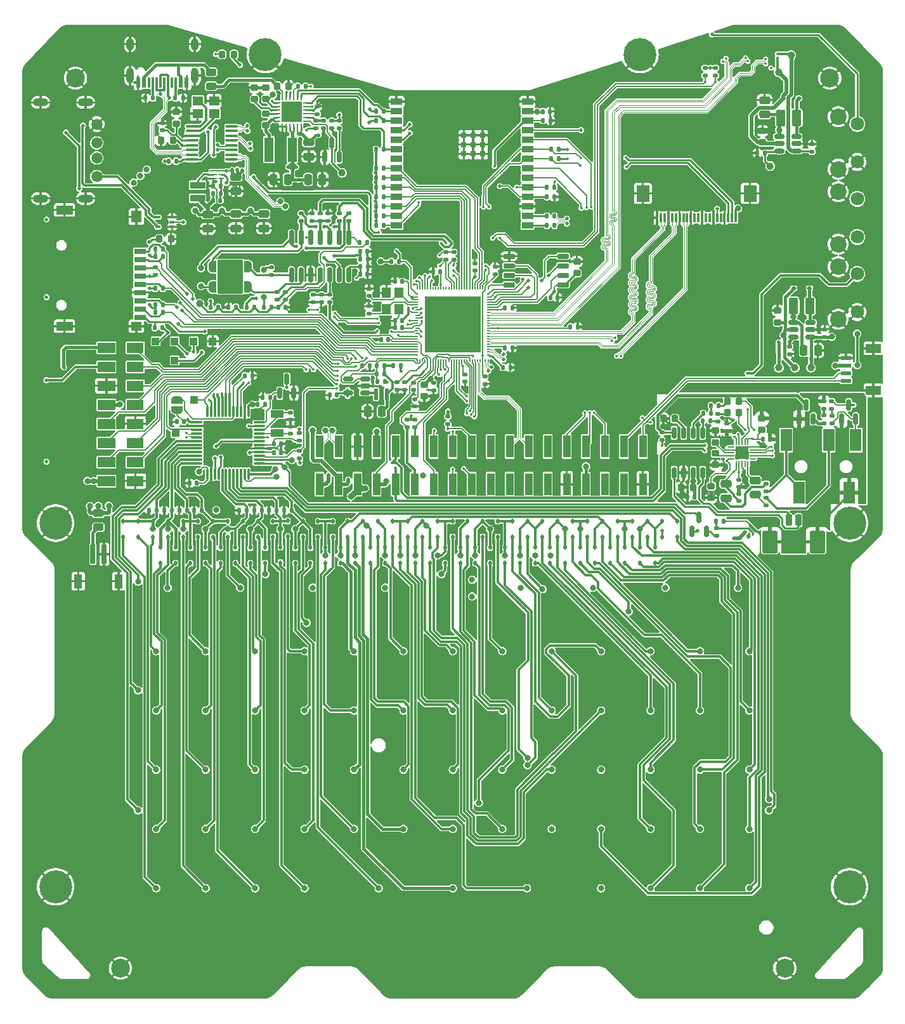
<source format=gbr>
%TF.GenerationSoftware,KiCad,Pcbnew,8.0.2*%
%TF.CreationDate,2024-05-22T21:58:47+02:00*%
%TF.ProjectId,why2025,77687932-3032-4352-9e6b-696361645f70,rev?*%
%TF.SameCoordinates,Original*%
%TF.FileFunction,Copper,L4,Bot*%
%TF.FilePolarity,Positive*%
%FSLAX46Y46*%
G04 Gerber Fmt 4.6, Leading zero omitted, Abs format (unit mm)*
G04 Created by KiCad (PCBNEW 8.0.2) date 2024-05-22 21:58:47*
%MOMM*%
%LPD*%
G01*
G04 APERTURE LIST*
G04 Aperture macros list*
%AMRoundRect*
0 Rectangle with rounded corners*
0 $1 Rounding radius*
0 $2 $3 $4 $5 $6 $7 $8 $9 X,Y pos of 4 corners*
0 Add a 4 corners polygon primitive as box body*
4,1,4,$2,$3,$4,$5,$6,$7,$8,$9,$2,$3,0*
0 Add four circle primitives for the rounded corners*
1,1,$1+$1,$2,$3*
1,1,$1+$1,$4,$5*
1,1,$1+$1,$6,$7*
1,1,$1+$1,$8,$9*
0 Add four rect primitives between the rounded corners*
20,1,$1+$1,$2,$3,$4,$5,0*
20,1,$1+$1,$4,$5,$6,$7,0*
20,1,$1+$1,$6,$7,$8,$9,0*
20,1,$1+$1,$8,$9,$2,$3,0*%
%AMFreePoly0*
4,1,19,0.500000,-0.750000,0.000000,-0.750000,0.000000,-0.744911,-0.071157,-0.744911,-0.207708,-0.704816,-0.327430,-0.627875,-0.420627,-0.520320,-0.479746,-0.390866,-0.500000,-0.250000,-0.500000,0.250000,-0.479746,0.390866,-0.420627,0.520320,-0.327430,0.627875,-0.207708,0.704816,-0.071157,0.744911,0.000000,0.744911,0.000000,0.750000,0.500000,0.750000,0.500000,-0.750000,0.500000,-0.750000,
$1*%
%AMFreePoly1*
4,1,19,0.000000,0.744911,0.071157,0.744911,0.207708,0.704816,0.327430,0.627875,0.420627,0.520320,0.479746,0.390866,0.500000,0.250000,0.500000,-0.250000,0.479746,-0.390866,0.420627,-0.520320,0.327430,-0.627875,0.207708,-0.704816,0.071157,-0.744911,0.000000,-0.744911,0.000000,-0.750000,-0.500000,-0.750000,-0.500000,0.750000,0.000000,0.750000,0.000000,0.744911,0.000000,0.744911,
$1*%
%AMFreePoly2*
4,1,14,0.385355,0.085355,0.400000,0.050000,0.400000,0.000711,0.385355,-0.034644,0.334644,-0.085355,0.299289,-0.100000,-0.350000,-0.100000,-0.385355,-0.085355,-0.400000,-0.050000,-0.400000,0.050000,-0.385355,0.085355,-0.350000,0.100000,0.350000,0.100000,0.385355,0.085355,0.385355,0.085355,$1*%
%AMFreePoly3*
4,1,14,0.334644,0.085355,0.385355,0.034644,0.400000,-0.000711,0.400000,-0.050000,0.385355,-0.085355,0.350000,-0.100000,-0.350000,-0.100000,-0.385355,-0.085355,-0.400000,-0.050000,-0.400000,0.050000,-0.385355,0.085355,-0.350000,0.100000,0.299289,0.100000,0.334644,0.085355,0.334644,0.085355,$1*%
%AMFreePoly4*
4,1,14,0.085355,0.385355,0.100000,0.350000,0.100000,-0.350000,0.085355,-0.385355,0.050000,-0.400000,0.000711,-0.400000,-0.034644,-0.385355,-0.085355,-0.334644,-0.100000,-0.299289,-0.100000,0.350000,-0.085355,0.385355,-0.050000,0.400000,0.050000,0.400000,0.085355,0.385355,0.085355,0.385355,$1*%
%AMFreePoly5*
4,1,14,0.085355,0.385355,0.100000,0.350000,0.100000,-0.299289,0.085355,-0.334644,0.034644,-0.385355,-0.000711,-0.400000,-0.050000,-0.400000,-0.085355,-0.385355,-0.100000,-0.350000,-0.100000,0.350000,-0.085355,0.385355,-0.050000,0.400000,0.050000,0.400000,0.085355,0.385355,0.085355,0.385355,$1*%
%AMFreePoly6*
4,1,14,0.385355,0.085355,0.400000,0.050000,0.400000,-0.050000,0.385355,-0.085355,0.350000,-0.100000,-0.350000,-0.100000,-0.385355,-0.085355,-0.400000,-0.050000,-0.400000,-0.000711,-0.385355,0.034644,-0.334644,0.085355,-0.299289,0.100000,0.350000,0.100000,0.385355,0.085355,0.385355,0.085355,$1*%
%AMFreePoly7*
4,1,14,0.385355,0.085355,0.400000,0.050000,0.400000,-0.050000,0.385355,-0.085355,0.350000,-0.100000,-0.299289,-0.100000,-0.334644,-0.085355,-0.385355,-0.034644,-0.400000,0.000711,-0.400000,0.050000,-0.385355,0.085355,-0.350000,0.100000,0.350000,0.100000,0.385355,0.085355,0.385355,0.085355,$1*%
%AMFreePoly8*
4,1,14,0.034644,0.385355,0.085355,0.334644,0.100000,0.299289,0.100000,-0.350000,0.085355,-0.385355,0.050000,-0.400000,-0.050000,-0.400000,-0.085355,-0.385355,-0.100000,-0.350000,-0.100000,0.350000,-0.085355,0.385355,-0.050000,0.400000,-0.000711,0.400000,0.034644,0.385355,0.034644,0.385355,$1*%
%AMFreePoly9*
4,1,14,0.085355,0.385355,0.100000,0.350000,0.100000,-0.350000,0.085355,-0.385355,0.050000,-0.400000,-0.050000,-0.400000,-0.085355,-0.385355,-0.100000,-0.350000,-0.100000,0.299289,-0.085355,0.334644,-0.034644,0.385355,0.000711,0.400000,0.050000,0.400000,0.085355,0.385355,0.085355,0.385355,$1*%
G04 Aperture macros list end*
%TA.AperFunction,SMDPad,CuDef*%
%ADD10R,1.000000X1.000000*%
%TD*%
%TA.AperFunction,SMDPad,CuDef*%
%ADD11RoundRect,0.135000X-0.135000X-0.185000X0.135000X-0.185000X0.135000X0.185000X-0.135000X0.185000X0*%
%TD*%
%TA.AperFunction,ComponentPad*%
%ADD12C,2.500000*%
%TD*%
%TA.AperFunction,ComponentPad*%
%ADD13C,0.700000*%
%TD*%
%TA.AperFunction,ComponentPad*%
%ADD14C,4.400000*%
%TD*%
%TA.AperFunction,ComponentPad*%
%ADD15C,0.800000*%
%TD*%
%TA.AperFunction,SMDPad,CuDef*%
%ADD16RoundRect,0.135000X0.185000X-0.135000X0.185000X0.135000X-0.185000X0.135000X-0.185000X-0.135000X0*%
%TD*%
%TA.AperFunction,SMDPad,CuDef*%
%ADD17RoundRect,0.135000X-0.185000X0.135000X-0.185000X-0.135000X0.185000X-0.135000X0.185000X0.135000X0*%
%TD*%
%TA.AperFunction,SMDPad,CuDef*%
%ADD18RoundRect,0.140000X-0.140000X-0.170000X0.140000X-0.170000X0.140000X0.170000X-0.140000X0.170000X0*%
%TD*%
%TA.AperFunction,SMDPad,CuDef*%
%ADD19RoundRect,0.135000X0.135000X0.185000X-0.135000X0.185000X-0.135000X-0.185000X0.135000X-0.185000X0*%
%TD*%
%TA.AperFunction,SMDPad,CuDef*%
%ADD20RoundRect,0.112500X-0.112500X0.187500X-0.112500X-0.187500X0.112500X-0.187500X0.112500X0.187500X0*%
%TD*%
%TA.AperFunction,SMDPad,CuDef*%
%ADD21FreePoly0,180.000000*%
%TD*%
%TA.AperFunction,SMDPad,CuDef*%
%ADD22FreePoly1,180.000000*%
%TD*%
%TA.AperFunction,SMDPad,CuDef*%
%ADD23RoundRect,0.100000X0.225000X0.100000X-0.225000X0.100000X-0.225000X-0.100000X0.225000X-0.100000X0*%
%TD*%
%TA.AperFunction,SMDPad,CuDef*%
%ADD24RoundRect,0.225000X-0.250000X0.225000X-0.250000X-0.225000X0.250000X-0.225000X0.250000X0.225000X0*%
%TD*%
%TA.AperFunction,SMDPad,CuDef*%
%ADD25RoundRect,0.140000X0.140000X0.170000X-0.140000X0.170000X-0.140000X-0.170000X0.140000X-0.170000X0*%
%TD*%
%TA.AperFunction,SMDPad,CuDef*%
%ADD26RoundRect,0.150000X0.512500X0.150000X-0.512500X0.150000X-0.512500X-0.150000X0.512500X-0.150000X0*%
%TD*%
%TA.AperFunction,SMDPad,CuDef*%
%ADD27RoundRect,0.140000X0.170000X-0.140000X0.170000X0.140000X-0.170000X0.140000X-0.170000X-0.140000X0*%
%TD*%
%TA.AperFunction,SMDPad,CuDef*%
%ADD28R,1.500000X3.000000*%
%TD*%
%TA.AperFunction,SMDPad,CuDef*%
%ADD29RoundRect,0.250000X0.250000X0.475000X-0.250000X0.475000X-0.250000X-0.475000X0.250000X-0.475000X0*%
%TD*%
%TA.AperFunction,SMDPad,CuDef*%
%ADD30RoundRect,0.225000X0.250000X-0.225000X0.250000X0.225000X-0.250000X0.225000X-0.250000X-0.225000X0*%
%TD*%
%TA.AperFunction,SMDPad,CuDef*%
%ADD31RoundRect,0.140000X-0.170000X0.140000X-0.170000X-0.140000X0.170000X-0.140000X0.170000X0.140000X0*%
%TD*%
%TA.AperFunction,SMDPad,CuDef*%
%ADD32R,1.348740X0.599440*%
%TD*%
%TA.AperFunction,SMDPad,CuDef*%
%ADD33R,1.998980X1.198880*%
%TD*%
%TA.AperFunction,SMDPad,CuDef*%
%ADD34RoundRect,0.225000X-0.225000X-0.250000X0.225000X-0.250000X0.225000X0.250000X-0.225000X0.250000X0*%
%TD*%
%TA.AperFunction,SMDPad,CuDef*%
%ADD35RoundRect,0.150000X-0.150000X0.625000X-0.150000X-0.625000X0.150000X-0.625000X0.150000X0.625000X0*%
%TD*%
%TA.AperFunction,SMDPad,CuDef*%
%ADD36R,1.400000X1.200000*%
%TD*%
%TA.AperFunction,SMDPad,CuDef*%
%ADD37RoundRect,0.075000X0.662500X0.075000X-0.662500X0.075000X-0.662500X-0.075000X0.662500X-0.075000X0*%
%TD*%
%TA.AperFunction,SMDPad,CuDef*%
%ADD38RoundRect,0.075000X0.075000X0.662500X-0.075000X0.662500X-0.075000X-0.662500X0.075000X-0.662500X0*%
%TD*%
%TA.AperFunction,SMDPad,CuDef*%
%ADD39RoundRect,0.150000X0.150000X-0.587500X0.150000X0.587500X-0.150000X0.587500X-0.150000X-0.587500X0*%
%TD*%
%TA.AperFunction,SMDPad,CuDef*%
%ADD40RoundRect,0.137500X-0.137500X-0.662500X0.137500X-0.662500X0.137500X0.662500X-0.137500X0.662500X0*%
%TD*%
%TA.AperFunction,SMDPad,CuDef*%
%ADD41RoundRect,0.250000X-0.475000X0.250000X-0.475000X-0.250000X0.475000X-0.250000X0.475000X0.250000X0*%
%TD*%
%TA.AperFunction,SMDPad,CuDef*%
%ADD42R,0.700000X2.500000*%
%TD*%
%TA.AperFunction,SMDPad,CuDef*%
%ADD43R,1.100000X1.900000*%
%TD*%
%TA.AperFunction,SMDPad,CuDef*%
%ADD44R,2.340000X1.420010*%
%TD*%
%TA.AperFunction,SMDPad,CuDef*%
%ADD45R,2.240000X1.420010*%
%TD*%
%TA.AperFunction,SMDPad,CuDef*%
%ADD46RoundRect,0.250000X-0.250000X-0.475000X0.250000X-0.475000X0.250000X0.475000X-0.250000X0.475000X0*%
%TD*%
%TA.AperFunction,SMDPad,CuDef*%
%ADD47RoundRect,0.112500X-0.187500X-0.112500X0.187500X-0.112500X0.187500X0.112500X-0.187500X0.112500X0*%
%TD*%
%TA.AperFunction,SMDPad,CuDef*%
%ADD48R,1.000000X3.000000*%
%TD*%
%TA.AperFunction,SMDPad,CuDef*%
%ADD49R,1.200000X1.400000*%
%TD*%
%TA.AperFunction,SMDPad,CuDef*%
%ADD50RoundRect,0.218750X-0.218750X-0.256250X0.218750X-0.256250X0.218750X0.256250X-0.218750X0.256250X0*%
%TD*%
%TA.AperFunction,SMDPad,CuDef*%
%ADD51R,0.600000X1.450000*%
%TD*%
%TA.AperFunction,SMDPad,CuDef*%
%ADD52R,0.300000X1.450000*%
%TD*%
%TA.AperFunction,ComponentPad*%
%ADD53O,1.000000X1.600000*%
%TD*%
%TA.AperFunction,ComponentPad*%
%ADD54O,1.000000X2.100000*%
%TD*%
%TA.AperFunction,SMDPad,CuDef*%
%ADD55FreePoly0,270.000000*%
%TD*%
%TA.AperFunction,SMDPad,CuDef*%
%ADD56FreePoly1,270.000000*%
%TD*%
%TA.AperFunction,SMDPad,CuDef*%
%ADD57RoundRect,0.062500X-0.062500X0.350000X-0.062500X-0.350000X0.062500X-0.350000X0.062500X0.350000X0*%
%TD*%
%TA.AperFunction,SMDPad,CuDef*%
%ADD58RoundRect,0.062500X-0.350000X0.062500X-0.350000X-0.062500X0.350000X-0.062500X0.350000X0.062500X0*%
%TD*%
%TA.AperFunction,ComponentPad*%
%ADD59C,0.500000*%
%TD*%
%TA.AperFunction,SMDPad,CuDef*%
%ADD60R,2.700000X2.700000*%
%TD*%
%TA.AperFunction,ComponentPad*%
%ADD61C,1.800000*%
%TD*%
%TA.AperFunction,ComponentPad*%
%ADD62C,2.200000*%
%TD*%
%TA.AperFunction,SMDPad,CuDef*%
%ADD63RoundRect,0.250000X-0.375000X-0.850000X0.375000X-0.850000X0.375000X0.850000X-0.375000X0.850000X0*%
%TD*%
%TA.AperFunction,SMDPad,CuDef*%
%ADD64RoundRect,0.243750X0.456250X-0.243750X0.456250X0.243750X-0.456250X0.243750X-0.456250X-0.243750X0*%
%TD*%
%TA.AperFunction,SMDPad,CuDef*%
%ADD65C,1.000000*%
%TD*%
%TA.AperFunction,SMDPad,CuDef*%
%ADD66O,0.180000X0.400000*%
%TD*%
%TA.AperFunction,SMDPad,CuDef*%
%ADD67O,0.400000X0.180000*%
%TD*%
%TA.AperFunction,SMDPad,CuDef*%
%ADD68R,7.500000X7.500000*%
%TD*%
%TA.AperFunction,SMDPad,CuDef*%
%ADD69RoundRect,0.200000X0.200000X0.600000X-0.200000X0.600000X-0.200000X-0.600000X0.200000X-0.600000X0*%
%TD*%
%TA.AperFunction,SMDPad,CuDef*%
%ADD70RoundRect,0.250001X0.799999X1.249999X-0.799999X1.249999X-0.799999X-1.249999X0.799999X-1.249999X0*%
%TD*%
%TA.AperFunction,SMDPad,CuDef*%
%ADD71R,0.300000X1.300000*%
%TD*%
%TA.AperFunction,SMDPad,CuDef*%
%ADD72R,1.800000X2.200000*%
%TD*%
%TA.AperFunction,SMDPad,CuDef*%
%ADD73RoundRect,0.225000X0.225000X0.250000X-0.225000X0.250000X-0.225000X-0.250000X0.225000X-0.250000X0*%
%TD*%
%TA.AperFunction,SMDPad,CuDef*%
%ADD74FreePoly0,0.000000*%
%TD*%
%TA.AperFunction,SMDPad,CuDef*%
%ADD75FreePoly1,0.000000*%
%TD*%
%TA.AperFunction,SMDPad,CuDef*%
%ADD76R,1.800000X1.000000*%
%TD*%
%TA.AperFunction,SMDPad,CuDef*%
%ADD77RoundRect,0.150000X-0.650000X-0.150000X0.650000X-0.150000X0.650000X0.150000X-0.650000X0.150000X0*%
%TD*%
%TA.AperFunction,SMDPad,CuDef*%
%ADD78FreePoly2,270.000000*%
%TD*%
%TA.AperFunction,SMDPad,CuDef*%
%ADD79RoundRect,0.050000X-0.050000X0.350000X-0.050000X-0.350000X0.050000X-0.350000X0.050000X0.350000X0*%
%TD*%
%TA.AperFunction,SMDPad,CuDef*%
%ADD80FreePoly3,270.000000*%
%TD*%
%TA.AperFunction,SMDPad,CuDef*%
%ADD81FreePoly4,270.000000*%
%TD*%
%TA.AperFunction,SMDPad,CuDef*%
%ADD82RoundRect,0.050000X-0.350000X0.050000X-0.350000X-0.050000X0.350000X-0.050000X0.350000X0.050000X0*%
%TD*%
%TA.AperFunction,SMDPad,CuDef*%
%ADD83FreePoly5,270.000000*%
%TD*%
%TA.AperFunction,SMDPad,CuDef*%
%ADD84FreePoly6,270.000000*%
%TD*%
%TA.AperFunction,SMDPad,CuDef*%
%ADD85FreePoly7,270.000000*%
%TD*%
%TA.AperFunction,SMDPad,CuDef*%
%ADD86FreePoly8,270.000000*%
%TD*%
%TA.AperFunction,SMDPad,CuDef*%
%ADD87FreePoly9,270.000000*%
%TD*%
%TA.AperFunction,HeatsinkPad*%
%ADD88R,1.700000X1.700000*%
%TD*%
%TA.AperFunction,SMDPad,CuDef*%
%ADD89RoundRect,0.250000X0.475000X-0.250000X0.475000X0.250000X-0.475000X0.250000X-0.475000X-0.250000X0*%
%TD*%
%TA.AperFunction,SMDPad,CuDef*%
%ADD90R,1.500000X0.900000*%
%TD*%
%TA.AperFunction,SMDPad,CuDef*%
%ADD91R,0.800000X0.800000*%
%TD*%
%TA.AperFunction,SMDPad,CuDef*%
%ADD92R,2.000000X0.950000*%
%TD*%
%TA.AperFunction,SMDPad,CuDef*%
%ADD93R,1.200000X3.300000*%
%TD*%
%TA.AperFunction,SMDPad,CuDef*%
%ADD94RoundRect,0.062500X-0.237500X0.062500X-0.237500X-0.062500X0.237500X-0.062500X0.237500X0.062500X0*%
%TD*%
%TA.AperFunction,SMDPad,CuDef*%
%ADD95RoundRect,0.062500X-0.437500X0.062500X-0.437500X-0.062500X0.437500X-0.062500X0.437500X0.062500X0*%
%TD*%
%TA.AperFunction,SMDPad,CuDef*%
%ADD96RoundRect,0.100000X0.712500X0.100000X-0.712500X0.100000X-0.712500X-0.100000X0.712500X-0.100000X0*%
%TD*%
%TA.AperFunction,SMDPad,CuDef*%
%ADD97R,1.600000X0.700000*%
%TD*%
%TA.AperFunction,SMDPad,CuDef*%
%ADD98R,2.200000X1.200000*%
%TD*%
%TA.AperFunction,SMDPad,CuDef*%
%ADD99R,1.400000X1.600000*%
%TD*%
%TA.AperFunction,SMDPad,CuDef*%
%ADD100RoundRect,0.150000X-0.150000X0.825000X-0.150000X-0.825000X0.150000X-0.825000X0.150000X0.825000X0*%
%TD*%
%TA.AperFunction,ComponentPad*%
%ADD101C,1.500000*%
%TD*%
%TA.AperFunction,ComponentPad*%
%ADD102O,2.000000X1.100000*%
%TD*%
%TA.AperFunction,ViaPad*%
%ADD103C,0.500000*%
%TD*%
%TA.AperFunction,ViaPad*%
%ADD104C,0.350000*%
%TD*%
%TA.AperFunction,ViaPad*%
%ADD105C,0.800000*%
%TD*%
%TA.AperFunction,Conductor*%
%ADD106C,0.300000*%
%TD*%
%TA.AperFunction,Conductor*%
%ADD107C,0.200000*%
%TD*%
%TA.AperFunction,Conductor*%
%ADD108C,0.250000*%
%TD*%
%TA.AperFunction,Conductor*%
%ADD109C,0.400000*%
%TD*%
%TA.AperFunction,Conductor*%
%ADD110C,0.500000*%
%TD*%
%TA.AperFunction,Conductor*%
%ADD111C,0.450000*%
%TD*%
%TA.AperFunction,Conductor*%
%ADD112C,0.127000*%
%TD*%
%TA.AperFunction,Conductor*%
%ADD113C,0.118000*%
%TD*%
%TA.AperFunction,Conductor*%
%ADD114C,0.800000*%
%TD*%
%TA.AperFunction,Conductor*%
%ADD115C,0.090000*%
%TD*%
G04 APERTURE END LIST*
D10*
%TO.P,TP15,1,1*%
%TO.N,/Application processor/CH32_SWCLK*%
X-34490000Y14900000D03*
%TD*%
%TO.P,TP10,1,1*%
%TO.N,/Application processor/CH32_SWDIO*%
X-36970000Y10510000D03*
%TD*%
%TO.P,TP8,1,1*%
%TO.N,Net-(U1-PD1)*%
X-37110000Y20200000D03*
%TD*%
%TO.P,TP6,1,1*%
%TO.N,GND*%
X-32030000Y22740000D03*
%TD*%
%TO.P,TP5,1,1*%
%TO.N,+3.3V*%
X-39650000Y22740000D03*
%TD*%
%TO.P,TP4,1,1*%
%TO.N,Net-(U1-PB11)*%
X-37110000Y22740000D03*
%TD*%
%TO.P,TP3,1,1*%
%TO.N,Net-(U1-PB10)*%
X-34570000Y22740000D03*
%TD*%
D11*
%TO.P,R32,1*%
%TO.N,SD_DET*%
X-39770000Y24570000D03*
%TO.P,R32,2*%
%TO.N,+3.3V*%
X-38750000Y24570000D03*
%TD*%
D12*
%TO.P,H1,1,1*%
%TO.N,GND*%
X-50350000Y57850000D03*
%TD*%
D13*
%TO.P,H8,1,1*%
%TO.N,GND*%
X51350000Y-1500000D03*
X51833274Y-333274D03*
X51833274Y-2666726D03*
X53000000Y150000D03*
D14*
X53000000Y-1500000D03*
D13*
X53000000Y-3150000D03*
X54166726Y-333274D03*
X54166726Y-2666726D03*
X54650000Y-1500000D03*
%TD*%
%TO.P,H9,1,1*%
%TO.N,GND*%
X-54650000Y-50000000D03*
X-54166726Y-48833274D03*
X-54166726Y-51166726D03*
X-53000000Y-48350000D03*
D14*
X-53000000Y-50000000D03*
D13*
X-53000000Y-51650000D03*
X-51833274Y-48833274D03*
X-51833274Y-51166726D03*
X-51350000Y-50000000D03*
%TD*%
%TO.P,H7,1,1*%
%TO.N,GND*%
X-54650000Y-1500000D03*
X-54166726Y-333274D03*
X-54166726Y-2666726D03*
X-53000000Y150000D03*
D14*
X-53000000Y-1500000D03*
D13*
X-53000000Y-3150000D03*
X-51833274Y-333274D03*
X-51833274Y-2666726D03*
X-51350000Y-1500000D03*
%TD*%
D12*
%TO.P,H2,1,1*%
%TO.N,GND*%
X50350000Y57850000D03*
%TD*%
%TO.P,H4,1,1*%
%TO.N,GND*%
X44350000Y-60850000D03*
%TD*%
D15*
%TO.P,U2,2*%
%TO.N,Net-(D1-A)*%
X-38035000Y-10100000D03*
%TO.P,U2,4*%
%TO.N,Net-(D7-A)*%
X-28360000Y-10100000D03*
%TO.P,U2,6*%
%TO.N,Net-(D13-A)*%
X-18685000Y-10100000D03*
%TO.P,U2,8*%
%TO.N,Net-(D19-A)*%
X-9010000Y-10100000D03*
%TO.P,U2,10*%
%TO.N,Net-(D49-A)*%
X9065000Y-10100000D03*
%TO.P,U2,12*%
%TO.N,Net-(D55-A)*%
X18740000Y-10100000D03*
%TO.P,U2,14*%
%TO.N,Net-(D61-A)*%
X28415000Y-10100000D03*
%TO.P,U2,16*%
%TO.N,Net-(D67-A)*%
X38090000Y-10100000D03*
%TO.P,U2,18*%
%TO.N,Net-(D2-A)*%
X-39575000Y-18590000D03*
%TO.P,U2,20*%
%TO.N,Net-(D8-A)*%
X-32975000Y-18590000D03*
%TO.P,U2,22*%
%TO.N,Net-(D14-A)*%
X-26375000Y-18590000D03*
%TO.P,U2,24*%
%TO.N,Net-(D20-A)*%
X-19775000Y-18590000D03*
%TO.P,U2,26*%
%TO.N,Net-(D25-A)*%
X-13175000Y-18590000D03*
%TO.P,U2,28*%
%TO.N,Net-(D29-A)*%
X-6575000Y-18590000D03*
%TO.P,U2,30*%
%TO.N,Net-(D34-A)*%
X25000Y-18590000D03*
%TO.P,U2,32*%
%TO.N,Net-(D39-A)*%
X6625000Y-18590000D03*
%TO.P,U2,34*%
%TO.N,Net-(D44-A)*%
X13225000Y-18590000D03*
%TO.P,U2,36*%
%TO.N,Net-(D50-A)*%
X19825000Y-18590000D03*
%TO.P,U2,38*%
%TO.N,Net-(D56-A)*%
X26425000Y-18590000D03*
%TO.P,U2,40*%
%TO.N,Net-(D62-A)*%
X33025000Y-18590000D03*
%TO.P,U2,42*%
%TO.N,Net-(D68-A)*%
X39625000Y-18590000D03*
%TO.P,U2,44*%
%TO.N,Net-(D3-A)*%
X-39575000Y-26490000D03*
%TO.P,U2,46*%
%TO.N,Net-(D9-A)*%
X-32975000Y-26490000D03*
%TO.P,U2,48*%
%TO.N,Net-(D15-A)*%
X-26375000Y-26490000D03*
%TO.P,U2,50*%
%TO.N,Net-(D21-A)*%
X-19775000Y-26490000D03*
%TO.P,U2,52*%
%TO.N,Net-(D26-A)*%
X-13175000Y-26490000D03*
%TO.P,U2,54*%
%TO.N,Net-(D30-A)*%
X-6575000Y-26490000D03*
%TO.P,U2,56*%
%TO.N,Net-(D35-A)*%
X25000Y-26490000D03*
%TO.P,U2,58*%
%TO.N,Net-(D40-A)*%
X6625000Y-26490000D03*
%TO.P,U2,60*%
%TO.N,Net-(D45-A)*%
X13225000Y-26490000D03*
%TO.P,U2,62*%
%TO.N,Net-(D51-A)*%
X19825000Y-26490000D03*
%TO.P,U2,64*%
%TO.N,Net-(D57-A)*%
X26425000Y-26490000D03*
%TO.P,U2,66*%
%TO.N,Net-(D63-A)*%
X33025000Y-26490000D03*
%TO.P,U2,68*%
%TO.N,Net-(D69-A)*%
X39625000Y-26490000D03*
%TO.P,U2,70*%
%TO.N,Net-(D4-A)*%
X-39575000Y-34390000D03*
%TO.P,U2,72*%
%TO.N,Net-(D10-A)*%
X-32975000Y-34390000D03*
%TO.P,U2,74*%
%TO.N,Net-(D16-A)*%
X-26375000Y-34390000D03*
%TO.P,U2,76*%
%TO.N,Net-(D22-A)*%
X-19775000Y-34390000D03*
%TO.P,U2,78*%
%TO.N,Net-(D27-A)*%
X-13175000Y-34390000D03*
%TO.P,U2,80*%
%TO.N,Net-(D31-A)*%
X-6575000Y-34390000D03*
%TO.P,U2,82*%
%TO.N,Net-(D36-A)*%
X25000Y-34390000D03*
%TO.P,U2,84*%
%TO.N,Net-(D41-A)*%
X6625000Y-34390000D03*
%TO.P,U2,86*%
%TO.N,Net-(D46-A)*%
X13225000Y-34390000D03*
%TO.P,U2,88*%
%TO.N,Net-(D52-A)*%
X19825000Y-34390000D03*
%TO.P,U2,90*%
%TO.N,Net-(D58-A)*%
X26425000Y-34390000D03*
%TO.P,U2,92*%
%TO.N,Net-(D64-A)*%
X33025000Y-34390000D03*
%TO.P,U2,94*%
%TO.N,Net-(D70-A)*%
X39625000Y-34390000D03*
%TO.P,U2,96*%
%TO.N,Net-(D5-A)*%
X-39575000Y-42290000D03*
%TO.P,U2,98*%
%TO.N,Net-(D11-A)*%
X-32975000Y-42290000D03*
%TO.P,U2,100*%
%TO.N,Net-(D17-A)*%
X-26375000Y-42290000D03*
%TO.P,U2,102*%
%TO.N,Net-(D23-A)*%
X-19775000Y-42290000D03*
%TO.P,U2,104*%
%TO.N,Net-(D28-A)*%
X-13175000Y-42290000D03*
%TO.P,U2,106*%
%TO.N,Net-(D32-A)*%
X-6575000Y-42290000D03*
%TO.P,U2,108*%
%TO.N,Net-(D37-A)*%
X25000Y-42290000D03*
%TO.P,U2,110*%
%TO.N,Net-(D42-A)*%
X6625000Y-42290000D03*
%TO.P,U2,112*%
%TO.N,Net-(D47-A)*%
X13225000Y-42290000D03*
%TO.P,U2,114*%
%TO.N,Net-(D53-A)*%
X19825000Y-42290000D03*
%TO.P,U2,116*%
%TO.N,Net-(D59-A)*%
X26425000Y-42290000D03*
%TO.P,U2,118*%
%TO.N,Net-(D65-A)*%
X33025000Y-42290000D03*
%TO.P,U2,120*%
%TO.N,Net-(D71-A)*%
X39625000Y-42290000D03*
%TO.P,U2,122*%
%TO.N,Net-(D6-A)*%
X-39575000Y-50190000D03*
%TO.P,U2,124*%
%TO.N,Net-(D12-A)*%
X-32975000Y-50190000D03*
%TO.P,U2,126*%
%TO.N,Net-(D18-A)*%
X-26375000Y-50190000D03*
%TO.P,U2,128*%
%TO.N,Net-(D24-A)*%
X-19775000Y-50190000D03*
%TO.P,U2,130*%
%TO.N,Net-(D33-A)*%
X-9875000Y-50190000D03*
%TO.P,U2,132*%
%TO.N,Net-(D38-A)*%
X25000Y-50190000D03*
%TO.P,U2,134*%
%TO.N,Net-(D43-A)*%
X9925000Y-50190000D03*
%TO.P,U2,136*%
%TO.N,Net-(D54-A)*%
X19825000Y-50190000D03*
%TO.P,U2,138*%
%TO.N,Net-(D60-A)*%
X26425000Y-50190000D03*
%TO.P,U2,140*%
%TO.N,Net-(D66-A)*%
X33025000Y-50190000D03*
%TO.P,U2,142*%
%TO.N,Net-(D72-A)*%
X39625000Y-50190000D03*
%TD*%
D12*
%TO.P,H3,1,1*%
%TO.N,GND*%
X-44350000Y-60850000D03*
%TD*%
D13*
%TO.P,H6,1,1*%
%TO.N,GND*%
X23350000Y61000000D03*
X23833274Y62166726D03*
X23833274Y59833274D03*
X25000000Y62650000D03*
D14*
X25000000Y61000000D03*
D13*
X25000000Y59350000D03*
X26166726Y62166726D03*
X26166726Y59833274D03*
X26650000Y61000000D03*
%TD*%
%TO.P,H10,1,1*%
%TO.N,GND*%
X51350000Y-50000000D03*
X51833274Y-48833274D03*
X51833274Y-51166726D03*
X53000000Y-48350000D03*
D14*
X53000000Y-50000000D03*
D13*
X53000000Y-51650000D03*
X54166726Y-48833274D03*
X54166726Y-51166726D03*
X54650000Y-50000000D03*
%TD*%
%TO.P,H5,1,1*%
%TO.N,GND*%
X-26650000Y61000000D03*
X-26166726Y62166726D03*
X-26166726Y59833274D03*
X-25000000Y62650000D03*
D14*
X-25000000Y61000000D03*
D13*
X-25000000Y59350000D03*
X-23833274Y62166726D03*
X-23833274Y59833274D03*
X-23350000Y61000000D03*
%TD*%
D16*
%TO.P,R22,1*%
%TO.N,GND*%
X-17280000Y51135001D03*
%TO.P,R22,2*%
%TO.N,Net-(U6-TS)*%
X-17280000Y52154999D03*
%TD*%
D17*
%TO.P,R87,1*%
%TO.N,Net-(U21C-+)*%
X-22300000Y29300000D03*
%TO.P,R87,2*%
%TO.N,Net-(C73-Pad1)*%
X-22300000Y28280002D03*
%TD*%
D18*
%TO.P,C51,1*%
%TO.N,+3.3V*%
X6730000Y19260000D03*
%TO.P,C51,2*%
%TO.N,GND*%
X7690000Y19260000D03*
%TD*%
D19*
%TO.P,R58,1*%
%TO.N,/Application processor/SD_D1*%
X-38690000Y26650000D03*
%TO.P,R58,2*%
%TO.N,VSDCARD*%
X-39710000Y26650000D03*
%TD*%
D20*
%TO.P,D22,1,K*%
%TO.N,KB_COL7*%
X-23000000Y-4700000D03*
%TO.P,D22,2,A*%
%TO.N,Net-(D22-A)*%
X-23000000Y-6800000D03*
%TD*%
D17*
%TO.P,R21,1*%
%TO.N,Net-(U6-TS)*%
X-18280000Y52154999D03*
%TO.P,R21,2*%
%TO.N,Net-(U6-REGN)*%
X-18280000Y51135001D03*
%TD*%
D16*
%TO.P,R81,1*%
%TO.N,Net-(JP5-B)*%
X-24200000Y31590001D03*
%TO.P,R81,2*%
%TO.N,Net-(U21D-+)*%
X-24200000Y32609999D03*
%TD*%
D21*
%TO.P,JP3,1,A*%
%TO.N,~{RESET}*%
X-30800000Y30000000D03*
D22*
%TO.P,JP3,2,B*%
%TO.N,Net-(JP3-B)*%
X-32099998Y30000000D03*
%TD*%
D19*
%TO.P,R59,1*%
%TO.N,/Application processor/SD_D0*%
X-38690000Y27650000D03*
%TO.P,R59,2*%
%TO.N,VSDCARD*%
X-39710000Y27650000D03*
%TD*%
D23*
%TO.P,U20,1*%
%TO.N,GND*%
X-37450000Y39300000D03*
%TO.P,U20,2*%
%TO.N,/LEDs/DIN*%
X-37450000Y38650000D03*
%TO.P,U20,3,GND*%
%TO.N,GND*%
X-37450000Y38000000D03*
%TO.P,U20,4*%
%TO.N,Net-(U17-DIN)*%
X-39350000Y38000000D03*
%TO.P,U20,5,VCC*%
%TO.N,VOTG*%
X-39350000Y39300000D03*
%TD*%
D24*
%TO.P,C62,1*%
%TO.N,Net-(U14-VRP)*%
X35080000Y7805000D03*
%TO.P,C62,2*%
%TO.N,GNDA*%
X35080000Y6255000D03*
%TD*%
D19*
%TO.P,R39,1*%
%TO.N,GND*%
X-11060001Y19490000D03*
%TO.P,R39,2*%
%TO.N,Net-(U3-EN)*%
X-12079999Y19490000D03*
%TD*%
D20*
%TO.P,D36,1,K*%
%TO.N,KB_COL2*%
X-5000000Y-4750000D03*
%TO.P,D36,2,A*%
%TO.N,Net-(D36-A)*%
X-5000000Y-6850000D03*
%TD*%
D25*
%TO.P,C55,1*%
%TO.N,+3.3V*%
X-1630000Y32040000D03*
%TO.P,C55,2*%
%TO.N,GND*%
X-2590000Y32040000D03*
%TD*%
D11*
%TO.P,R52,1*%
%TO.N,Net-(U8H-DSI_REXT)*%
X6960000Y27230000D03*
%TO.P,R52,2*%
%TO.N,GND*%
X7980000Y27230000D03*
%TD*%
%TO.P,R26,1*%
%TO.N,/LEDs/DIN*%
X12590000Y42020000D03*
%TO.P,R26,2*%
%TO.N,GND*%
X13610000Y42020000D03*
%TD*%
D20*
%TO.P,D39,1,K*%
%TO.N,KB_COL3*%
X5000000Y-4750000D03*
%TO.P,D39,2,A*%
%TO.N,Net-(D39-A)*%
X5000000Y-6850000D03*
%TD*%
D26*
%TO.P,U3,1,EN*%
%TO.N,Net-(U3-EN)*%
X-11700000Y17750000D03*
%TO.P,U3,2,GND*%
%TO.N,GND*%
X-11700000Y16800000D03*
%TO.P,U3,3,SW*%
%TO.N,Net-(U3-SW)*%
X-11700000Y15850000D03*
%TO.P,U3,4,VIN*%
%TO.N,+3.3V*%
X-13975000Y15850000D03*
%TO.P,U3,5,FB*%
%TO.N,Net-(U3-FB)*%
X-13975000Y17750000D03*
%TD*%
D21*
%TO.P,JP2,1,A*%
%TO.N,~{RESET}*%
X-30799999Y32700000D03*
D22*
%TO.P,JP2,2,B*%
%TO.N,Net-(JP2-B)*%
X-32099999Y32700000D03*
%TD*%
D20*
%TO.P,D66,1,K*%
%TO.N,KB_COL6*%
X21000000Y-4750000D03*
%TO.P,D66,2,A*%
%TO.N,Net-(D66-A)*%
X21000000Y-6850000D03*
%TD*%
%TO.P,D60,1,K*%
%TO.N,KB_COL5*%
X13000000Y-4750000D03*
%TO.P,D60,2,A*%
%TO.N,Net-(D60-A)*%
X13000000Y-6850000D03*
%TD*%
D19*
%TO.P,R56,1*%
%TO.N,/Application processor/SD_D3*%
X-38690000Y34075000D03*
%TO.P,R56,2*%
%TO.N,VSDCARD*%
X-39710000Y34075000D03*
%TD*%
D27*
%TO.P,C6,1*%
%TO.N,Net-(U4-VDD33)*%
X-38790000Y50880000D03*
%TO.P,C6,2*%
%TO.N,GND*%
X-38790000Y51840000D03*
%TD*%
D16*
%TO.P,R50,1*%
%TO.N,/Application processor/LCD_RESET*%
X33700000Y58190001D03*
%TO.P,R50,2*%
%TO.N,+3.3V*%
X33700000Y59209999D03*
%TD*%
%TO.P,R92,1*%
%TO.N,Net-(JP2-B)*%
X-20240000Y38790001D03*
%TO.P,R92,2*%
%TO.N,Net-(U21A-+)*%
X-20240000Y39809999D03*
%TD*%
D20*
%TO.P,D2,1,K*%
%TO.N,KB_COL4*%
X-40000000Y-1250000D03*
%TO.P,D2,2,A*%
%TO.N,Net-(D2-A)*%
X-40000000Y-3350000D03*
%TD*%
D25*
%TO.P,C2,1*%
%TO.N,+2.5vsb*%
X-24380000Y15300000D03*
%TO.P,C2,2*%
%TO.N,GND*%
X-25340000Y15300000D03*
%TD*%
D28*
%TO.P,J4,2*%
%TO.N,/Audio/HP_L*%
X46217500Y2550000D03*
%TO.P,J4,3*%
%TO.N,GNDA*%
X52917500Y2550000D03*
%TO.P,J4,4*%
%TO.N,/Audio/HP_S*%
X53817500Y9550000D03*
%TO.P,J4,5*%
%TO.N,/Audio/HP_R*%
X50217500Y9550000D03*
%TO.P,J4,6*%
%TO.N,/Audio/HP_L*%
X44517500Y9550000D03*
%TD*%
D20*
%TO.P,D43,1,K*%
%TO.N,KB_COL6*%
X-7000000Y-4750000D03*
%TO.P,D43,2,A*%
%TO.N,Net-(D43-A)*%
X-7000000Y-6850000D03*
%TD*%
D19*
%TO.P,R17,1*%
%TO.N,/Radio/C6_USB1_P*%
X13610000Y38200000D03*
%TO.P,R17,2*%
%TO.N,Net-(U5-GPIO13{slash}USB_D+)*%
X12590000Y38200000D03*
%TD*%
D20*
%TO.P,D21,1,K*%
%TO.N,KB_COL3*%
X-21000000Y-4750000D03*
%TO.P,D21,2,A*%
%TO.N,Net-(D21-A)*%
X-21000000Y-6850000D03*
%TD*%
D11*
%TO.P,R15,1*%
%TO.N,INT_SDA*%
X13150000Y48350000D03*
%TO.P,R15,2*%
%TO.N,+3.3V*%
X14170000Y48350000D03*
%TD*%
D20*
%TO.P,D45,1,K*%
%TO.N,KB_COL1*%
X9000000Y-4750000D03*
%TO.P,D45,2,A*%
%TO.N,Net-(D45-A)*%
X9000000Y-6850000D03*
%TD*%
D16*
%TO.P,R76,1*%
%TO.N,Net-(R76-Pad1)*%
X35420000Y12070000D03*
%TO.P,R76,2*%
%TO.N,Net-(C59-Pad1)*%
X35420000Y13090000D03*
%TD*%
D20*
%TO.P,D11,1,K*%
%TO.N,KB_COL1*%
X-32000000Y-1250000D03*
%TO.P,D11,2,A*%
%TO.N,Net-(D11-A)*%
X-32000000Y-3350000D03*
%TD*%
D25*
%TO.P,C57,1*%
%TO.N,+3.3V*%
X-6730000Y25480000D03*
%TO.P,C57,2*%
%TO.N,GND*%
X-7690000Y25480000D03*
%TD*%
D20*
%TO.P,D31,1,K*%
%TO.N,KB_COL1*%
X-10000000Y-1250000D03*
%TO.P,D31,2,A*%
%TO.N,Net-(D31-A)*%
X-10000000Y-3350000D03*
%TD*%
D29*
%TO.P,C13,1*%
%TO.N,VSYS*%
X-22010000Y44325000D03*
%TO.P,C13,2*%
%TO.N,GND*%
X-23910000Y44325000D03*
%TD*%
D19*
%TO.P,R18,1*%
%TO.N,/Radio/C6_USB1_N*%
X13610000Y39450000D03*
%TO.P,R18,2*%
%TO.N,Net-(U5-GPIO12{slash}USB_D-)*%
X12590000Y39450000D03*
%TD*%
%TO.P,R7,1*%
%TO.N,KB_COL6*%
X-27480000Y200000D03*
%TO.P,R7,2*%
%TO.N,GND*%
X-28500000Y200000D03*
%TD*%
D16*
%TO.P,R88,1*%
%TO.N,Net-(U21B--)*%
X-15156000Y38790001D03*
%TO.P,R88,2*%
%TO.N,VMIPI*%
X-15156000Y39809999D03*
%TD*%
%TO.P,R95,1*%
%TO.N,Net-(U21A--)*%
X-17708000Y38790001D03*
%TO.P,R95,2*%
%TO.N,VPSRAM*%
X-17708000Y39809999D03*
%TD*%
D11*
%TO.P,R40,1*%
%TO.N,Net-(U3-FB)*%
X-10100000Y18400000D03*
%TO.P,R40,2*%
%TO.N,VESPHP*%
X-9080002Y18400000D03*
%TD*%
D30*
%TO.P,C11,1*%
%TO.N,Net-(C11-Pad1)*%
X-24960000Y51550000D03*
%TO.P,C11,2*%
%TO.N,Net-(U6-BTST)*%
X-24960000Y53100000D03*
%TD*%
D17*
%TO.P,R29,1*%
%TO.N,+3.3V*%
X-20450000Y10490000D03*
%TO.P,R29,2*%
%TO.N,Net-(U1-NRST)*%
X-20450000Y9470002D03*
%TD*%
D31*
%TO.P,C22,1*%
%TO.N,Net-(U1-PC14)*%
X-21660000Y13250000D03*
%TO.P,C22,2*%
%TO.N,GND*%
X-21660000Y12290000D03*
%TD*%
D20*
%TO.P,D51,1,K*%
%TO.N,KB_COL0*%
X-2000000Y-1250000D03*
%TO.P,D51,2,A*%
%TO.N,Net-(D51-A)*%
X-2000000Y-3350000D03*
%TD*%
%TO.P,D67,1,K*%
%TO.N,KB_COL3*%
X23000000Y-4750000D03*
%TO.P,D67,2,A*%
%TO.N,Net-(D67-A)*%
X23000000Y-6850000D03*
%TD*%
D32*
%TO.P,J10,1,GND*%
%TO.N,GND*%
X52500000Y20498600D03*
%TO.P,J10,2,VCC*%
%TO.N,+3.3V*%
X52500000Y19497840D03*
%TO.P,J10,3,SDA*%
%TO.N,I3C_SDA*%
X52500000Y18502160D03*
%TO.P,J10,4,SCL*%
%TO.N,I3C_SCL*%
X52500000Y17501400D03*
D33*
%TO.P,J10,5*%
%TO.N,GND*%
X56172840Y21799080D03*
%TO.P,J10,6*%
X56172840Y16200920D03*
%TD*%
D34*
%TO.P,C30,1*%
%TO.N,VSDCARD*%
X-39150000Y36400000D03*
%TO.P,C30,2*%
%TO.N,GND*%
X-37600000Y36400000D03*
%TD*%
D35*
%TO.P,U16,1,SHUTDOWN*%
%TO.N,Net-(Q4-D)*%
X29565000Y10555000D03*
%TO.P,U16,2,BYPASS*%
%TO.N,Net-(U16-BYPASS)*%
X30835000Y10555000D03*
%TO.P,U16,3,+IN*%
%TO.N,Net-(U16-+IN)*%
X32105000Y10555000D03*
%TO.P,U16,4,-IN*%
%TO.N,Net-(U16--IN)*%
X33375000Y10555000D03*
%TO.P,U16,5,VO1*%
%TO.N,/Audio/SPK-*%
X33375000Y5205000D03*
%TO.P,U16,6,VDD*%
%TO.N,VSYS*%
X32105000Y5205000D03*
%TO.P,U16,7,GND*%
%TO.N,GNDA*%
X30835000Y5205000D03*
%TO.P,U16,8,VO2*%
%TO.N,/Audio/SPK+*%
X29565000Y5205000D03*
%TD*%
D36*
%TO.P,Y1,1,1*%
%TO.N,Net-(U4-XI)*%
X-34050000Y54800000D03*
%TO.P,Y1,2,2*%
%TO.N,GND*%
X-31850000Y54800000D03*
%TO.P,Y1,3,3*%
%TO.N,Net-(U4-XO)*%
X-31850000Y53100000D03*
%TO.P,Y1,4,4*%
%TO.N,GND*%
X-34050000Y53100000D03*
%TD*%
D37*
%TO.P,U1,1,VBAT*%
%TO.N,+2.5vsb*%
X-25837500Y11950000D03*
%TO.P,U1,2,PC13*%
%TO.N,/Coprocessor/POWER_ON*%
X-25837500Y11450000D03*
%TO.P,U1,3,PC14*%
%TO.N,Net-(U1-PC14)*%
X-25837500Y10950000D03*
%TO.P,U1,4,PC15*%
%TO.N,Net-(U1-PC15)*%
X-25837500Y10450000D03*
%TO.P,U1,5,PD0*%
%TO.N,AMP_EN*%
X-25837500Y9950000D03*
%TO.P,U1,6,PD1*%
%TO.N,Net-(U1-PD1)*%
X-25837500Y9450000D03*
%TO.P,U1,7,NRST*%
%TO.N,Net-(U1-NRST)*%
X-25837500Y8950000D03*
%TO.P,U1,8,VSSA*%
%TO.N,GND*%
X-25837500Y8450000D03*
%TO.P,U1,9,VDDA*%
%TO.N,+3.3V*%
X-25837500Y7950000D03*
%TO.P,U1,10,PA0*%
%TO.N,/Application processor/CH32_INT*%
X-25837500Y7450000D03*
%TO.P,U1,11,PA1*%
%TO.N,KB_ROW5*%
X-25837500Y6950000D03*
%TO.P,U1,12,PA2*%
%TO.N,KB_ROW8*%
X-25837500Y6450000D03*
D38*
%TO.P,U1,13,PA3*%
%TO.N,KB_ROW4*%
X-27250000Y5037500D03*
%TO.P,U1,14,PA4*%
%TO.N,KB_ROW3*%
X-27750000Y5037500D03*
%TO.P,U1,15,PA5*%
%TO.N,KB_ROW7*%
X-28250000Y5037500D03*
%TO.P,U1,16,PA6*%
%TO.N,KB_ROW6*%
X-28750000Y5037500D03*
%TO.P,U1,17,PA7*%
%TO.N,KB_COL3*%
X-29250000Y5037500D03*
%TO.P,U1,18,PB0*%
%TO.N,KB_COL7*%
X-29750000Y5037500D03*
%TO.P,U1,19,PB1*%
%TO.N,KB_COL2*%
X-30250000Y5037500D03*
%TO.P,U1,20,PB2*%
%TO.N,KB_COL6*%
X-30750000Y5037500D03*
%TO.P,U1,21,PB10*%
%TO.N,Net-(U1-PB10)*%
X-31250000Y5037500D03*
%TO.P,U1,22,PB11*%
%TO.N,Net-(U1-PB11)*%
X-31750000Y5037500D03*
%TO.P,U1,23,VSS1*%
%TO.N,GND*%
X-32250000Y5037500D03*
%TO.P,U1,24,VDDIO1*%
%TO.N,+3.3V*%
X-32750000Y5037500D03*
D37*
%TO.P,U1,25,PB12*%
%TO.N,KB_COL1*%
X-34162500Y6450000D03*
%TO.P,U1,26,PB13*%
%TO.N,KB_COL5*%
X-34162500Y6950000D03*
%TO.P,U1,27,PB14*%
%TO.N,KB_COL0*%
X-34162500Y7450000D03*
%TO.P,U1,28,PB15*%
%TO.N,KB_COL4*%
X-34162500Y7950000D03*
%TO.P,U1,29,PA8*%
%TO.N,KB_ROW0*%
X-34162500Y8450000D03*
%TO.P,U1,30,PA9*%
%TO.N,KB_ROW1*%
X-34162500Y8950000D03*
%TO.P,U1,31,PA10*%
%TO.N,KB_ROW2*%
X-34162500Y9450000D03*
%TO.P,U1,32,PA11*%
%TO.N,/Coprocessor/CH32_USB1_N*%
X-34162500Y9950000D03*
%TO.P,U1,33,PA12*%
%TO.N,/Coprocessor/CH32_USB1_P*%
X-34162500Y10450000D03*
%TO.P,U1,34,PA13*%
%TO.N,/Application processor/CH32_SWDIO*%
X-34162500Y10950000D03*
%TO.P,U1,35,VSS2*%
%TO.N,GND*%
X-34162500Y11450000D03*
%TO.P,U1,36,VDD2*%
%TO.N,+3.3V*%
X-34162500Y11950000D03*
D38*
%TO.P,U1,37,PA14*%
%TO.N,/Application processor/CH32_SWCLK*%
X-32750000Y13362500D03*
%TO.P,U1,38,PA15*%
%TO.N,SD_DET*%
X-32250000Y13362500D03*
%TO.P,U1,39,PB3*%
%TO.N,/Coprocessor/KEYBOARD_BL*%
X-31750000Y13362500D03*
%TO.P,U1,40,PB4*%
%TO.N,/Coprocessor/DISPLAY_BL*%
X-31250000Y13362500D03*
%TO.P,U1,41,PB5*%
%TO.N,HP_DET*%
X-30750000Y13362500D03*
%TO.P,U1,42,PB6*%
%TO.N,INT_SCL*%
X-30250000Y13362500D03*
%TO.P,U1,43,PB7*%
%TO.N,INT_SDA*%
X-29750000Y13362500D03*
%TO.P,U1,44,BOOT0*%
%TO.N,Net-(JP1-A)*%
X-29250000Y13362500D03*
%TO.P,U1,45,PB8*%
%TO.N,/Coprocessor/C6_EN*%
X-28750000Y13362500D03*
%TO.P,U1,46,PB9*%
%TO.N,/Coprocessor/C6_BOOT*%
X-28250000Y13362500D03*
%TO.P,U1,47,VSS3*%
%TO.N,GND*%
X-27750000Y13362500D03*
%TO.P,U1,48,VDDIO3*%
%TO.N,+3.3V*%
X-27250000Y13362500D03*
%TD*%
D20*
%TO.P,D40,1,K*%
%TO.N,KB_COL7*%
X2000000Y-1250000D03*
%TO.P,D40,2,A*%
%TO.N,Net-(D40-A)*%
X2000000Y-3350000D03*
%TD*%
D17*
%TO.P,R100,1*%
%TO.N,/Coprocessor/Keyboard/EXT*%
X35250000Y-2140000D03*
%TO.P,R100,2*%
%TO.N,Net-(Q2-G)*%
X35250000Y-3160000D03*
%TD*%
D24*
%TO.P,C67,1*%
%TO.N,+3.3V*%
X34520000Y3435000D03*
%TO.P,C67,2*%
%TO.N,GNDA*%
X34520000Y1885000D03*
%TD*%
D20*
%TO.P,D35,1,K*%
%TO.N,KB_COL6*%
X-6000000Y-1250000D03*
%TO.P,D35,2,A*%
%TO.N,Net-(D35-A)*%
X-6000000Y-3350000D03*
%TD*%
%TO.P,D30,1,K*%
%TO.N,KB_COL5*%
X-11000000Y-4750000D03*
%TO.P,D30,2,A*%
%TO.N,Net-(D30-A)*%
X-11000000Y-6850000D03*
%TD*%
D39*
%TO.P,Q3,1,G*%
%TO.N,/Audio/HP_S*%
X53822501Y12392500D03*
%TO.P,Q3,2,S*%
%TO.N,GNDA*%
X51922501Y12392500D03*
%TO.P,Q3,3,D*%
%TO.N,HP_DET*%
X52872501Y14267501D03*
%TD*%
D16*
%TO.P,R31,1*%
%TO.N,GND*%
X-16160000Y51135001D03*
%TO.P,R31,2*%
%TO.N,/Coprocessor/POWER_ON*%
X-16160000Y52154999D03*
%TD*%
D40*
%TO.P,L1,1,1*%
%TO.N,VESPHP*%
X-8775000Y15700000D03*
%TO.P,L1,2,2*%
%TO.N,Net-(U3-SW)*%
X-10225000Y15700000D03*
%TD*%
D31*
%TO.P,C38,1*%
%TO.N,VPSRAM*%
X-2540000Y17190000D03*
%TO.P,C38,2*%
%TO.N,GND*%
X-2540000Y16230000D03*
%TD*%
D20*
%TO.P,D34,1,K*%
%TO.N,KB_COL2*%
X-4000000Y-1250000D03*
%TO.P,D34,2,A*%
%TO.N,Net-(D34-A)*%
X-4000000Y-3350000D03*
%TD*%
%TO.P,D18,1,K*%
%TO.N,KB_COL6*%
X-31000000Y-4750000D03*
%TO.P,D18,2,A*%
%TO.N,Net-(D18-A)*%
X-31000000Y-6850000D03*
%TD*%
%TO.P,D63,1,K*%
%TO.N,KB_COL2*%
X16000000Y-1250000D03*
%TO.P,D63,2,A*%
%TO.N,Net-(D63-A)*%
X16000000Y-3350000D03*
%TD*%
D11*
%TO.P,R77,1*%
%TO.N,Net-(R77-Pad1)*%
X34480000Y14170000D03*
%TO.P,R77,2*%
%TO.N,Net-(C60-Pad1)*%
X35500000Y14170000D03*
%TD*%
%TO.P,R19,1*%
%TO.N,Net-(U6-STAT)*%
X-20669999Y56775000D03*
%TO.P,R19,2*%
%TO.N,Net-(D82-K)*%
X-19650001Y56775000D03*
%TD*%
D17*
%TO.P,R74,1*%
%TO.N,AMP_EN*%
X49570000Y12849999D03*
%TO.P,R74,2*%
%TO.N,Net-(Q4-G)*%
X49570000Y11830001D03*
%TD*%
%TO.P,R96,1*%
%TO.N,GND*%
X-16640000Y39819999D03*
%TO.P,R96,2*%
%TO.N,Net-(U21A--)*%
X-16640000Y38800001D03*
%TD*%
D20*
%TO.P,D64,1,K*%
%TO.N,KB_COL6*%
X20000000Y-1250000D03*
%TO.P,D64,2,A*%
%TO.N,Net-(D64-A)*%
X20000000Y-3350000D03*
%TD*%
D18*
%TO.P,C23,1*%
%TO.N,Net-(U1-NRST)*%
X-23860000Y9080000D03*
%TO.P,C23,2*%
%TO.N,GND*%
X-22900000Y9080000D03*
%TD*%
D41*
%TO.P,C17,1*%
%TO.N,+3.3V*%
X-32700000Y39665001D03*
%TO.P,C17,2*%
%TO.N,GND*%
X-32700000Y37765001D03*
%TD*%
D20*
%TO.P,D12,1,K*%
%TO.N,KB_COL5*%
X-36000000Y-1250000D03*
%TO.P,D12,2,A*%
%TO.N,Net-(D12-A)*%
X-36000000Y-3350000D03*
%TD*%
D31*
%TO.P,C71,1*%
%TO.N,Net-(U14-LOUTN)*%
X38200000Y4260000D03*
%TO.P,C71,2*%
%TO.N,GNDA*%
X38200000Y3300000D03*
%TD*%
D25*
%TO.P,C24,1*%
%TO.N,VESPHP*%
X-9140000Y19500000D03*
%TO.P,C24,2*%
%TO.N,Net-(U3-FB)*%
X-10100000Y19500000D03*
%TD*%
D30*
%TO.P,C63,1*%
%TO.N,+3.3V*%
X41280000Y10915000D03*
%TO.P,C63,2*%
%TO.N,GNDA*%
X41280000Y12465000D03*
%TD*%
D25*
%TO.P,C3,1*%
%TO.N,+3.3V*%
X-34180000Y3840000D03*
%TO.P,C3,2*%
%TO.N,GND*%
X-35140000Y3840000D03*
%TD*%
D19*
%TO.P,R83,1*%
%TO.N,GND*%
X-11340001Y32690000D03*
%TO.P,R83,2*%
%TO.N,Net-(U21D--)*%
X-12359999Y32690000D03*
%TD*%
D16*
%TO.P,R20,1*%
%TO.N,Net-(U6-ILIM)*%
X-18070000Y53060001D03*
%TO.P,R20,2*%
%TO.N,GND*%
X-18070000Y54079999D03*
%TD*%
D19*
%TO.P,R57,1*%
%TO.N,/Application processor/SD_D2*%
X-38690000Y35075000D03*
%TO.P,R57,2*%
%TO.N,VSDCARD*%
X-39710000Y35075000D03*
%TD*%
D42*
%TO.P,J13,1,Pin_1*%
%TO.N,GND*%
X-46525000Y-5650000D03*
%TO.P,J13,2,Pin_2*%
%TO.N,Net-(J13-Pin_2)*%
X-48025000Y-5650000D03*
D43*
%TO.P,J13,MP,MountPin*%
%TO.N,GND*%
X-44575000Y-9250000D03*
X-49975000Y-9250000D03*
%TD*%
D20*
%TO.P,D24,1,K*%
%TO.N,KB_COL7*%
X-24000000Y-1250000D03*
%TO.P,D24,2,A*%
%TO.N,Net-(D24-A)*%
X-24000000Y-3350000D03*
%TD*%
D26*
%TO.P,U11,1,SW*%
%TO.N,Net-(D83-A)*%
X47787499Y25235000D03*
%TO.P,U11,2,GND*%
%TO.N,GND*%
X47787499Y24285000D03*
%TO.P,U11,3,FB*%
%TO.N,-BL-KB*%
X47787499Y23335000D03*
%TO.P,U11,4,CTRL*%
%TO.N,/Coprocessor/KEYBOARD_BL*%
X45512499Y23335000D03*
%TO.P,U11,5,OV*%
%TO.N,+BL-KB*%
X45512499Y24285000D03*
%TO.P,U11,6,VIN*%
%TO.N,VSYS*%
X45512499Y25235000D03*
%TD*%
D16*
%TO.P,R25,1*%
%TO.N,EXT_INT*%
X-650000Y11700000D03*
%TO.P,R25,2*%
%TO.N,+3.3V*%
X-650000Y12720000D03*
%TD*%
D44*
%TO.P,J5,1,Pin_1*%
%TO.N,/LEDs/DOUT*%
X-46223000Y21890000D03*
D45*
%TO.P,J5,2,Pin_2*%
%TO.N,MTCK*%
X-42362000Y21890000D03*
D44*
%TO.P,J5,3,Pin_3*%
%TO.N,VOTG*%
X-46223000Y19350000D03*
D45*
%TO.P,J5,4,Pin_4*%
%TO.N,MTDI*%
X-42362000Y19350000D03*
D44*
%TO.P,J5,5,Pin_5*%
%TO.N,GND*%
X-46223000Y16810000D03*
D45*
%TO.P,J5,6,Pin_6*%
%TO.N,MTDO*%
X-42362000Y16810000D03*
D44*
%TO.P,J5,7,Pin_7*%
%TO.N,VSYS*%
X-46223000Y14270000D03*
D45*
%TO.P,J5,8,Pin_8*%
%TO.N,MTMS*%
X-42362000Y14270000D03*
D44*
%TO.P,J5,9,Pin_9*%
%TO.N,SAO_IO3*%
X-46223000Y11730000D03*
D45*
%TO.P,J5,10,Pin_10*%
%TO.N,GND*%
X-42362000Y11730000D03*
D44*
%TO.P,J5,11,Pin_11*%
%TO.N,SAO_IO1*%
X-46223000Y9190000D03*
D45*
%TO.P,J5,12,Pin_12*%
%TO.N,SAO_IO2*%
X-42362000Y9190000D03*
D44*
%TO.P,J5,13,Pin_13*%
%TO.N,SAO_SDA*%
X-46223000Y6650000D03*
D45*
%TO.P,J5,14,Pin_14*%
%TO.N,SAO_SCL*%
X-42362000Y6650000D03*
D44*
%TO.P,J5,15,Pin_15*%
%TO.N,+3.3V*%
X-46223000Y4110000D03*
D45*
%TO.P,J5,16,Pin_16*%
%TO.N,GND*%
X-42362000Y4110000D03*
%TD*%
D41*
%TO.P,C19,1*%
%TO.N,+3.3V*%
X-25200000Y39725001D03*
%TO.P,C19,2*%
%TO.N,GND*%
X-25200000Y37825001D03*
%TD*%
D20*
%TO.P,D42,1,K*%
%TO.N,KB_COL7*%
X1000000Y-4750000D03*
%TO.P,D42,2,A*%
%TO.N,Net-(D42-A)*%
X1000000Y-6850000D03*
%TD*%
D46*
%TO.P,C31,1*%
%TO.N,VSYS*%
X46860000Y21530000D03*
%TO.P,C31,2*%
%TO.N,GND*%
X48760000Y21530000D03*
%TD*%
D20*
%TO.P,D59,1,K*%
%TO.N,KB_COL1*%
X12000000Y-1250000D03*
%TO.P,D59,2,A*%
%TO.N,Net-(D59-A)*%
X12000000Y-3350000D03*
%TD*%
D34*
%TO.P,C60,1*%
%TO.N,Net-(C60-Pad1)*%
X36685000Y14750000D03*
%TO.P,C60,2*%
%TO.N,Net-(U14-LOUTP)*%
X38235000Y14750000D03*
%TD*%
D19*
%TO.P,R4,1*%
%TO.N,KB_COL3*%
X-21490000Y200000D03*
%TO.P,R4,2*%
%TO.N,GND*%
X-22510000Y200000D03*
%TD*%
D11*
%TO.P,R49,1*%
%TO.N,+3.3V*%
X-10250000Y53440000D03*
%TO.P,R49,2*%
%TO.N,/Power/SCL*%
X-9230000Y53440000D03*
%TD*%
D47*
%TO.P,D83,1,K*%
%TO.N,+BL-KB*%
X45537499Y29820000D03*
%TO.P,D83,2,A*%
%TO.N,Net-(D83-A)*%
X47637499Y29820000D03*
%TD*%
D48*
%TO.P,J6,1,Pin_1*%
%TO.N,VOTG*%
X-17780000Y3680000D03*
%TO.P,J6,2,Pin_2*%
%TO.N,HUB_USB1_P*%
X-17780000Y8720000D03*
%TO.P,J6,3,Pin_3*%
%TO.N,VBATT*%
X-15240000Y3680000D03*
%TO.P,J6,4,Pin_4*%
%TO.N,HUB_USB1_N*%
X-15240000Y8720000D03*
%TO.P,J6,5,Pin_5*%
%TO.N,VSYS*%
X-12700000Y3680000D03*
%TO.P,J6,6,Pin_6*%
%TO.N,GND*%
X-12700000Y8720000D03*
%TO.P,J6,7,Pin_7*%
%TO.N,VSDCARD*%
X-10160000Y3680000D03*
%TO.P,J6,8,Pin_8*%
%TO.N,+3.3V*%
X-10160000Y8720000D03*
%TO.P,J6,9,Pin_9*%
%TO.N,INT_SCL*%
X-7620000Y3680000D03*
%TO.P,J6,10,Pin_10*%
%TO.N,INT_SDA*%
X-7620000Y8720000D03*
%TO.P,J6,11,Pin_11*%
%TO.N,E0*%
X-5080000Y3680000D03*
%TO.P,J6,12,Pin_12*%
%TO.N,E1*%
X-5080000Y8720000D03*
%TO.P,J6,13,Pin_13*%
%TO.N,E2*%
X-2540000Y3680000D03*
%TO.P,J6,14,Pin_14*%
%TO.N,E3*%
X-2540000Y8720000D03*
%TO.P,J6,15,Pin_15*%
%TO.N,E4*%
X0Y3680000D03*
%TO.P,J6,16,Pin_16*%
%TO.N,E5*%
X0Y8720000D03*
%TO.P,J6,17,Pin_17*%
%TO.N,E6*%
X2540000Y3680000D03*
%TO.P,J6,18,Pin_18*%
%TO.N,EXT_INT*%
X2540000Y8720000D03*
%TO.P,J6,19,Pin_19*%
%TO.N,E7*%
X5080000Y3680000D03*
%TO.P,J6,20,Pin_20*%
%TO.N,E9*%
X5080000Y8720000D03*
%TO.P,J6,21,Pin_21*%
%TO.N,E8*%
X7620000Y3680000D03*
%TO.P,J6,22,Pin_22*%
%TO.N,EXT_USB_N*%
X7620000Y8720000D03*
%TO.P,J6,23,Pin_23*%
%TO.N,E10*%
X10160000Y3680000D03*
%TO.P,J6,24,Pin_24*%
%TO.N,EXT_USB_P*%
X10160000Y8720000D03*
%TO.P,J6,25,Pin_25*%
%TO.N,E11*%
X12700000Y3680000D03*
%TO.P,J6,26,Pin_26*%
%TO.N,E12*%
X12700000Y8720000D03*
%TO.P,J6,27,Pin_27*%
%TO.N,GND*%
X15240000Y3680000D03*
%TO.P,J6,28,Pin_28*%
%TO.N,E13*%
X15240000Y8720000D03*
%TO.P,J6,29,Pin_29*%
%TO.N,+3.3V*%
X17780000Y3680000D03*
%TO.P,J6,30,Pin_30*%
%TO.N,E14*%
X17780000Y8720000D03*
%TO.P,J6,31,Pin_31*%
%TO.N,unconnected-(J6-Pin_31-Pad31)*%
X20320000Y3680000D03*
%TO.P,J6,32,Pin_32*%
%TO.N,E15*%
X20320000Y8720000D03*
%TO.P,J6,33,Pin_33*%
%TO.N,unconnected-(J6-Pin_33-Pad33)*%
X22860000Y3680000D03*
%TO.P,J6,34,Pin_34*%
%TO.N,I3C_SDA*%
X22860000Y8720000D03*
%TO.P,J6,35,Pin_35*%
%TO.N,GND*%
X25400000Y3680000D03*
%TO.P,J6,36,Pin_36*%
%TO.N,I3C_SCL*%
X25400000Y8720000D03*
%TD*%
D49*
%TO.P,Y3,1,1*%
%TO.N,Net-(U8K-XTAL_P)*%
X-7133000Y29207000D03*
%TO.P,Y3,2,2*%
%TO.N,GND*%
X-7133000Y27007000D03*
%TO.P,Y3,3,3*%
%TO.N,Net-(U8K-XTAL_N)*%
X-8833000Y27007000D03*
%TO.P,Y3,4,4*%
%TO.N,GND*%
X-8833000Y29207000D03*
%TD*%
D11*
%TO.P,R36,1*%
%TO.N,+3.3V*%
X-10250000Y44550000D03*
%TO.P,R36,2*%
%TO.N,/Application processor/C6_D2*%
X-9230000Y44550000D03*
%TD*%
D20*
%TO.P,D47,1,K*%
%TO.N,KB_COL3*%
X3000000Y-4750000D03*
%TO.P,D47,2,A*%
%TO.N,Net-(D47-A)*%
X3000000Y-6850000D03*
%TD*%
D31*
%TO.P,C27,1*%
%TO.N,VESPHP*%
X-7400000Y17280000D03*
%TO.P,C27,2*%
%TO.N,GND*%
X-7400000Y16320000D03*
%TD*%
D20*
%TO.P,D23,1,K*%
%TO.N,KB_COL3*%
X-20000000Y-1250000D03*
%TO.P,D23,2,A*%
%TO.N,Net-(D23-A)*%
X-20000000Y-3350000D03*
%TD*%
D50*
%TO.P,D82,1,K*%
%TO.N,Net-(D82-K)*%
X-30787500Y61000000D03*
%TO.P,D82,2,A*%
%TO.N,VSYS*%
X-29212500Y61000000D03*
%TD*%
D19*
%TO.P,R46,1*%
%TO.N,/Power/~{INT}*%
X-9230000Y48360000D03*
%TO.P,R46,2*%
%TO.N,+3.3V*%
X-10250000Y48360000D03*
%TD*%
D20*
%TO.P,D33,1,K*%
%TO.N,KB_COL4*%
X-18000000Y-1250000D03*
%TO.P,D33,2,A*%
%TO.N,Net-(D33-A)*%
X-18000000Y-3350000D03*
%TD*%
D31*
%TO.P,C40,1*%
%TO.N,VSDCARD*%
X-5200000Y17250000D03*
%TO.P,C40,2*%
%TO.N,GND*%
X-5200000Y16290000D03*
%TD*%
D20*
%TO.P,D68,1,K*%
%TO.N,KB_COL7*%
X25000000Y-4750000D03*
%TO.P,D68,2,A*%
%TO.N,Net-(D68-A)*%
X25000000Y-6850000D03*
%TD*%
D17*
%TO.P,R84,1*%
%TO.N,Net-(U21C--)*%
X-16430000Y28959999D03*
%TO.P,R84,2*%
%TO.N,VFLASH*%
X-16430000Y27940001D03*
%TD*%
D51*
%TO.P,J1,A1,GND*%
%TO.N,GND*%
X-42000000Y57275000D03*
%TO.P,J1,A4,VBUS*%
%TO.N,/USB_VBUS*%
X-41200000Y57275000D03*
D52*
%TO.P,J1,A5,CC1*%
%TO.N,/CC1*%
X-40000000Y57275000D03*
%TO.P,J1,A6,D+*%
%TO.N,/USB_DEVICE_P*%
X-39000000Y57275000D03*
%TO.P,J1,A7,D-*%
%TO.N,/USB_DEVICE_N*%
X-38500000Y57275000D03*
%TO.P,J1,A8,SBU1*%
%TO.N,unconnected-(J1-SBU1-PadA8)*%
X-37500000Y57275000D03*
D51*
%TO.P,J1,A9,VBUS*%
%TO.N,/USB_VBUS*%
X-36300000Y57275000D03*
%TO.P,J1,A12,GND*%
%TO.N,GND*%
X-35500000Y57275000D03*
%TO.P,J1,B1,GND*%
X-35500000Y57275000D03*
%TO.P,J1,B4,VBUS*%
%TO.N,/USB_VBUS*%
X-36300000Y57275000D03*
D52*
%TO.P,J1,B5,CC2*%
%TO.N,/CC2*%
X-37000000Y57275000D03*
%TO.P,J1,B6,D+*%
%TO.N,/USB_DEVICE_P*%
X-38000000Y57275000D03*
%TO.P,J1,B7,D-*%
%TO.N,/USB_DEVICE_N*%
X-39500000Y57275000D03*
%TO.P,J1,B8,SBU2*%
%TO.N,unconnected-(J1-SBU2-PadB8)*%
X-40500000Y57275000D03*
D51*
%TO.P,J1,B9,VBUS*%
%TO.N,/USB_VBUS*%
X-41200000Y57275000D03*
%TO.P,J1,B12,GND*%
%TO.N,GND*%
X-42000000Y57275000D03*
D53*
%TO.P,J1,S1,SHIELD*%
X-43070000Y62370000D03*
D54*
X-43070000Y58190000D03*
D53*
X-34430000Y62370000D03*
D54*
X-34430000Y58190000D03*
%TD*%
D55*
%TO.P,JP1,1,A*%
%TO.N,Net-(JP1-A)*%
X-36790000Y14900000D03*
D56*
%TO.P,JP1,2,B*%
%TO.N,+3.3V*%
X-36790000Y13600000D03*
%TD*%
D11*
%TO.P,R11,1*%
%TO.N,VSYS*%
X-37920000Y46760000D03*
%TO.P,R11,2*%
%TO.N,/Power/~{DSEL}*%
X-36900000Y46760000D03*
%TD*%
D31*
%TO.P,C56,1*%
%TO.N,+3.3V*%
X1670000Y18330000D03*
%TO.P,C56,2*%
%TO.N,GND*%
X1670000Y17370000D03*
%TD*%
D20*
%TO.P,D13,1,K*%
%TO.N,KB_COL2*%
X-25000000Y-4750000D03*
%TO.P,D13,2,A*%
%TO.N,Net-(D13-A)*%
X-25000000Y-6850000D03*
%TD*%
%TO.P,D49,1,K*%
%TO.N,KB_COL0*%
X-1000000Y-4750000D03*
%TO.P,D49,2,A*%
%TO.N,Net-(D49-A)*%
X-1000000Y-6850000D03*
%TD*%
D11*
%TO.P,R97,1*%
%TO.N,Net-(U21A-+)*%
X-27509999Y27300000D03*
%TO.P,R97,2*%
%TO.N,Net-(C73-Pad1)*%
X-26490001Y27300000D03*
%TD*%
D19*
%TO.P,R43,1*%
%TO.N,~{RESET}*%
X-7140000Y33400000D03*
%TO.P,R43,2*%
%TO.N,+3.3V*%
X-8160000Y33400000D03*
%TD*%
D16*
%TO.P,R47,1*%
%TO.N,GND*%
X44984999Y21050001D03*
%TO.P,R47,2*%
%TO.N,/Coprocessor/KEYBOARD_BL*%
X44984999Y22069999D03*
%TD*%
D11*
%TO.P,R91,1*%
%TO.N,GND*%
X-29919998Y27300000D03*
%TO.P,R91,2*%
%TO.N,Net-(C73-Pad1)*%
X-28900000Y27300000D03*
%TD*%
D16*
%TO.P,R72,1*%
%TO.N,/Audio/HP_S*%
X50620000Y11810000D03*
%TO.P,R72,2*%
%TO.N,+3.3V*%
X50620000Y12830000D03*
%TD*%
D19*
%TO.P,R3,1*%
%TO.N,KB_COL2*%
X-25480000Y200000D03*
%TO.P,R3,2*%
%TO.N,GND*%
X-26500000Y200000D03*
%TD*%
D11*
%TO.P,R33,1*%
%TO.N,+3.3V*%
X-10250000Y40740000D03*
%TO.P,R33,2*%
%TO.N,/Application processor/C6_CLK*%
X-9230000Y40740000D03*
%TD*%
D24*
%TO.P,C39,1*%
%TO.N,VPSRAM*%
X-3800000Y16975000D03*
%TO.P,C39,2*%
%TO.N,GND*%
X-3800000Y15425000D03*
%TD*%
D57*
%TO.P,U6,1,VBUS*%
%TO.N,VBUS*%
X-22710000Y55287500D03*
%TO.P,U6,2,D+*%
%TO.N,/USB_DEVICE_P*%
X-22210000Y55287500D03*
%TO.P,U6,3,D-*%
%TO.N,/USB_DEVICE_N*%
X-21710000Y55287500D03*
%TO.P,U6,4,STAT*%
%TO.N,Net-(U6-STAT)*%
X-21210000Y55287500D03*
%TO.P,U6,5,SCL*%
%TO.N,/Power/SCL*%
X-20710000Y55287500D03*
%TO.P,U6,6,SDA*%
%TO.N,/Power/SDA*%
X-20210000Y55287500D03*
D58*
%TO.P,U6,7,INT*%
%TO.N,/Power/~{INT}*%
X-19497500Y54575000D03*
%TO.P,U6,8,OTG*%
%TO.N,VSYS*%
X-19497500Y54075000D03*
%TO.P,U6,9,~{CE}*%
%TO.N,GND*%
X-19497500Y53575000D03*
%TO.P,U6,10,ILIM*%
%TO.N,Net-(U6-ILIM)*%
X-19497500Y53075000D03*
%TO.P,U6,11,TS*%
%TO.N,Net-(U6-TS)*%
X-19497500Y52575000D03*
%TO.P,U6,12,~{QON}*%
%TO.N,Net-(Q1-D)*%
X-19497500Y52075000D03*
D57*
%TO.P,U6,13,BAT*%
%TO.N,VBATT*%
X-20210000Y51362500D03*
%TO.P,U6,14,BAT*%
X-20710000Y51362500D03*
%TO.P,U6,15,SYS*%
%TO.N,VSYS*%
X-21210000Y51362500D03*
%TO.P,U6,16,SYS*%
X-21710000Y51362500D03*
%TO.P,U6,17,PGND*%
%TO.N,GND*%
X-22210000Y51362500D03*
%TO.P,U6,18,PGND*%
X-22710000Y51362500D03*
D58*
%TO.P,U6,19,SW*%
%TO.N,Net-(C11-Pad1)*%
X-23422500Y52075000D03*
%TO.P,U6,20,SW*%
X-23422500Y52575000D03*
%TO.P,U6,21,BTST*%
%TO.N,Net-(U6-BTST)*%
X-23422500Y53075000D03*
%TO.P,U6,22,REGN*%
%TO.N,Net-(U6-REGN)*%
X-23422500Y53575000D03*
%TO.P,U6,23,PMID*%
%TO.N,VOTG*%
X-23422500Y54075000D03*
%TO.P,U6,24,DSEL*%
%TO.N,/Power/~{DSEL}*%
X-23422500Y54575000D03*
D59*
%TO.P,U6,25,PGND*%
%TO.N,GND*%
X-20360000Y54425000D03*
X-21460000Y54425000D03*
X-22560000Y54425000D03*
X-20360000Y53325000D03*
X-21460000Y53325000D03*
D60*
X-21460000Y53325000D03*
D59*
X-22560000Y53325000D03*
X-20360000Y52225000D03*
X-21460000Y52225000D03*
X-22560000Y52225000D03*
%TD*%
D39*
%TO.P,Q2,1,G*%
%TO.N,Net-(Q2-G)*%
X33850000Y-2600000D03*
%TO.P,Q2,2,S*%
%TO.N,Net-(D48-A)*%
X31950000Y-2600000D03*
%TO.P,Q2,3,D*%
%TO.N,KB_ROW8*%
X32900000Y-725000D03*
%TD*%
D41*
%TO.P,C15,1*%
%TO.N,VBATT*%
X-19210000Y49275000D03*
%TO.P,C15,2*%
%TO.N,GND*%
X-19210000Y47375000D03*
%TD*%
D20*
%TO.P,D27,1,K*%
%TO.N,KB_COL0*%
X-14000000Y-1250000D03*
%TO.P,D27,2,A*%
%TO.N,Net-(D27-A)*%
X-14000000Y-3350000D03*
%TD*%
D11*
%TO.P,R94,1*%
%TO.N,Net-(U21B-+)*%
X-12399999Y35950000D03*
%TO.P,R94,2*%
%TO.N,Net-(C73-Pad1)*%
X-11380001Y35950000D03*
%TD*%
D17*
%TO.P,R67,1*%
%TO.N,Net-(C65-Pad2)*%
X41880000Y3780000D03*
%TO.P,R67,2*%
%TO.N,/Audio/HP_L*%
X41880000Y2760000D03*
%TD*%
D30*
%TO.P,C20,1*%
%TO.N,VOTG*%
X-24960000Y55050000D03*
%TO.P,C20,2*%
%TO.N,GND*%
X-24960000Y56600000D03*
%TD*%
D11*
%TO.P,R30,1*%
%TO.N,+3.3V*%
X-10250000Y39470000D03*
%TO.P,R30,2*%
%TO.N,/Application processor/C6_CMD*%
X-9230000Y39470000D03*
%TD*%
D20*
%TO.P,D41,1,K*%
%TO.N,KB_COL3*%
X4000000Y-1250000D03*
%TO.P,D41,2,A*%
%TO.N,Net-(D41-A)*%
X4000000Y-3350000D03*
%TD*%
D16*
%TO.P,R71,1*%
%TO.N,AMP_EN*%
X49580000Y13770001D03*
%TO.P,R71,2*%
%TO.N,GNDA*%
X49580000Y14789999D03*
%TD*%
D25*
%TO.P,C37,1*%
%TO.N,+3.3V*%
X-15480000Y15570000D03*
%TO.P,C37,2*%
%TO.N,GND*%
X-16440000Y15570000D03*
%TD*%
D31*
%TO.P,C29,1*%
%TO.N,Net-(U21C--)*%
X-17530000Y28950000D03*
%TO.P,C29,2*%
%TO.N,GND*%
X-17530000Y27990000D03*
%TD*%
D20*
%TO.P,D17,1,K*%
%TO.N,KB_COL2*%
X-26000000Y-1250000D03*
%TO.P,D17,2,A*%
%TO.N,Net-(D17-A)*%
X-26000000Y-3350000D03*
%TD*%
D31*
%TO.P,C43,1*%
%TO.N,+3.3V*%
X-6400000Y17270000D03*
%TO.P,C43,2*%
%TO.N,GND*%
X-6400000Y16310000D03*
%TD*%
D61*
%TO.P,SW3,1,1*%
%TO.N,E1*%
X54020000Y31740000D03*
%TO.P,SW3,2,2*%
%TO.N,GND*%
X54020000Y26660000D03*
D62*
%TO.P,SW3,3,3*%
X51480000Y25700000D03*
%TO.P,SW3,4,4*%
X51480000Y32700000D03*
%TD*%
D63*
%TO.P,L4,1,1*%
%TO.N,VSYS*%
X43805000Y52551249D03*
%TO.P,L4,2,2*%
%TO.N,Net-(D84-A)*%
X45955000Y52551249D03*
%TD*%
D30*
%TO.P,C32,1*%
%TO.N,+BL-KB*%
X43380000Y25295000D03*
%TO.P,C32,2*%
%TO.N,GND*%
X43380000Y26845000D03*
%TD*%
D27*
%TO.P,C21,1*%
%TO.N,Net-(U1-PC15)*%
X-21670000Y10400000D03*
%TO.P,C21,2*%
%TO.N,GND*%
X-21670000Y11360000D03*
%TD*%
D20*
%TO.P,D70,1,K*%
%TO.N,KB_COL7*%
X27000000Y-4700000D03*
%TO.P,D70,2,A*%
%TO.N,Net-(D70-A)*%
X27000000Y-6800000D03*
%TD*%
D39*
%TO.P,Q1,1,G*%
%TO.N,Net-(Q1-G)*%
X-15160000Y47319999D03*
%TO.P,Q1,2,S*%
%TO.N,GND*%
X-17060000Y47319999D03*
%TO.P,Q1,3,D*%
%TO.N,Net-(Q1-D)*%
X-16110000Y49195000D03*
%TD*%
D20*
%TO.P,D10,1,K*%
%TO.N,KB_COL5*%
X-35000000Y-4750000D03*
%TO.P,D10,2,A*%
%TO.N,Net-(D10-A)*%
X-35000000Y-6850000D03*
%TD*%
D16*
%TO.P,R68,1*%
%TO.N,Net-(C66-Pad2)*%
X41890000Y830000D03*
%TO.P,R68,2*%
%TO.N,/Audio/HP_R*%
X41890000Y1850000D03*
%TD*%
D17*
%TO.P,R89,1*%
%TO.N,Net-(JP3-B)*%
X-13880000Y39809999D03*
%TO.P,R89,2*%
%TO.N,Net-(U21B-+)*%
X-13880000Y38790001D03*
%TD*%
D16*
%TO.P,R75,1*%
%TO.N,VSYS*%
X27950000Y9560001D03*
%TO.P,R75,2*%
%TO.N,Net-(Q4-D)*%
X27950000Y10579999D03*
%TD*%
D11*
%TO.P,R35,1*%
%TO.N,+3.3V*%
X-10250000Y43260000D03*
%TO.P,R35,2*%
%TO.N,/Application processor/C6_D1*%
X-9230000Y43260000D03*
%TD*%
D20*
%TO.P,D8,1,K*%
%TO.N,KB_COL5*%
X-34000000Y-1250000D03*
%TO.P,D8,2,A*%
%TO.N,Net-(D8-A)*%
X-34000000Y-3350000D03*
%TD*%
%TO.P,D38,1,K*%
%TO.N,KB_COL5*%
X-13000000Y-4750000D03*
%TO.P,D38,2,A*%
%TO.N,Net-(D38-A)*%
X-13000000Y-6850000D03*
%TD*%
%TO.P,D7,1,K*%
%TO.N,KB_COL1*%
X-30000000Y-1250000D03*
%TO.P,D7,2,A*%
%TO.N,Net-(D7-A)*%
X-30000000Y-3350000D03*
%TD*%
D18*
%TO.P,C75,1*%
%TO.N,Net-(U21D--)*%
X-12330000Y31680000D03*
%TO.P,C75,2*%
%TO.N,GND*%
X-11370000Y31680000D03*
%TD*%
D64*
%TO.P,F2,1*%
%TO.N,Net-(J13-Pin_2)*%
X-47300000Y-2037500D03*
%TO.P,F2,2*%
%TO.N,VBATT*%
X-47300000Y-162500D03*
%TD*%
D65*
%TO.P,TP1,1,1*%
%TO.N,/Coprocessor/KEYBOARD_BL*%
X43550000Y19230000D03*
%TD*%
D11*
%TO.P,R9,1*%
%TO.N,GND*%
X-41010000Y55200000D03*
%TO.P,R9,2*%
%TO.N,/CC1*%
X-39990000Y55200000D03*
%TD*%
%TO.P,R24,1*%
%TO.N,GND*%
X-32000000Y43440000D03*
%TO.P,R24,2*%
%TO.N,Net-(U7-FB)*%
X-30980000Y43440000D03*
%TD*%
D65*
%TO.P,TP13,1,1*%
%TO.N,+BL-KB*%
X45700000Y19230000D03*
%TD*%
D34*
%TO.P,C9,1*%
%TO.N,VBUS*%
X-23435000Y56790000D03*
%TO.P,C9,2*%
%TO.N,GND*%
X-21885000Y56790000D03*
%TD*%
D20*
%TO.P,D4,1,K*%
%TO.N,KB_COL4*%
X-42000000Y-1250000D03*
%TO.P,D4,2,A*%
%TO.N,Net-(D4-A)*%
X-42000000Y-3350000D03*
%TD*%
D65*
%TO.P,TP11,1,1*%
%TO.N,+BL-LCD*%
X43520000Y58640000D03*
%TD*%
D20*
%TO.P,D28,1,K*%
%TO.N,KB_COL4*%
X-17000000Y-4750000D03*
%TO.P,D28,2,A*%
%TO.N,Net-(D28-A)*%
X-17000000Y-6850000D03*
%TD*%
D41*
%TO.P,C66,1*%
%TO.N,Net-(U14-ROUTP)*%
X40370000Y4200000D03*
%TO.P,C66,2*%
%TO.N,Net-(C66-Pad2)*%
X40370000Y2300000D03*
%TD*%
D31*
%TO.P,C35,1*%
%TO.N,VESPHP*%
X4310000Y18040000D03*
%TO.P,C35,2*%
%TO.N,GND*%
X4310000Y17080000D03*
%TD*%
D26*
%TO.P,U12,1,SW*%
%TO.N,Net-(D84-A)*%
X45880000Y50051249D03*
%TO.P,U12,2,GND*%
%TO.N,GND*%
X45880000Y49101250D03*
%TO.P,U12,3,FB*%
%TO.N,-BL-LCD*%
X45880000Y48151251D03*
%TO.P,U12,4,CTRL*%
%TO.N,/Coprocessor/DISPLAY_BL*%
X43605000Y48151251D03*
%TO.P,U12,5,OV*%
%TO.N,+BL-LCD*%
X43605000Y49101250D03*
%TO.P,U12,6,VIN*%
%TO.N,VSYS*%
X43605000Y50051249D03*
%TD*%
D39*
%TO.P,U15,1,GND*%
%TO.N,GND*%
X-21190000Y15842500D03*
%TO.P,U15,2,VO*%
%TO.N,+2.5vsb*%
X-23090000Y15842500D03*
%TO.P,U15,3,VI*%
%TO.N,VBATT*%
X-22140000Y17717500D03*
%TD*%
D66*
%TO.P,U8,1,GPIO0*%
%TO.N,/Application processor/LCD_RESET*%
X-4725000Y29800000D03*
%TO.P,U8,2,GPIO1*%
%TO.N,SAO_IO3*%
X-4375000Y29800000D03*
%TO.P,U8,3,GPIO2*%
%TO.N,MTCK*%
X-4025000Y29800000D03*
%TO.P,U8,4,GPIO3*%
%TO.N,MTDI*%
X-3675000Y29800000D03*
%TO.P,U8,5,GPIO4*%
%TO.N,MTMS*%
X-3325000Y29800000D03*
%TO.P,U8,6,GPIO5*%
%TO.N,MTDO*%
X-2975000Y29800000D03*
%TO.P,U8,7,GPIO6*%
%TO.N,unconnected-(U8A-GPIO6-Pad7)*%
X-2625000Y29800000D03*
%TO.P,U8,8,GPIO7*%
%TO.N,unconnected-(U8A-GPIO7-Pad8)*%
X-2275000Y29800000D03*
%TO.P,U8,9,GPIO8*%
%TO.N,unconnected-(U8A-GPIO8-Pad9)*%
X-1925000Y29800000D03*
%TO.P,U8,10,VDDPST_1*%
%TO.N,+3.3V*%
X-1575000Y29800000D03*
%TO.P,U8,11,GPIO9*%
%TO.N,unconnected-(U8A-GPIO9-Pad11)*%
X-1225000Y29800000D03*
%TO.P,U8,12,GPIO10*%
%TO.N,unconnected-(U8A-GPIO10-Pad12)*%
X-875000Y29800000D03*
%TO.P,U8,13,GPIO11*%
%TO.N,unconnected-(U8A-GPIO11-Pad13)*%
X-525000Y29800000D03*
%TO.P,U8,14,GPIO12*%
%TO.N,SAO_SDA*%
X-175000Y29800000D03*
%TO.P,U8,15,GPIO13*%
%TO.N,SAO_SCL*%
X175000Y29800000D03*
%TO.P,U8,16,GPIO14*%
%TO.N,SAO_IO2*%
X525000Y29800000D03*
%TO.P,U8,17,GPIO15*%
%TO.N,SAO_IO1*%
X875000Y29800000D03*
%TO.P,U8,18,GPIO16*%
%TO.N,/Application processor/C6_CMD*%
X1225000Y29800000D03*
%TO.P,U8,19,GPIO17*%
%TO.N,/Application processor/C6_CLK*%
X1575000Y29800000D03*
%TO.P,U8,20,GPIO18*%
%TO.N,/Application processor/C6_D0*%
X1925000Y29800000D03*
%TO.P,U8,21,GPIO19*%
%TO.N,/Application processor/C6_D1*%
X2275000Y29800000D03*
%TO.P,U8,22,VDDPST_2*%
%TO.N,+3.3V*%
X2625000Y29800000D03*
%TO.P,U8,23,GPIO20*%
%TO.N,/Application processor/C6_D2*%
X2975000Y29800000D03*
%TO.P,U8,24,GPIO21*%
%TO.N,/Application processor/C6_D3*%
X3325000Y29800000D03*
%TO.P,U8,25,GPIO22*%
%TO.N,/Application processor/CH32_SWDIO*%
X3675000Y29800000D03*
%TO.P,U8,26,GPIO23*%
%TO.N,/Application processor/CH32_SWCLK*%
X4025000Y29800000D03*
%TO.P,U8,27,VDD_HP_0*%
%TO.N,VESPHP*%
X4375000Y29800000D03*
%TO.P,U8,28,FLASH_CS*%
%TO.N,Net-(U13-~{CS})*%
X4725000Y29800000D03*
D67*
%TO.P,U8,29,FLASH_Q*%
%TO.N,Net-(U13-CLK)*%
X4800000Y29025000D03*
%TO.P,U8,30,FLASH_WP*%
%TO.N,Net-(U13-DI(IO0))*%
X4800000Y28675000D03*
%TO.P,U8,31,VDDPST_3*%
%TO.N,VFLASH*%
X4800000Y28325000D03*
%TO.P,U8,32,FLASH_HOLD*%
%TO.N,Net-(U13-DO(IO1))*%
X4800000Y27975000D03*
%TO.P,U8,33,FLASH_CK*%
%TO.N,Net-(U13-IO2)*%
X4800000Y27625000D03*
%TO.P,U8,34,FLASH_D*%
%TO.N,Net-(U13-IO3)*%
X4800000Y27275000D03*
%TO.P,U8,35,DSI_REXT*%
%TO.N,Net-(U8H-DSI_REXT)*%
X4800000Y26925000D03*
%TO.P,U8,36,DSI_DATAP1*%
%TO.N,/DSI_D1_P*%
X4800000Y26575000D03*
%TO.P,U8,37,DSI_DATAN1*%
%TO.N,/DSI_D1_N*%
X4800000Y26225000D03*
%TO.P,U8,38,DSI_CLKN*%
%TO.N,/DSI_CLK_N*%
X4800000Y25875000D03*
%TO.P,U8,39,DSI_CLKP*%
%TO.N,/DSI_CLK_P*%
X4800000Y25525000D03*
%TO.P,U8,40,DSI_DATAP0*%
%TO.N,/DSI_D0_P*%
X4800000Y25175000D03*
%TO.P,U8,41,DSI_DATAN0*%
%TO.N,/DSI_D0_N*%
X4800000Y24825000D03*
%TO.P,U8,42,VDD_MIPI_DPHY*%
%TO.N,VMIPI*%
X4800000Y24475000D03*
%TO.P,U8,43,CSI_DATAN0*%
%TO.N,/Application processor/CSI_D0_N*%
X4800000Y24125000D03*
%TO.P,U8,44,CSI_DATAP0*%
%TO.N,/Application processor/CSI_D0_P*%
X4800000Y23775000D03*
%TO.P,U8,45,CSI_CLKP*%
%TO.N,/Application processor/CSI_CLK_P*%
X4800000Y23425000D03*
%TO.P,U8,46,CSI_CLKN*%
%TO.N,/Application processor/CSI_CLK_N*%
X4800000Y23075000D03*
%TO.P,U8,47,CSI_DATAN1*%
%TO.N,/Application processor/CSI_D1_N*%
X4800000Y22725000D03*
%TO.P,U8,48,CSI_DATAP1*%
%TO.N,/Application processor/CSI_D1_P*%
X4800000Y22375000D03*
%TO.P,U8,49,CSI_REXT*%
%TO.N,Net-(U8H-CSI_REXT)*%
X4800000Y22025000D03*
%TO.P,U8,50,DM*%
%TO.N,/Application processor/USB2_N*%
X4800000Y21675000D03*
%TO.P,U8,51,DP*%
%TO.N,/Application processor/USB2_P*%
X4800000Y21325000D03*
%TO.P,U8,52,VCCA*%
%TO.N,+3.3V*%
X4800000Y20975000D03*
D66*
%TO.P,U8,53,GPIO24*%
%TO.N,/Application processor/USB1_P1_P*%
X4725000Y20200000D03*
%TO.P,U8,54,GPIO25*%
%TO.N,/Application processor/USB1_P1_N*%
X4375000Y20200000D03*
%TO.P,U8,55,VDD_HP_1*%
%TO.N,VESPHP*%
X4025000Y20200000D03*
%TO.P,U8,56,GPIO26*%
%TO.N,EXT_USB_P*%
X3675000Y20200000D03*
%TO.P,U8,57,GPIO27*%
%TO.N,EXT_USB_N*%
X3325000Y20200000D03*
%TO.P,U8,58,GPIO28*%
%TO.N,/Application processor/I2S_DATA*%
X2975000Y20200000D03*
%TO.P,U8,59,GPIO29*%
%TO.N,/Application processor/I2S_SCLK*%
X2625000Y20200000D03*
%TO.P,U8,60,VDDPST*%
%TO.N,VPSRAM*%
X2275000Y20200000D03*
%TO.P,U8,61,GPIO30*%
%TO.N,/Application processor/I2S_MCLK*%
X1925000Y20200000D03*
%TO.P,U8,62,GPIO31*%
%TO.N,/Application processor/I2S_LRCK*%
X1575000Y20200000D03*
%TO.P,U8,63,VDDPST_4*%
%TO.N,+3.3V*%
X1225000Y20200000D03*
%TO.P,U8,64,GPIO32*%
%TO.N,I3C_SDA*%
X875000Y20200000D03*
%TO.P,U8,65,GPIO33*%
%TO.N,I3C_SCL*%
X525000Y20200000D03*
%TO.P,U8,66,GPIO34*%
%TO.N,E2*%
X175000Y20200000D03*
%TO.P,U8,67,GPIO35*%
%TO.N,E1*%
X-175000Y20200000D03*
%TO.P,U8,68,VDDPST*%
%TO.N,VPSRAM*%
X-525000Y20200000D03*
%TO.P,U8,69,GPIO36*%
%TO.N,E0*%
X-875000Y20200000D03*
%TO.P,U8,70,GPIO37*%
%TO.N,/Application processor/UART_RX*%
X-1225000Y20200000D03*
%TO.P,U8,71,GPIO38*%
%TO.N,/Application processor/UART_TX*%
X-1575000Y20200000D03*
%TO.P,U8,72,VFB/VO1*%
%TO.N,VFLASH*%
X-1925000Y20200000D03*
%TO.P,U8,73,VFB/VO2*%
%TO.N,VPSRAM*%
X-2275000Y20200000D03*
%TO.P,U8,74,VFB/VO3*%
%TO.N,VMIPI*%
X-2625000Y20200000D03*
%TO.P,U8,75,VFB/VO4*%
%TO.N,VSDCARD*%
X-2975000Y20200000D03*
%TO.P,U8,76,VDDPST_LDO*%
%TO.N,+3.3V*%
X-3325000Y20200000D03*
%TO.P,U8,77,VDD_HP_2*%
%TO.N,VESPHP*%
X-3675000Y20200000D03*
%TO.P,U8,78,VDDPST_DCDC*%
%TO.N,+3.3V*%
X-4025000Y20200000D03*
%TO.P,U8,79,FB_DCDC*%
%TO.N,Net-(U3-FB)*%
X-4375000Y20200000D03*
%TO.P,U8,80,EN_DCDC*%
%TO.N,Net-(U3-EN)*%
X-4725000Y20200000D03*
D67*
%TO.P,U8,81,GPIO39*%
%TO.N,/Application processor/SD_D0*%
X-4800000Y20975000D03*
%TO.P,U8,82,GPIO40*%
%TO.N,/Application processor/SD_D1*%
X-4800000Y21325000D03*
%TO.P,U8,83,GPIO41*%
%TO.N,/Application processor/SD_D2*%
X-4800000Y21675000D03*
%TO.P,U8,84,GPIO42*%
%TO.N,/Application processor/SD_D3*%
X-4800000Y22025000D03*
%TO.P,U8,85,GPIO43*%
%TO.N,/Application processor/SD_CLK*%
X-4800000Y22375000D03*
%TO.P,U8,86,VDDPST_5*%
%TO.N,VSDCARD*%
X-4800000Y22725000D03*
%TO.P,U8,87,GPIO44*%
%TO.N,/Application processor/SD_CMD*%
X-4800000Y23075000D03*
%TO.P,U8,88,GPIO45*%
%TO.N,E3*%
X-4800000Y23425000D03*
%TO.P,U8,89,GPIO46*%
%TO.N,E6*%
X-4800000Y23775000D03*
%TO.P,U8,90,GPIO47*%
%TO.N,E5*%
X-4800000Y24125000D03*
%TO.P,U8,91,GPIO48*%
%TO.N,E4*%
X-4800000Y24475000D03*
%TO.P,U8,92,VDD_HP_3*%
%TO.N,VESPHP*%
X-4800000Y24825000D03*
%TO.P,U8,93,GPIO49*%
%TO.N,/Application processor/CH32_INT*%
X-4800000Y25175000D03*
%TO.P,U8,94,GPIO50*%
%TO.N,EXT_INT*%
X-4800000Y25525000D03*
%TO.P,U8,95,GPIO51*%
%TO.N,/Application processor/C6_INT*%
X-4800000Y25875000D03*
%TO.P,U8,96,GPIO52*%
%TO.N,INT_SDA*%
X-4800000Y26225000D03*
%TO.P,U8,97,VDDPST_6*%
%TO.N,+3.3V*%
X-4800000Y26575000D03*
%TO.P,U8,98,GPIO53*%
%TO.N,INT_SCL*%
X-4800000Y26925000D03*
%TO.P,U8,99,GPIO54*%
%TO.N,/Application processor/LCD_TE*%
X-4800000Y27275000D03*
%TO.P,U8,100,XTAL_N*%
%TO.N,Net-(U8K-XTAL_N)*%
X-4800000Y27625000D03*
%TO.P,U8,101,XTAL_P*%
%TO.N,Net-(U8K-XTAL_P)*%
X-4800000Y27975000D03*
%TO.P,U8,102,VDDA*%
%TO.N,+3.3V*%
X-4800000Y28325000D03*
%TO.P,U8,103,VBAT*%
X-4800000Y28675000D03*
%TO.P,U8,104,CHIP_PU*%
%TO.N,~{RESET}*%
X-4800000Y29025000D03*
D68*
%TO.P,U8,105,GND*%
%TO.N,GND*%
X0Y25000000D03*
%TD*%
D20*
%TO.P,D37,1,K*%
%TO.N,KB_COL6*%
X-8000000Y-1250000D03*
%TO.P,D37,2,A*%
%TO.N,Net-(D37-A)*%
X-8000000Y-3350000D03*
%TD*%
D11*
%TO.P,R44,1*%
%TO.N,Net-(U8H-CSI_REXT)*%
X6950000Y21850000D03*
%TO.P,R44,2*%
%TO.N,GND*%
X7970000Y21850000D03*
%TD*%
D69*
%TO.P,J7,1,Pin_1*%
%TO.N,/Audio/SPK+*%
X46150000Y-1100000D03*
%TO.P,J7,2,Pin_2*%
%TO.N,/Audio/SPK-*%
X44900000Y-1100000D03*
D70*
%TO.P,J7,MP,MountPin*%
%TO.N,GNDA*%
X48700000Y-4000000D03*
X42350000Y-4000000D03*
%TD*%
D17*
%TO.P,R99,1*%
%TO.N,/Coprocessor/POWER_ON*%
X-15140000Y52154999D03*
%TO.P,R99,2*%
%TO.N,Net-(Q1-G)*%
X-15140000Y51135001D03*
%TD*%
D11*
%TO.P,R13,1*%
%TO.N,INT_SCL*%
X13160000Y47080000D03*
%TO.P,R13,2*%
%TO.N,+3.3V*%
X14180000Y47080000D03*
%TD*%
D18*
%TO.P,C16,1*%
%TO.N,+3.3V*%
X-31970000Y41520000D03*
%TO.P,C16,2*%
%TO.N,Net-(U7-FB)*%
X-31010000Y41520000D03*
%TD*%
D20*
%TO.P,D32,1,K*%
%TO.N,KB_COL5*%
X-12000000Y-1250000D03*
%TO.P,D32,2,A*%
%TO.N,Net-(D32-A)*%
X-12000000Y-3350000D03*
%TD*%
D18*
%TO.P,C28,1*%
%TO.N,Net-(U21B--)*%
X-12360000Y34730000D03*
%TO.P,C28,2*%
%TO.N,GND*%
X-11400000Y34730000D03*
%TD*%
D20*
%TO.P,D20,1,K*%
%TO.N,KB_COL7*%
X-22000000Y-1200000D03*
%TO.P,D20,2,A*%
%TO.N,Net-(D20-A)*%
X-22000000Y-3300000D03*
%TD*%
D18*
%TO.P,C64,1*%
%TO.N,+3.3V*%
X41410000Y9710000D03*
%TO.P,C64,2*%
%TO.N,GNDA*%
X42370000Y9710000D03*
%TD*%
D19*
%TO.P,R8,1*%
%TO.N,KB_COL7*%
X-23490000Y200000D03*
%TO.P,R8,2*%
%TO.N,GND*%
X-24510000Y200000D03*
%TD*%
D20*
%TO.P,D48,1,K*%
%TO.N,KB_COL7*%
X28000000Y-1250000D03*
%TO.P,D48,2,A*%
%TO.N,Net-(D48-A)*%
X28000000Y-3350000D03*
%TD*%
D25*
%TO.P,C4,1*%
%TO.N,+3.3V*%
X-35880000Y12020000D03*
%TO.P,C4,2*%
%TO.N,GND*%
X-36840000Y12020000D03*
%TD*%
D18*
%TO.P,C52,1*%
%TO.N,VMIPI*%
X15720000Y24700000D03*
%TO.P,C52,2*%
%TO.N,GND*%
X16680000Y24700000D03*
%TD*%
D20*
%TO.P,D3,1,K*%
%TO.N,KB_COL0*%
X-39000000Y-4750000D03*
%TO.P,D3,2,A*%
%TO.N,Net-(D3-A)*%
X-39000000Y-6850000D03*
%TD*%
D71*
%TO.P,J9,1,Pin_1*%
%TO.N,GND*%
X27300000Y39220000D03*
%TO.P,J9,2,Pin_2*%
%TO.N,/Application processor/CSI_D0_N*%
X27800000Y39220000D03*
%TO.P,J9,3,Pin_3*%
%TO.N,/Application processor/CSI_D0_P*%
X28300000Y39220000D03*
%TO.P,J9,4,Pin_4*%
%TO.N,GND*%
X28800000Y39220000D03*
%TO.P,J9,5,Pin_5*%
%TO.N,/Application processor/CSI_D1_N*%
X29300000Y39220000D03*
%TO.P,J9,6,Pin_6*%
%TO.N,/Application processor/CSI_D1_P*%
X29800000Y39220000D03*
%TO.P,J9,7,Pin_7*%
%TO.N,GND*%
X30300000Y39220000D03*
%TO.P,J9,8,Pin_8*%
%TO.N,/Application processor/CSI_CLK_N*%
X30800000Y39220000D03*
%TO.P,J9,9,Pin_9*%
%TO.N,/Application processor/CSI_CLK_P*%
X31300000Y39220000D03*
%TO.P,J9,10,Pin_10*%
%TO.N,GND*%
X31800000Y39220000D03*
%TO.P,J9,11,Pin_11*%
%TO.N,unconnected-(J9-Pin_11-Pad11)*%
X32300000Y39220000D03*
%TO.P,J9,12,Pin_12*%
%TO.N,unconnected-(J9-Pin_12-Pad12)*%
X32800000Y39220000D03*
%TO.P,J9,13,Pin_13*%
%TO.N,GND*%
X33300000Y39220000D03*
%TO.P,J9,14,Pin_14*%
%TO.N,unconnected-(J9-Pin_14-Pad14)*%
X33800000Y39220000D03*
%TO.P,J9,15,Pin_15*%
%TO.N,unconnected-(J9-Pin_15-Pad15)*%
X34300000Y39220000D03*
%TO.P,J9,16,Pin_16*%
%TO.N,GND*%
X34800000Y39220000D03*
%TO.P,J9,17,Pin_17*%
%TO.N,CAM_GPIO*%
X35300000Y39220000D03*
%TO.P,J9,18,Pin_18*%
%TO.N,unconnected-(J9-Pin_18-Pad18)*%
X35800000Y39220000D03*
%TO.P,J9,19,Pin_19*%
%TO.N,GND*%
X36300000Y39220000D03*
%TO.P,J9,20,Pin_20*%
%TO.N,INT_SCL*%
X36800000Y39220000D03*
%TO.P,J9,21,Pin_21*%
%TO.N,INT_SDA*%
X37300000Y39220000D03*
%TO.P,J9,22,Pin_22*%
%TO.N,+3.3V*%
X37800000Y39220000D03*
D72*
%TO.P,J9,MP,MountPin*%
%TO.N,GND*%
X25400000Y42470000D03*
X39700000Y42470000D03*
%TD*%
D18*
%TO.P,C5,1*%
%TO.N,+3.3V*%
X-26040000Y14290000D03*
%TO.P,C5,2*%
%TO.N,GND*%
X-25080000Y14290000D03*
%TD*%
D27*
%TO.P,C74,1*%
%TO.N,Net-(U21A--)*%
X-18740000Y38830000D03*
%TO.P,C74,2*%
%TO.N,GND*%
X-18740000Y39790000D03*
%TD*%
D16*
%TO.P,R51,1*%
%TO.N,-BL-LCD*%
X47980000Y48041250D03*
%TO.P,R51,2*%
%TO.N,GND*%
X47980000Y49061248D03*
%TD*%
D27*
%TO.P,C54,1*%
%TO.N,+3.3V*%
X2960000Y32170000D03*
%TO.P,C54,2*%
%TO.N,GND*%
X2960000Y33130000D03*
%TD*%
D20*
%TO.P,D19,1,K*%
%TO.N,KB_COL3*%
X-19000000Y-4750000D03*
%TO.P,D19,2,A*%
%TO.N,Net-(D19-A)*%
X-19000000Y-6850000D03*
%TD*%
%TO.P,D14,1,K*%
%TO.N,KB_COL6*%
X-28000000Y-1250000D03*
%TO.P,D14,2,A*%
%TO.N,Net-(D14-A)*%
X-28000000Y-3350000D03*
%TD*%
D19*
%TO.P,R41,1*%
%TO.N,GND*%
X-9070000Y17350000D03*
%TO.P,R41,2*%
%TO.N,Net-(U3-FB)*%
X-10090000Y17350000D03*
%TD*%
D39*
%TO.P,Q4,1,G*%
%TO.N,Net-(Q4-G)*%
X48150000Y12390000D03*
%TO.P,Q4,2,S*%
%TO.N,GNDA*%
X46250000Y12390000D03*
%TO.P,Q4,3,D*%
%TO.N,Net-(Q4-D)*%
X47200000Y14265000D03*
%TD*%
D19*
%TO.P,R23,1*%
%TO.N,Net-(U7-FB)*%
X-30980001Y42470000D03*
%TO.P,R23,2*%
%TO.N,+3.3V*%
X-31999999Y42470000D03*
%TD*%
D27*
%TO.P,C47,1*%
%TO.N,Net-(U8K-XTAL_P)*%
X-11150000Y28820000D03*
%TO.P,C47,2*%
%TO.N,GND*%
X-11150000Y29780000D03*
%TD*%
D16*
%TO.P,R48,1*%
%TO.N,-BL-KB*%
X49674999Y23330001D03*
%TO.P,R48,2*%
%TO.N,GND*%
X49674999Y24349999D03*
%TD*%
D20*
%TO.P,D57,1,K*%
%TO.N,KB_COL1*%
X11000000Y-4750000D03*
%TO.P,D57,2,A*%
%TO.N,Net-(D57-A)*%
X11000000Y-6850000D03*
%TD*%
D16*
%TO.P,R42,1*%
%TO.N,E0*%
X-6070000Y11270000D03*
%TO.P,R42,2*%
%TO.N,+3.3V*%
X-6070000Y12290000D03*
%TD*%
D61*
%TO.P,SW1,1,1*%
%TO.N,/Coprocessor/POWER_ON*%
X54020000Y51740000D03*
%TO.P,SW1,2,2*%
%TO.N,GND*%
X54020000Y46660000D03*
D62*
%TO.P,SW1,3,3*%
X51480000Y45700000D03*
%TO.P,SW1,4,4*%
X51480000Y52700000D03*
%TD*%
D65*
%TO.P,TP12,1,1*%
%TO.N,-BL-LCD*%
X45200000Y60910000D03*
%TD*%
%TO.P,TP2,1,1*%
%TO.N,/Coprocessor/DISPLAY_BL*%
X42390000Y46110000D03*
%TD*%
D19*
%TO.P,R55,1*%
%TO.N,/Application processor/SD_CLK*%
X-38690000Y29825000D03*
%TO.P,R55,2*%
%TO.N,VSDCARD*%
X-39710000Y29825000D03*
%TD*%
D61*
%TO.P,SW2,1,1*%
%TO.N,+3.3V*%
X54020000Y41740000D03*
%TO.P,SW2,2,2*%
%TO.N,/Coprocessor/Keyboard/EXT*%
X54020000Y36660000D03*
D62*
%TO.P,SW2,3,3*%
%TO.N,GND*%
X51480000Y35700000D03*
%TO.P,SW2,4,4*%
X51480000Y42700000D03*
%TD*%
D16*
%TO.P,R66,1*%
%TO.N,SAO_SCL*%
X160000Y33630000D03*
%TO.P,R66,2*%
%TO.N,+3.3V*%
X160000Y34650000D03*
%TD*%
D27*
%TO.P,C48,1*%
%TO.N,Net-(U8K-XTAL_N)*%
X-11190000Y26460000D03*
%TO.P,C48,2*%
%TO.N,GND*%
X-11190000Y27420000D03*
%TD*%
D41*
%TO.P,C18,1*%
%TO.N,+3.3V*%
X-28900000Y39725001D03*
%TO.P,C18,2*%
%TO.N,GND*%
X-28900000Y37825001D03*
%TD*%
D17*
%TO.P,R69,1*%
%TO.N,GND*%
X36600000Y11809999D03*
%TO.P,R69,2*%
%TO.N,GNDA*%
X36600000Y10790001D03*
%TD*%
D20*
%TO.P,D72,1,K*%
%TO.N,KB_COL7*%
X26000000Y-1250000D03*
%TO.P,D72,2,A*%
%TO.N,Net-(D72-A)*%
X26000000Y-3350000D03*
%TD*%
D11*
%TO.P,R27,1*%
%TO.N,GND*%
X40680000Y47851249D03*
%TO.P,R27,2*%
%TO.N,/Coprocessor/DISPLAY_BL*%
X41699998Y47851249D03*
%TD*%
D73*
%TO.P,C69,1*%
%TO.N,VSYS*%
X32085000Y3260000D03*
%TO.P,C69,2*%
%TO.N,GNDA*%
X30535000Y3260000D03*
%TD*%
D20*
%TO.P,D53,1,K*%
%TO.N,KB_COL0*%
X30000000Y-1250000D03*
%TO.P,D53,2,A*%
%TO.N,Net-(D53-A)*%
X30000000Y-3350000D03*
%TD*%
D74*
%TO.P,JP4,1,A*%
%TO.N,~{RESET}*%
X-28600000Y30000000D03*
D75*
%TO.P,JP4,2,B*%
%TO.N,Net-(JP4-B)*%
X-27300002Y30000000D03*
%TD*%
D20*
%TO.P,D15,1,K*%
%TO.N,KB_COL2*%
X-27000000Y-4750000D03*
%TO.P,D15,2,A*%
%TO.N,Net-(D15-A)*%
X-27000000Y-6850000D03*
%TD*%
D76*
%TO.P,Y2,1,1*%
%TO.N,Net-(U1-PC15)*%
X-23390000Y10530000D03*
%TO.P,Y2,2,2*%
%TO.N,Net-(U1-PC14)*%
X-23390000Y13030000D03*
%TD*%
D46*
%TO.P,C14,1*%
%TO.N,VSYS*%
X-19300000Y44320000D03*
%TO.P,C14,2*%
%TO.N,GND*%
X-17400000Y44320000D03*
%TD*%
D30*
%TO.P,C34,1*%
%TO.N,+BL-LCD*%
X41380000Y49276249D03*
%TO.P,C34,2*%
%TO.N,GND*%
X41380000Y50826249D03*
%TD*%
D11*
%TO.P,R37,1*%
%TO.N,+3.3V*%
X-10250000Y45830000D03*
%TO.P,R37,2*%
%TO.N,/Application processor/C6_D3*%
X-9230000Y45830000D03*
%TD*%
D25*
%TO.P,C70,1*%
%TO.N,VSYS*%
X32300000Y1990000D03*
%TO.P,C70,2*%
%TO.N,GNDA*%
X31340000Y1990000D03*
%TD*%
D16*
%TO.P,R65,1*%
%TO.N,SAO_SDA*%
X-870000Y33610000D03*
%TO.P,R65,2*%
%TO.N,+3.3V*%
X-870000Y34630000D03*
%TD*%
D20*
%TO.P,D25,1,K*%
%TO.N,KB_COL0*%
X-15000000Y-4750000D03*
%TO.P,D25,2,A*%
%TO.N,Net-(D25-A)*%
X-15000000Y-6850000D03*
%TD*%
%TO.P,D16,1,K*%
%TO.N,KB_COL6*%
X-29000000Y-4750000D03*
%TO.P,D16,2,A*%
%TO.N,Net-(D16-A)*%
X-29000000Y-6850000D03*
%TD*%
D29*
%TO.P,C25,1*%
%TO.N,VESPHP*%
X-9450000Y13400000D03*
%TO.P,C25,2*%
%TO.N,GND*%
X-11350000Y13400000D03*
%TD*%
D18*
%TO.P,C1,1*%
%TO.N,+3.3V*%
X-23870000Y7930000D03*
%TO.P,C1,2*%
%TO.N,GND*%
X-22910000Y7930000D03*
%TD*%
D11*
%TO.P,R82,1*%
%TO.N,Net-(U21D-+)*%
X-25209999Y27300000D03*
%TO.P,R82,2*%
%TO.N,Net-(C73-Pad1)*%
X-24190001Y27300000D03*
%TD*%
D30*
%TO.P,C61,1*%
%TO.N,Net-(U14-VMID)*%
X35080000Y9285000D03*
%TO.P,C61,2*%
%TO.N,GNDA*%
X35080000Y10835000D03*
%TD*%
D20*
%TO.P,D54,1,K*%
%TO.N,KB_COL4*%
X7000000Y-4750000D03*
%TO.P,D54,2,A*%
%TO.N,Net-(D54-A)*%
X7000000Y-6850000D03*
%TD*%
D47*
%TO.P,D84,1,K*%
%TO.N,+BL-LCD*%
X44130000Y55151249D03*
%TO.P,D84,2,A*%
%TO.N,Net-(D84-A)*%
X46230000Y55151249D03*
%TD*%
D16*
%TO.P,R28,1*%
%TO.N,+3.3V*%
X-20440000Y7110002D03*
%TO.P,R28,2*%
%TO.N,/Application processor/CH32_INT*%
X-20440000Y8130000D03*
%TD*%
D20*
%TO.P,D6,1,K*%
%TO.N,KB_COL4*%
X-44000000Y-1250000D03*
%TO.P,D6,2,A*%
%TO.N,Net-(D6-A)*%
X-44000000Y-3350000D03*
%TD*%
D77*
%TO.P,U13,1,~{CS}*%
%TO.N,Net-(U13-~{CS})*%
X7540000Y30285000D03*
%TO.P,U13,2,DO(IO1)*%
%TO.N,Net-(U13-DO(IO1))*%
X7540000Y31555000D03*
%TO.P,U13,3,IO2*%
%TO.N,Net-(U13-IO2)*%
X7540000Y32825000D03*
%TO.P,U13,4,GND*%
%TO.N,GND*%
X7540000Y34095000D03*
%TO.P,U13,5,DI(IO0)*%
%TO.N,Net-(U13-DI(IO0))*%
X14740000Y34095000D03*
%TO.P,U13,6,CLK*%
%TO.N,Net-(U13-CLK)*%
X14740000Y32825000D03*
%TO.P,U13,7,IO3*%
%TO.N,Net-(U13-IO3)*%
X14740000Y31555000D03*
%TO.P,U13,8,VCC*%
%TO.N,VFLASH*%
X14740000Y30285000D03*
%TD*%
D78*
%TO.P,U14,1,CDATA*%
%TO.N,INT_SDA*%
X37830000Y9310000D03*
D79*
%TO.P,U14,2,CCLK*%
%TO.N,INT_SCL*%
X38230000Y9310000D03*
%TO.P,U14,3,MCLK*%
%TO.N,/Application processor/I2S_MCLK*%
X38630000Y9310000D03*
%TO.P,U14,4,DVDD*%
%TO.N,+3.3V*%
X39030000Y9310000D03*
D80*
%TO.P,U14,5,PVDD*%
X39430000Y9310000D03*
D81*
%TO.P,U14,6,DGND*%
%TO.N,GNDA*%
X40080000Y8660000D03*
D82*
%TO.P,U14,7,SCLK*%
%TO.N,/Application processor/I2S_SCLK*%
X40080000Y8260000D03*
%TO.P,U14,8,SDIN*%
%TO.N,/Application processor/I2S_DATA*%
X40080000Y7860000D03*
%TO.P,U14,9,LRCK*%
%TO.N,/Application processor/I2S_LRCK*%
X40080000Y7460000D03*
D83*
%TO.P,U14,10,HPCOM*%
%TO.N,unconnected-(U14-HPCOM-Pad10)*%
X40080000Y7060000D03*
D84*
%TO.P,U14,11,ROUTP*%
%TO.N,Net-(U14-ROUTP)*%
X39430000Y6410000D03*
D79*
%TO.P,U14,12,ROUTN*%
%TO.N,unconnected-(U14-ROUTN-Pad12)*%
X39030000Y6410000D03*
%TO.P,U14,13,AGND*%
%TO.N,GNDA*%
X38630000Y6410000D03*
%TO.P,U14,14,LOUTN*%
%TO.N,Net-(U14-LOUTN)*%
X38230000Y6410000D03*
D85*
%TO.P,U14,15,LOUTP*%
%TO.N,Net-(U14-LOUTP)*%
X37830000Y6410000D03*
D86*
%TO.P,U14,16,AVDD*%
%TO.N,+3.3V*%
X37180000Y7060000D03*
D82*
%TO.P,U14,17,VRP*%
%TO.N,Net-(U14-VRP)*%
X37180000Y7460000D03*
%TO.P,U14,18,VMID*%
%TO.N,Net-(U14-VMID)*%
X37180000Y7860000D03*
%TO.P,U14,19,CE*%
%TO.N,GNDA*%
X37180000Y8260000D03*
D87*
%TO.P,U14,20,SDOUT*%
%TO.N,unconnected-(U14-SDOUT-Pad20)*%
X37180000Y8660000D03*
D88*
%TO.P,U14,21,PGND*%
%TO.N,GNDA*%
X38630000Y7860000D03*
%TD*%
D89*
%TO.P,C33,1*%
%TO.N,VSYS*%
X41640000Y53010000D03*
%TO.P,C33,2*%
%TO.N,GND*%
X41640000Y54910000D03*
%TD*%
D19*
%TO.P,R1,1*%
%TO.N,KB_COL0*%
X-37480000Y200000D03*
%TO.P,R1,2*%
%TO.N,GND*%
X-38500000Y200000D03*
%TD*%
D20*
%TO.P,D50,1,K*%
%TO.N,KB_COL4*%
X8000000Y-1250000D03*
%TO.P,D50,2,A*%
%TO.N,Net-(D50-A)*%
X8000000Y-3350000D03*
%TD*%
%TO.P,D5,1,K*%
%TO.N,KB_COL0*%
X-38000000Y-1250000D03*
%TO.P,D5,2,A*%
%TO.N,Net-(D5-A)*%
X-38000000Y-3350000D03*
%TD*%
%TO.P,D44,1,K*%
%TO.N,KB_COL0*%
X0Y-1250000D03*
%TO.P,D44,2,A*%
%TO.N,Net-(D44-A)*%
X0Y-3350000D03*
%TD*%
D90*
%TO.P,U5,1,GND*%
%TO.N,GND*%
X10000000Y54710000D03*
%TO.P,U5,2,3V3*%
%TO.N,+3.3V*%
X10000000Y53440000D03*
%TO.P,U5,3,EN/CHIP_PU*%
%TO.N,/Coprocessor/C6_EN*%
X10000000Y52170000D03*
%TO.P,U5,4,MTMS/GPIO4/ADC1_CH4*%
%TO.N,CAM_GPIO*%
X10000000Y50900000D03*
%TO.P,U5,5,MTDI/GPIO5/ADC1_CH5*%
%TO.N,E15*%
X10000000Y49630000D03*
%TO.P,U5,6,MTCK/GPIO6/ADC1_CH6*%
%TO.N,INT_SDA*%
X10000000Y48360000D03*
%TO.P,U5,7,MTDO/GPIO7*%
%TO.N,INT_SCL*%
X10000000Y47090000D03*
%TO.P,U5,8,GPIO0/ADC1_CH0/XTAL_32K_P*%
%TO.N,E14*%
X10000000Y45820000D03*
%TO.P,U5,9,GPIO1/ADC1_CH1/XTAL_32K_N*%
%TO.N,E13*%
X10000000Y44550000D03*
%TO.P,U5,10,GPIO8*%
%TO.N,/Application processor/C6_INT*%
X10000000Y43280000D03*
%TO.P,U5,11,GPIO10*%
%TO.N,/LEDs/DIN*%
X10000000Y42010000D03*
%TO.P,U5,12,GPIO11*%
%TO.N,GND*%
X10000000Y40740000D03*
%TO.P,U5,13,GPIO12/USB_D-*%
%TO.N,Net-(U5-GPIO12{slash}USB_D-)*%
X10000000Y39470000D03*
%TO.P,U5,14,GPIO13/USB_D+*%
%TO.N,Net-(U5-GPIO13{slash}USB_D+)*%
X10000000Y38200000D03*
%TO.P,U5,15,GPIO9*%
%TO.N,/Coprocessor/C6_BOOT*%
X-7500000Y38200000D03*
%TO.P,U5,16,GPIO18*%
%TO.N,/Application processor/C6_CMD*%
X-7500000Y39470000D03*
%TO.P,U5,17,GPIO19*%
%TO.N,/Application processor/C6_CLK*%
X-7500000Y40740000D03*
%TO.P,U5,18,GPIO20*%
%TO.N,/Application processor/C6_D0*%
X-7500000Y42010000D03*
%TO.P,U5,19,GPIO21*%
%TO.N,/Application processor/C6_D1*%
X-7500000Y43280000D03*
%TO.P,U5,20,GPIO22*%
%TO.N,/Application processor/C6_D2*%
X-7500000Y44550000D03*
%TO.P,U5,21,GPIO23*%
%TO.N,/Application processor/C6_D3*%
X-7500000Y45820000D03*
%TO.P,U5,22,NC*%
%TO.N,unconnected-(U5-NC-Pad22)*%
X-7500000Y47090000D03*
%TO.P,U5,23,GPIO15*%
%TO.N,/Power/~{INT}*%
X-7500000Y48360000D03*
%TO.P,U5,24,U0RXD/GPIO17*%
%TO.N,/Application processor/UART_TX*%
X-7500000Y49630000D03*
%TO.P,U5,25,U0TXD/GPIO16*%
%TO.N,/Application processor/UART_RX*%
X-7500000Y50900000D03*
%TO.P,U5,26,GPIO3/ADC1_CH3*%
%TO.N,/Power/SDA*%
X-7500000Y52170000D03*
%TO.P,U5,27,GPIO2/ADC1_CH2*%
%TO.N,/Power/SCL*%
X-7500000Y53440000D03*
%TO.P,U5,28,GND*%
%TO.N,GND*%
X-7500000Y54710000D03*
D91*
%TO.P,U5,29,GND*%
X4005000Y47740000D03*
X4005000Y48990000D03*
X4005000Y50240000D03*
X2755000Y47740000D03*
X2755000Y48990000D03*
X2755000Y50240000D03*
X1505000Y47740000D03*
X1505000Y48990000D03*
X1505000Y50240000D03*
%TD*%
D20*
%TO.P,D26,1,K*%
%TO.N,KB_COL4*%
X-16000000Y-1250000D03*
%TO.P,D26,2,A*%
%TO.N,Net-(D26-A)*%
X-16000000Y-3350000D03*
%TD*%
D92*
%TO.P,L3,1,1*%
%TO.N,Net-(U7-SW)*%
X-34030000Y43564999D03*
%TO.P,L3,2,2*%
%TO.N,+3.3V*%
X-34030000Y41815001D03*
%TD*%
D93*
%TO.P,L2,1,1*%
%TO.N,Net-(C11-Pad1)*%
X-24510001Y48325000D03*
%TO.P,L2,2,2*%
%TO.N,VSYS*%
X-21409999Y48325000D03*
%TD*%
D20*
%TO.P,D29,1,K*%
%TO.N,KB_COL1*%
X-9000000Y-4750000D03*
%TO.P,D29,2,A*%
%TO.N,Net-(D29-A)*%
X-9000000Y-6850000D03*
%TD*%
%TO.P,D55,1,K*%
%TO.N,KB_COL1*%
X10000000Y-1250000D03*
%TO.P,D55,2,A*%
%TO.N,Net-(D55-A)*%
X10000000Y-3350000D03*
%TD*%
D19*
%TO.P,R90,1*%
%TO.N,Net-(C73-Pad1)*%
X-31300001Y27290000D03*
%TO.P,R90,2*%
%TO.N,+3.3V*%
X-32319999Y27290000D03*
%TD*%
D18*
%TO.P,C50,1*%
%TO.N,VFLASH*%
X13050000Y28590000D03*
%TO.P,C50,2*%
%TO.N,GND*%
X14010000Y28590000D03*
%TD*%
D20*
%TO.P,D1,1,K*%
%TO.N,KB_COL0*%
X-37000000Y-4750000D03*
%TO.P,D1,2,A*%
%TO.N,Net-(D1-A)*%
X-37000000Y-6850000D03*
%TD*%
%TO.P,D62,1,K*%
%TO.N,KB_COL6*%
X19000000Y-4750000D03*
%TO.P,D62,2,A*%
%TO.N,Net-(D62-A)*%
X19000000Y-6850000D03*
%TD*%
D34*
%TO.P,C68,1*%
%TO.N,GNDA*%
X28125000Y12440000D03*
%TO.P,C68,2*%
%TO.N,Net-(U16-BYPASS)*%
X29675000Y12440000D03*
%TD*%
D20*
%TO.P,D56,1,K*%
%TO.N,KB_COL5*%
X15000000Y-4750000D03*
%TO.P,D56,2,A*%
%TO.N,Net-(D56-A)*%
X15000000Y-6850000D03*
%TD*%
D31*
%TO.P,C41,1*%
%TO.N,VMIPI*%
X-5040000Y15050000D03*
%TO.P,C41,2*%
%TO.N,GND*%
X-5040000Y14090000D03*
%TD*%
D11*
%TO.P,R102,1*%
%TO.N,+3.3V*%
X-10250000Y52170000D03*
%TO.P,R102,2*%
%TO.N,/Power/SDA*%
X-9230000Y52170000D03*
%TD*%
D30*
%TO.P,C7,1*%
%TO.N,Net-(U4-VDD33)*%
X-36890000Y51790000D03*
%TO.P,C7,2*%
%TO.N,GND*%
X-36890000Y53340000D03*
%TD*%
D65*
%TO.P,TP9,1,1*%
%TO.N,Net-(Q1-D)*%
X-14760000Y45215000D03*
%TD*%
D18*
%TO.P,C10,1*%
%TO.N,+3.3V*%
X12050000Y53390000D03*
%TO.P,C10,2*%
%TO.N,GND*%
X13010000Y53390000D03*
%TD*%
D19*
%TO.P,R80,1*%
%TO.N,Net-(U21D--)*%
X-6880002Y19500000D03*
%TO.P,R80,2*%
%TO.N,VESPHP*%
X-7900000Y19500000D03*
%TD*%
D25*
%TO.P,C53,1*%
%TO.N,VSDCARD*%
X-8620000Y22970000D03*
%TO.P,C53,2*%
%TO.N,GND*%
X-9580000Y22970000D03*
%TD*%
D19*
%TO.P,R10,1*%
%TO.N,GND*%
X-36000000Y55200000D03*
%TO.P,R10,2*%
%TO.N,/CC2*%
X-37020000Y55200000D03*
%TD*%
D20*
%TO.P,D52,1,K*%
%TO.N,KB_COL4*%
X6000000Y-1250000D03*
%TO.P,D52,2,A*%
%TO.N,Net-(D52-A)*%
X6000000Y-3350000D03*
%TD*%
D27*
%TO.P,C36,1*%
%TO.N,VESPHP*%
X5660000Y31730000D03*
%TO.P,C36,2*%
%TO.N,GND*%
X5660000Y32690000D03*
%TD*%
%TO.P,C72,1*%
%TO.N,Net-(U14-LOUTP)*%
X38230000Y1420000D03*
%TO.P,C72,2*%
%TO.N,GNDA*%
X38230000Y2380000D03*
%TD*%
D17*
%TO.P,R54,1*%
%TO.N,/Application processor/SD_CMD*%
X-39650000Y32610000D03*
%TO.P,R54,2*%
%TO.N,VSDCARD*%
X-39650000Y31590000D03*
%TD*%
D20*
%TO.P,D61,1,K*%
%TO.N,KB_COL2*%
X17000000Y-4750000D03*
%TO.P,D61,2,A*%
%TO.N,Net-(D61-A)*%
X17000000Y-6850000D03*
%TD*%
D30*
%TO.P,C12,1*%
%TO.N,Net-(U6-REGN)*%
X-26460000Y55050000D03*
%TO.P,C12,2*%
%TO.N,GND*%
X-26460000Y56600000D03*
%TD*%
D11*
%TO.P,R79,1*%
%TO.N,Net-(U16-+IN)*%
X33440000Y13140000D03*
%TO.P,R79,2*%
%TO.N,Net-(R77-Pad1)*%
X34460000Y13140000D03*
%TD*%
D19*
%TO.P,R93,1*%
%TO.N,GND*%
X-11360000Y33730000D03*
%TO.P,R93,2*%
%TO.N,Net-(U21B--)*%
X-12380000Y33730000D03*
%TD*%
%TO.P,R2,1*%
%TO.N,KB_COL1*%
X-33490000Y200000D03*
%TO.P,R2,2*%
%TO.N,GND*%
X-34510000Y200000D03*
%TD*%
D65*
%TO.P,TP14,1,1*%
%TO.N,-BL-KB*%
X47820000Y19230000D03*
%TD*%
D94*
%TO.P,U7,1,EN*%
%TO.N,VSYS*%
X-30840000Y45470000D03*
%TO.P,U7,2,PG*%
%TO.N,~{RESET}*%
X-30840000Y44970000D03*
%TO.P,U7,3,FB*%
%TO.N,Net-(U7-FB)*%
X-30840000Y44470000D03*
D95*
%TO.P,U7,4,GND*%
%TO.N,GND*%
X-31940000Y44470000D03*
%TO.P,U7,5,SW*%
%TO.N,Net-(U7-SW)*%
X-31940000Y44970000D03*
%TO.P,U7,6,VIN*%
%TO.N,VSYS*%
X-31940000Y45470000D03*
%TD*%
D20*
%TO.P,D69,1,K*%
%TO.N,KB_COL3*%
X22000000Y-1250000D03*
%TO.P,D69,2,A*%
%TO.N,Net-(D69-A)*%
X22000000Y-3350000D03*
%TD*%
D73*
%TO.P,C8,1*%
%TO.N,VSYS*%
X-37355000Y49580000D03*
%TO.P,C8,2*%
%TO.N,GND*%
X-38905000Y49580000D03*
%TD*%
D74*
%TO.P,JP5,1,A*%
%TO.N,~{RESET}*%
X-28600000Y32700000D03*
D75*
%TO.P,JP5,2,B*%
%TO.N,Net-(JP5-B)*%
X-27300002Y32700000D03*
%TD*%
D96*
%TO.P,U4,1,DM4-*%
%TO.N,/Radio/C6_USB1_N*%
X-29532500Y51422500D03*
%TO.P,U4,2,DP4+*%
%TO.N,/Radio/C6_USB1_P*%
X-29532500Y50787500D03*
%TO.P,U4,3,DM3-*%
%TO.N,/Application processor/USB1_P1_N*%
X-29532500Y50152500D03*
%TO.P,U4,4,DP3+*%
%TO.N,/Application processor/USB1_P1_P*%
X-29532500Y49517500D03*
%TO.P,U4,5,DM2-*%
%TO.N,/Coprocessor/CH32_USB1_N*%
X-29532500Y48882500D03*
%TO.P,U4,6,DP2+*%
%TO.N,/Coprocessor/CH32_USB1_P*%
X-29532500Y48247500D03*
%TO.P,U4,7,DM1-*%
%TO.N,HUB_USB1_N*%
X-29532500Y47612500D03*
%TO.P,U4,8,DP1+*%
%TO.N,HUB_USB1_P*%
X-29532500Y46977500D03*
%TO.P,U4,9,~{RESET}/CDP*%
%TO.N,/Power/~{DSEL}*%
X-34807500Y46977500D03*
%TO.P,U4,10,DMU-*%
%TO.N,/USB_DEVICE_N*%
X-34807500Y47612500D03*
%TO.P,U4,11,DPU+*%
%TO.N,/USB_DEVICE_P*%
X-34807500Y48247500D03*
%TO.P,U4,12,V5*%
%TO.N,VSYS*%
X-34807500Y48882500D03*
%TO.P,U4,13,VDD33*%
%TO.N,Net-(U4-VDD33)*%
X-34807500Y49517500D03*
%TO.P,U4,14,GND*%
%TO.N,GND*%
X-34807500Y50152500D03*
%TO.P,U4,15,XO*%
%TO.N,Net-(U4-XO)*%
X-34807500Y50787500D03*
%TO.P,U4,16,XI*%
%TO.N,Net-(U4-XI)*%
X-34807500Y51422500D03*
%TD*%
D65*
%TO.P,TP7,1,1*%
%TO.N,Net-(C73-Pad1)*%
X-33780000Y27770000D03*
%TD*%
D20*
%TO.P,D71,1,K*%
%TO.N,KB_COL3*%
X24000000Y-1250000D03*
%TO.P,D71,2,A*%
%TO.N,Net-(D71-A)*%
X24000000Y-3350000D03*
%TD*%
D30*
%TO.P,C44,1*%
%TO.N,VFLASH*%
X16580000Y31850000D03*
%TO.P,C44,2*%
%TO.N,GND*%
X16580000Y33400000D03*
%TD*%
D97*
%TO.P,J8,1,DAT2*%
%TO.N,/Application processor/SD_D2*%
X-41728145Y34765032D03*
%TO.P,J8,2,DAT3/CD*%
%TO.N,/Application processor/SD_D3*%
X-41728145Y33665032D03*
%TO.P,J8,3,CMD*%
%TO.N,/Application processor/SD_CMD*%
X-41728145Y32565032D03*
%TO.P,J8,4,VDD*%
%TO.N,VSDCARD*%
X-41728145Y31465032D03*
%TO.P,J8,5,CLK*%
%TO.N,/Application processor/SD_CLK*%
X-41728145Y30365032D03*
%TO.P,J8,6,VSS*%
%TO.N,GND*%
X-41728145Y29265032D03*
%TO.P,J8,7,DAT0*%
%TO.N,/Application processor/SD_D0*%
X-41728145Y28165032D03*
%TO.P,J8,8,DAT1*%
%TO.N,/Application processor/SD_D1*%
X-41728145Y27065032D03*
%TO.P,J8,9,DET*%
%TO.N,SD_DET*%
X-41728145Y25965032D03*
D98*
%TO.P,J8,10,SHIELD*%
%TO.N,GND*%
X-51828145Y40265032D03*
D99*
X-42228145Y39365032D03*
D36*
X-42228145Y24765032D03*
D98*
X-51828145Y24765032D03*
%TD*%
D11*
%TO.P,R34,1*%
%TO.N,+3.3V*%
X-10250000Y42000000D03*
%TO.P,R34,2*%
%TO.N,/Application processor/C6_D0*%
X-9230000Y42000000D03*
%TD*%
D64*
%TO.P,F1,1*%
%TO.N,VBUS*%
X-32250000Y56762500D03*
%TO.P,F1,2*%
%TO.N,/USB_VBUS*%
X-32250000Y58637500D03*
%TD*%
D20*
%TO.P,D65,1,K*%
%TO.N,KB_COL2*%
X18000000Y-1250000D03*
%TO.P,D65,2,A*%
%TO.N,Net-(D65-A)*%
X18000000Y-3350000D03*
%TD*%
D17*
%TO.P,R86,1*%
%TO.N,Net-(JP4-B)*%
X-23400000Y29300000D03*
%TO.P,R86,2*%
%TO.N,Net-(U21C-+)*%
X-23400000Y28280002D03*
%TD*%
D16*
%TO.P,R85,1*%
%TO.N,GND*%
X-18630000Y27940001D03*
%TO.P,R85,2*%
%TO.N,Net-(U21C--)*%
X-18630000Y28959999D03*
%TD*%
%TO.P,R45,1*%
%TO.N,E1*%
X-5080000Y11260000D03*
%TO.P,R45,2*%
%TO.N,+3.3V*%
X-5080000Y12280000D03*
%TD*%
D25*
%TO.P,C26,1*%
%TO.N,VESPHP*%
X-6730000Y24560000D03*
%TO.P,C26,2*%
%TO.N,GND*%
X-7690000Y24560000D03*
%TD*%
D19*
%TO.P,R16,1*%
%TO.N,+3.3V*%
X13600000Y43280000D03*
%TO.P,R16,2*%
%TO.N,/Application processor/C6_INT*%
X12580000Y43280000D03*
%TD*%
D100*
%TO.P,U21,1*%
%TO.N,Net-(JP3-B)*%
X-21510000Y36575000D03*
%TO.P,U21,2*%
%TO.N,Net-(JP2-B)*%
X-20240000Y36575000D03*
%TO.P,U21,3,V+*%
%TO.N,+3.3V*%
X-18970000Y36575000D03*
%TO.P,U21,4,-*%
%TO.N,Net-(U21A--)*%
X-17700000Y36575000D03*
%TO.P,U21,5,+*%
%TO.N,Net-(U21A-+)*%
X-16430000Y36575000D03*
%TO.P,U21,6,-*%
%TO.N,Net-(U21B--)*%
X-15160000Y36575000D03*
%TO.P,U21,7,+*%
%TO.N,Net-(U21B-+)*%
X-13890000Y36575000D03*
%TO.P,U21,8,-*%
%TO.N,Net-(U21D--)*%
X-13890000Y31625000D03*
%TO.P,U21,9,+*%
%TO.N,Net-(U21D-+)*%
X-15160000Y31625000D03*
%TO.P,U21,10,-*%
%TO.N,Net-(U21C--)*%
X-16430000Y31625000D03*
%TO.P,U21,11,+*%
%TO.N,Net-(U21C-+)*%
X-17700000Y31625000D03*
%TO.P,U21,12,V-*%
%TO.N,GND*%
X-18970000Y31625000D03*
%TO.P,U21,13*%
%TO.N,Net-(JP4-B)*%
X-20240000Y31625000D03*
%TO.P,U21,14*%
%TO.N,Net-(JP5-B)*%
X-21510000Y31625000D03*
%TD*%
D16*
%TO.P,R98,1*%
%TO.N,/Application processor/LCD_TE*%
X35100000Y58190001D03*
%TO.P,R98,2*%
%TO.N,+3.3V*%
X35100000Y59209999D03*
%TD*%
D11*
%TO.P,R14,1*%
%TO.N,Net-(JP1-A)*%
X-27760000Y18170000D03*
%TO.P,R14,2*%
%TO.N,GND*%
X-26740000Y18170000D03*
%TD*%
D20*
%TO.P,D46,1,K*%
%TO.N,KB_COL2*%
X-3000000Y-4750000D03*
%TO.P,D46,2,A*%
%TO.N,Net-(D46-A)*%
X-3000000Y-6850000D03*
%TD*%
D11*
%TO.P,R78,1*%
%TO.N,Net-(U16--IN)*%
X33410000Y12140000D03*
%TO.P,R78,2*%
%TO.N,Net-(R76-Pad1)*%
X34430000Y12140000D03*
%TD*%
D63*
%TO.P,L6,1,1*%
%TO.N,VSYS*%
X45529999Y27450000D03*
%TO.P,L6,2,2*%
%TO.N,Net-(D83-A)*%
X47679999Y27450000D03*
%TD*%
D19*
%TO.P,R6,1*%
%TO.N,KB_COL5*%
X-35490000Y200000D03*
%TO.P,R6,2*%
%TO.N,GND*%
X-36510000Y200000D03*
%TD*%
%TO.P,R101,1*%
%TO.N,GND*%
X36190000Y-1210000D03*
%TO.P,R101,2*%
%TO.N,/Coprocessor/Keyboard/EXT*%
X35170000Y-1210000D03*
%TD*%
D20*
%TO.P,D58,1,K*%
%TO.N,KB_COL5*%
X14000000Y-1250000D03*
%TO.P,D58,2,A*%
%TO.N,Net-(D58-A)*%
X14000000Y-3350000D03*
%TD*%
D17*
%TO.P,R70,1*%
%TO.N,HP_DET*%
X50610000Y14750000D03*
%TO.P,R70,2*%
%TO.N,+3.3V*%
X50610000Y13730000D03*
%TD*%
D18*
%TO.P,C73,1*%
%TO.N,Net-(C73-Pad1)*%
X-23270000Y27300000D03*
%TO.P,C73,2*%
%TO.N,GND*%
X-22310000Y27300000D03*
%TD*%
D11*
%TO.P,R12,1*%
%TO.N,/Coprocessor/C6_EN*%
X12060000Y52200000D03*
%TO.P,R12,2*%
%TO.N,GND*%
X13080000Y52200000D03*
%TD*%
D41*
%TO.P,C46,1*%
%TO.N,VSYS*%
X-28920000Y44680000D03*
%TO.P,C46,2*%
%TO.N,GND*%
X-28920000Y42780000D03*
%TD*%
D34*
%TO.P,C59,1*%
%TO.N,Net-(C59-Pad1)*%
X36695000Y13230000D03*
%TO.P,C59,2*%
%TO.N,Net-(U14-LOUTN)*%
X38245000Y13230000D03*
%TD*%
D19*
%TO.P,R5,1*%
%TO.N,KB_COL4*%
X-39490000Y200000D03*
%TO.P,R5,2*%
%TO.N,GND*%
X-40510000Y200000D03*
%TD*%
D41*
%TO.P,C65,1*%
%TO.N,Net-(U14-LOUTP)*%
X36490000Y3730000D03*
%TO.P,C65,2*%
%TO.N,Net-(C65-Pad2)*%
X36490000Y1830000D03*
%TD*%
D19*
%TO.P,R38,1*%
%TO.N,/Coprocessor/C6_BOOT*%
X-9230000Y38200000D03*
%TO.P,R38,2*%
%TO.N,+3.3V*%
X-10250000Y38200000D03*
%TD*%
D101*
%TO.P,J2,1,VBUS*%
%TO.N,VOTG*%
X-47500000Y44700000D03*
%TO.P,J2,2,D-*%
%TO.N,/Application processor/USB2_N*%
X-47500000Y47200000D03*
%TO.P,J2,3,D+*%
%TO.N,/Application processor/USB2_P*%
X-47500000Y49200000D03*
%TO.P,J2,4,GND*%
%TO.N,GND*%
X-47500000Y51700000D03*
D102*
%TO.P,J2,5,Shield*%
X-55000000Y41800000D03*
X-49000000Y41800000D03*
X-55000000Y54600000D03*
X-49000000Y54600000D03*
%TD*%
D25*
%TO.P,C45,1*%
%TO.N,+3.3V*%
X-6710000Y30740000D03*
%TO.P,C45,2*%
%TO.N,GND*%
X-7670000Y30740000D03*
%TD*%
D20*
%TO.P,D9,1,K*%
%TO.N,KB_COL1*%
X-33000000Y-4750000D03*
%TO.P,D9,2,A*%
%TO.N,Net-(D9-A)*%
X-33000000Y-6850000D03*
%TD*%
D103*
%TO.N,VOTG*%
X-49860000Y43120000D03*
X-51650000Y50610000D03*
%TO.N,Net-(U17-DIN)*%
X-49360000Y51500000D03*
%TO.N,GND*%
X-51800000Y7470000D03*
X-51940000Y16460000D03*
%TO.N,VOTG*%
X-54220000Y6700000D03*
X-54210000Y39000000D03*
X-54210000Y28640000D03*
X-54220000Y17570000D03*
D104*
%TO.N,GND*%
X41950000Y62320000D03*
D103*
%TO.N,Net-(U1-PD1)*%
X-33470000Y21280000D03*
X-31560000Y8780000D03*
%TO.N,Net-(U1-PB11)*%
X-31740000Y7150000D03*
%TO.N,Net-(U1-PB10)*%
X-30940000Y7270000D03*
X-34580000Y21330000D03*
%TO.N,Net-(U1-PB11)*%
X-35475000Y21065000D03*
%TO.N,+3.3V*%
X-38030000Y23940000D03*
%TO.N,SD_DET*%
X-33110000Y24040000D03*
D104*
X-32520000Y14920000D03*
D103*
%TO.N,+3.3V*%
X-32310000Y28120000D03*
D105*
X51100000Y19490000D03*
D103*
X-11150000Y51900000D03*
D104*
X-3900000Y18700000D03*
D105*
X-34370000Y40190000D03*
D104*
X5037500Y20737500D03*
D105*
X17800000Y6050000D03*
D104*
X-14000000Y15400000D03*
D105*
X-27000000Y40175001D03*
D103*
X-10300000Y40100000D03*
X-10257559Y38827438D03*
D105*
X-9600000Y33400000D03*
D104*
X-640000Y13440000D03*
X-19510000Y36575000D03*
X-5870000Y27160000D03*
D105*
X-30800000Y40175001D03*
D104*
X40010000Y9800000D03*
D105*
X-33850000Y5350000D03*
D104*
X36600000Y6800000D03*
D103*
X34400000Y59200000D03*
X-10300000Y45200000D03*
X-27100000Y7900000D03*
X-20500000Y11050000D03*
X-11060000Y53710000D03*
X2950000Y31370000D03*
X-20400000Y6510001D03*
D105*
X-10140000Y10720000D03*
D104*
X15340000Y47080000D03*
D103*
X-10300000Y44000000D03*
D104*
X-35370000Y12360000D03*
D105*
X-48760000Y4110000D03*
X-26700000Y14290000D03*
D104*
X50640000Y13270000D03*
X15310000Y48380000D03*
X-14000000Y16300000D03*
X13620000Y44010000D03*
D103*
X-10300000Y41400000D03*
D105*
X11250000Y53350000D03*
X-47900000Y4100000D03*
D104*
X-1730000Y34190000D03*
X1400000Y19400000D03*
D105*
X38090000Y40470000D03*
D103*
X-5430000Y28530000D03*
D104*
X-1600000Y30300000D03*
X-5540000Y12800000D03*
X42500000Y59200000D03*
D105*
%TO.N,GND*%
X-32520000Y1450000D03*
D104*
X-28260000Y34180000D03*
X-3090000Y24700000D03*
X-41170000Y49330000D03*
D105*
X-32700000Y36300000D03*
D104*
X-36000000Y51110000D03*
X-23250000Y32300000D03*
D105*
X48874999Y24310000D03*
D103*
X43020000Y55910000D03*
X-23800000Y45890000D03*
D104*
X-2060000Y15440000D03*
X-35320000Y11480000D03*
X-8700000Y17300000D03*
X-29640000Y34160000D03*
X29900000Y-31150000D03*
D103*
X-36400000Y37800000D03*
D104*
X37200000Y-46950000D03*
X2290000Y23260000D03*
X36120000Y12420000D03*
D105*
X-24250000Y-2300000D03*
D104*
X10410000Y36820000D03*
X3500000Y24540000D03*
X-25540000Y13480000D03*
X-1300000Y-13550000D03*
X-38430000Y48560000D03*
X-2600000Y28200000D03*
X36600000Y12340000D03*
X460000Y21470000D03*
X25800000Y-15050000D03*
X-8960000Y37370000D03*
X-7200000Y13300000D03*
X-22530000Y11420000D03*
X40700000Y62200000D03*
X3500000Y27930000D03*
D105*
X-39500000Y54200000D03*
X-26730000Y15400000D03*
D103*
X-16980000Y45910000D03*
D105*
X-27250000Y10550000D03*
D104*
X9510000Y-15140000D03*
X0Y16490000D03*
X-20340000Y48780000D03*
X-28430000Y6250000D03*
X-3150000Y-23300000D03*
D105*
X-28900000Y36300000D03*
D104*
X1850000Y16500000D03*
D103*
X7800000Y20140000D03*
D105*
X-12710000Y10720000D03*
D104*
X-15790000Y29680000D03*
X37200000Y-39050000D03*
D103*
X17160000Y24700000D03*
D104*
X-26800000Y42900000D03*
X-19700000Y23950000D03*
D103*
X-25000000Y45890000D03*
X-15750000Y50465000D03*
D105*
X-28000000Y-2300000D03*
X-34500000Y1450000D03*
X-24200000Y1210000D03*
D103*
X-26650000Y50490000D03*
X43020000Y55250000D03*
D104*
X90000Y48760000D03*
X-14750000Y24900000D03*
D105*
X-19030000Y-750000D03*
D104*
X90000Y47580000D03*
X-18380000Y41050000D03*
X-15900000Y32800000D03*
X-11580000Y41550000D03*
X-23850000Y14000000D03*
X-42050000Y-14950000D03*
X-13780000Y30110000D03*
D103*
X-28450000Y43590000D03*
D105*
X-30800000Y37175001D03*
D104*
X37450000Y12240000D03*
X-23800000Y40250000D03*
X-590000Y24720000D03*
D103*
X-16734999Y44325000D03*
D104*
X-19410000Y14120000D03*
D103*
X9810000Y32160000D03*
D104*
X-3300000Y-31150000D03*
X-21190000Y16910000D03*
X-3450000Y27350000D03*
X-25300000Y15890000D03*
X-10900000Y16800000D03*
D103*
X-11380000Y8130000D03*
D104*
X6340000Y21530000D03*
X-19320000Y15670000D03*
X-15790000Y30430000D03*
X-2740000Y14650000D03*
X33200000Y-14500000D03*
X-25550000Y12700000D03*
X-24930000Y34300000D03*
X-23250000Y33250000D03*
X1640000Y22600000D03*
X35750000Y-23150000D03*
X4340000Y16460000D03*
X-3300000Y-38950000D03*
X-20500000Y14700000D03*
D103*
X-46850000Y-7600000D03*
D104*
X-23350000Y55150000D03*
D103*
X-11900000Y12300000D03*
D104*
X-30830000Y11800000D03*
X-33610000Y48180000D03*
D105*
X-34300000Y37200000D03*
D104*
X8740000Y47410000D03*
D105*
X-30400000Y53600000D03*
D103*
X-36700000Y36400000D03*
D104*
X-21160000Y14680000D03*
D103*
X-12600000Y13400000D03*
D105*
X46740000Y19970000D03*
X-30450000Y58500000D03*
D103*
X-27560000Y56450000D03*
D104*
X-16000000Y-23200000D03*
D103*
X9050000Y33510000D03*
D104*
X-3200000Y21500000D03*
D103*
X-29254003Y43590000D03*
D104*
X39650000Y-23150000D03*
X-39550000Y50440000D03*
X-3800000Y14800000D03*
D105*
X-36500000Y1450000D03*
X-35400000Y53050000D03*
D104*
X-15690000Y40530000D03*
X200000Y25460000D03*
D103*
X-10100000Y22970000D03*
D104*
X2500000Y-13850000D03*
X-8060000Y15670000D03*
X-9450000Y-23200000D03*
X-17950000Y18680000D03*
X-19420000Y7180000D03*
X-36740000Y48570000D03*
D103*
X-11360000Y9280000D03*
D104*
X-11060001Y19059999D03*
D103*
X-45950000Y-7575000D03*
D104*
X-8010000Y14190000D03*
D103*
X2960000Y34000000D03*
D105*
X-22260000Y1230000D03*
D104*
X40700000Y59200000D03*
X-17810000Y10690000D03*
D105*
X-32750000Y6700000D03*
D103*
X-47200000Y-3575000D03*
D105*
X-40600000Y12500000D03*
X-34000000Y-2300000D03*
D104*
X-3420000Y28200000D03*
D103*
X40260000Y55280000D03*
X7730000Y18450000D03*
X-31670000Y44030000D03*
D104*
X-25675000Y55825000D03*
X-15150000Y33600000D03*
X-30740000Y49250000D03*
X-22950000Y47590000D03*
X-12080000Y48740000D03*
D105*
X-25870000Y5750000D03*
D104*
X-3490000Y25760000D03*
X39500000Y-3400000D03*
X-12500000Y16800000D03*
X-19200000Y46330000D03*
D103*
X10760000Y33050000D03*
X-17180000Y50360000D03*
X-32990000Y44510000D03*
X-46600000Y-3575000D03*
D104*
X38400000Y59200000D03*
D105*
X-23400000Y37175001D03*
D104*
X-19700000Y51450000D03*
D103*
X-36400000Y39300000D03*
D105*
X-35750000Y5450000D03*
D104*
X-21540000Y41090000D03*
X8750000Y48740000D03*
X-1730000Y17560000D03*
X-32390000Y51250000D03*
X-17190000Y40480000D03*
X29950000Y-38750000D03*
X-30900000Y34040000D03*
X-17970000Y48780000D03*
D105*
X-30450000Y54800000D03*
D104*
X39600000Y62200000D03*
D103*
X-17560000Y45930000D03*
D104*
X39600000Y57600000D03*
X-18010000Y32990000D03*
X-19430000Y10540000D03*
D103*
X-45450000Y-7050000D03*
D104*
X38400000Y57600000D03*
D105*
X41980000Y50851249D03*
D104*
X-8570000Y25710000D03*
X-23850000Y14620000D03*
X-19000000Y5020000D03*
X-6750000Y15480000D03*
X-15800000Y-15000000D03*
D105*
X40680000Y50851249D03*
D104*
X-16970000Y29670000D03*
X3400000Y-31150000D03*
D105*
X40680000Y47151249D03*
D104*
X-42500000Y-31100000D03*
X-6450000Y13750000D03*
X39600000Y59200000D03*
D105*
X-41000000Y-550000D03*
D104*
X-41160000Y50560000D03*
X38400000Y62200000D03*
X-9450000Y-14500000D03*
X35350000Y-39150000D03*
X-31110000Y52060000D03*
X-12080000Y47580000D03*
X-10070000Y27100000D03*
X-13280000Y33400000D03*
X-1400000Y27860000D03*
X-17700000Y54450000D03*
X-6300000Y-14400000D03*
X-22520000Y12150000D03*
D105*
X-25200000Y36300000D03*
D104*
X-26720000Y34130000D03*
D103*
X40240000Y55890000D03*
X-46025000Y-3600000D03*
D105*
X-27100000Y37175001D03*
D104*
X-37600000Y11690000D03*
D105*
X-32900000Y11450000D03*
D103*
X10270000Y34920000D03*
D104*
X-39560000Y51630000D03*
X-9220000Y25190000D03*
X-7360000Y12220000D03*
X-33260000Y50470000D03*
X-27790000Y8110000D03*
D103*
X-22940000Y48770000D03*
D105*
X47080000Y49101250D03*
D104*
X-26650000Y53875000D03*
X-37590000Y12230000D03*
X-19460000Y29090000D03*
X40700000Y57600000D03*
X-30720000Y47890000D03*
D103*
X-11900000Y14500000D03*
D105*
X-38500000Y1450000D03*
D104*
X39180000Y-15050000D03*
D103*
X-24410000Y45890000D03*
D105*
X-44200000Y4000000D03*
X-30540000Y1460000D03*
D104*
X-14750000Y26450000D03*
D105*
%TO.N,Net-(D13-A)*%
X-25000000Y-8300000D03*
%TO.N,Net-(D19-A)*%
X-19500000Y-14800000D03*
%TO.N,Net-(D47-A)*%
X3500000Y-38800000D03*
%TO.N,Net-(D49-A)*%
X-1500000Y-8300000D03*
%TO.N,Net-(D52-A)*%
X10000000Y-32800000D03*
%TO.N,Net-(D54-A)*%
X10000000Y-33800000D03*
%TO.N,Net-(D55-A)*%
X12000000Y-10300000D03*
%TO.N,Net-(D61-A)*%
X23500000Y-13300000D03*
%TO.N,KB_COL0*%
X-38000000Y-2300000D03*
X-15000000Y-5800000D03*
X-2000000Y-5800000D03*
%TO.N,KB_COL4*%
X-40000000Y-2300000D03*
X-17000000Y-5800000D03*
X7000000Y-5800000D03*
%TO.N,KB_COL1*%
X-9000000Y-5800000D03*
X9000000Y-5800000D03*
X-33000000Y-2300000D03*
%TO.N,KB_COL5*%
X15000000Y-2300000D03*
X-11500000Y-1800000D03*
X-36000000Y-2300000D03*
X-13000000Y-5800000D03*
%TO.N,KB_COL2*%
X17000000Y-2300000D03*
X-3500000Y-1800000D03*
X-5000000Y-5800000D03*
X-27000000Y-2300000D03*
%TO.N,KB_COL6*%
X-30000000Y-2300000D03*
X-7000000Y-5800000D03*
%TO.N,KB_COL3*%
X-21000000Y-2300000D03*
X5000000Y-2300000D03*
X23000000Y-2300000D03*
X3000000Y-5800000D03*
%TO.N,KB_COL7*%
X-23000000Y-2300000D03*
X1000000Y-5800000D03*
X25000000Y-2300000D03*
%TO.N,KB_ROW7*%
X42250000Y-39800000D03*
%TO.N,KB_ROW0*%
X-42000000Y-9300000D03*
%TO.N,KB_ROW6*%
X42250000Y-38300000D03*
%TO.N,KB_ROW2*%
X-42000000Y-39800000D03*
%TO.N,KB_ROW1*%
X-42000000Y-23800000D03*
%TO.N,KB_ROW5*%
X-21450000Y6910000D03*
%TO.N,KB_ROW8*%
X-22430000Y5930000D03*
%TO.N,KB_ROW3*%
X-23540000Y4680000D03*
%TO.N,KB_ROW4*%
X-23660000Y5690000D03*
D104*
%TO.N,/USB_DEVICE_P*%
X-22200000Y55955000D03*
D103*
X-37810000Y55190000D03*
D105*
%TO.N,+BL-KB*%
X44170000Y23570000D03*
D104*
%TO.N,Net-(U6-REGN)*%
X-19500000Y50945000D03*
X-24170000Y53565000D03*
%TO.N,/USB_DEVICE_N*%
X-21660000Y55945000D03*
D103*
X-39050000Y55750000D03*
D105*
%TO.N,VSYS*%
X-42600000Y43900000D03*
D103*
X-38400000Y46800000D03*
X-21430000Y46330000D03*
X-28390000Y59600000D03*
X-36110000Y48900000D03*
D105*
X32125000Y4100000D03*
D103*
X-21420000Y50380000D03*
D105*
X-40850000Y45650000D03*
X-31550000Y250000D03*
X-3935723Y4884000D03*
X-13600000Y2050000D03*
X-11700000Y3150000D03*
X-41700000Y44800000D03*
D103*
X-29450000Y45620000D03*
X-20910000Y46000000D03*
X-28070000Y45540000D03*
D105*
X45490000Y25980000D03*
D103*
X-30200000Y45460000D03*
D105*
X43605000Y50935000D03*
D104*
X-18750000Y54080000D03*
D105*
X-44400000Y14300000D03*
D103*
X-28750000Y45660000D03*
X-20560000Y44290000D03*
X-21960000Y46020000D03*
X-21420000Y45660000D03*
D104*
X27950000Y8800000D03*
%TO.N,+BL-LCD*%
X43340000Y60540000D03*
D105*
%TO.N,VPSRAM*%
X-2950000Y17700000D03*
D104*
X-1480000Y35810000D03*
D103*
%TO.N,VSDCARD*%
X-40450000Y31450000D03*
X-40500000Y36000000D03*
X-40450000Y27600000D03*
D105*
X-8850000Y4080000D03*
D103*
X-40425000Y34200000D03*
X-40450000Y29800000D03*
D104*
%TO.N,VMIPI*%
X6000000Y24475000D03*
X2700000Y20800000D03*
X-900000Y35860000D03*
%TO.N,VFLASH*%
X5725000Y28635000D03*
X-1800000Y18290000D03*
D103*
X10110000Y29910000D03*
X13580000Y29420000D03*
D104*
X-10055000Y24135000D03*
D103*
%TO.N,~{RESET}*%
X-29740000Y32730000D03*
D104*
X-9850000Y37310000D03*
D103*
X-26580000Y44640000D03*
D104*
X-7480000Y34800000D03*
D103*
X-30190000Y43860000D03*
%TO.N,/Application processor/USB2_N*%
X6820000Y21015000D03*
%TO.N,/Application processor/USB2_P*%
X6800000Y20350000D03*
D104*
%TO.N,SAO_SDA*%
X-15390000Y18790000D03*
X-1710000Y32810000D03*
%TO.N,MTCK*%
X-4430000Y31250000D03*
X-12085000Y20545000D03*
%TO.N,GNDA*%
X49480000Y6150000D03*
X38210000Y2840000D03*
X36060000Y2740000D03*
X37200000Y10800000D03*
X38010000Y8450000D03*
X39950000Y5230000D03*
X36000000Y10800001D03*
X33880000Y2500000D03*
X38880000Y5220000D03*
X39280000Y8510000D03*
X30760000Y4080000D03*
X33790000Y6460000D03*
X37970000Y7200000D03*
X36070000Y6980000D03*
X36060000Y6270000D03*
X42710000Y6900000D03*
X39330000Y7230000D03*
X50850000Y6710000D03*
X50880000Y6200000D03*
X49480000Y6720000D03*
X35140000Y4540000D03*
X36230000Y8910000D03*
X38880000Y3290000D03*
X36060000Y5580000D03*
X35150000Y2500000D03*
X36160000Y4640000D03*
X36600000Y10200000D03*
X50880000Y5610000D03*
X34400000Y5190000D03*
X49460000Y5550000D03*
X30860000Y6380000D03*
%TO.N,SAO_IO1*%
X-15310000Y19750000D03*
X140000Y32210000D03*
%TO.N,SAO_SCL*%
X150000Y32880000D03*
X-15400000Y18150000D03*
%TO.N,MTMS*%
X-3080000Y31340000D03*
X-13510000Y20410000D03*
%TO.N,Net-(U14-LOUTP)*%
X37570000Y5330000D03*
X40230000Y10950000D03*
D105*
%TO.N,Net-(D74-A)*%
X11000000Y-5850000D03*
X2600000Y-9050000D03*
D104*
%TO.N,INT_SDA*%
X-18030000Y26980000D03*
X-19160000Y26980000D03*
X-4220000Y26490000D03*
X4110000Y40690000D03*
X-15820000Y26000000D03*
X-8100000Y6570000D03*
X-29750000Y15750000D03*
X-9880000Y25170000D03*
X-19560000Y18950000D03*
X17100000Y47180000D03*
X33730000Y8880000D03*
X37630000Y9980000D03*
X23130000Y47240000D03*
%TO.N,VESPHP*%
X-4450000Y19230000D03*
X-4130000Y25390000D03*
X4030000Y20870000D03*
%TO.N,SAO_IO2*%
X-12940000Y19420000D03*
X100000Y31500000D03*
%TO.N,MTDI*%
X-3670000Y31500000D03*
X-12900000Y20390000D03*
%TO.N,MTDO*%
X-2790000Y30810000D03*
X-14070000Y20410000D03*
%TO.N,E3*%
X-7230000Y23550000D03*
X-2450000Y10840000D03*
D105*
%TO.N,VBATT*%
X-18700000Y10880000D03*
X-48410000Y770000D03*
D103*
X-13920000Y4310000D03*
D105*
X-45890000Y810000D03*
D103*
X-20590000Y50380000D03*
X-22120000Y16600000D03*
D105*
X-47300000Y790000D03*
D103*
X-17890000Y50260000D03*
%TO.N,/Power/~{DSEL}*%
X-32670000Y50680000D03*
D104*
X-24070000Y54765000D03*
%TO.N,Net-(D82-K)*%
X-18905000Y56775000D03*
X-31660000Y61030000D03*
%TO.N,I3C_SCL*%
X1910000Y14790000D03*
X26400000Y11940000D03*
%TO.N,E6*%
X-4170000Y23420000D03*
X1470000Y5780000D03*
%TO.N,E1*%
X-600000Y17500000D03*
X39310000Y18500000D03*
%TO.N,I3C_SDA*%
X1900000Y15400000D03*
X25310000Y12540000D03*
%TO.N,E5*%
X40000Y10650000D03*
X-8191505Y24041046D03*
%TO.N,E4*%
X-4170000Y24100000D03*
X-10000Y5680000D03*
D103*
%TO.N,/Application processor/SD_D0*%
X-36820000Y27320000D03*
X-36620000Y25090000D03*
%TO.N,/Application processor/SD_D3*%
X-36370000Y27870000D03*
X-35410000Y29060000D03*
%TO.N,/Application processor/SD_D2*%
X-36090000Y26860000D03*
X-34670000Y28420000D03*
%TO.N,Net-(U21A-+)*%
X-18290000Y38060000D03*
X-26250000Y28490000D03*
X-17130000Y38060000D03*
D105*
%TO.N,Net-(U21D-+)*%
X-25200000Y28648000D03*
D103*
X-17160000Y33920000D03*
D105*
X-25200000Y32277000D03*
D104*
%TO.N,/Coprocessor/C6_EN*%
X-27900000Y17200000D03*
X5570000Y46110000D03*
D105*
%TO.N,-BL-KB*%
X2600000Y-11300000D03*
D103*
X39070000Y-2720000D03*
D105*
X50630000Y23350000D03*
D103*
X37540000Y-3530000D03*
D105*
X13050000Y-5850000D03*
D104*
%TO.N,-BL-LCD*%
X43340000Y61070000D03*
%TO.N,/Application processor/CH32_SWDIO*%
X4430000Y32240997D03*
X-15420000Y17590000D03*
%TO.N,/Application processor/CH32_SWCLK*%
X-15440000Y17040000D03*
X4430000Y32770000D03*
%TO.N,/Coprocessor/C6_BOOT*%
X-4520000Y41250000D03*
X-27240000Y17180000D03*
D103*
%TO.N,/Application processor/USB1_P1_P*%
X5150000Y19350000D03*
X-27000000Y48435000D03*
%TO.N,/Application processor/USB1_P1_N*%
X-27050000Y49100000D03*
X4744332Y18824332D03*
%TO.N,/Application processor/UART_RX*%
X-5760000Y51690000D03*
D104*
X-1000000Y19000000D03*
%TO.N,INT_SCL*%
X-10040000Y25720000D03*
X-15697947Y26520000D03*
X38120000Y10310000D03*
X23200000Y46010000D03*
X17080000Y46190000D03*
X-30279003Y15750000D03*
X33660000Y8160000D03*
X-4240000Y27090000D03*
X-7630000Y5890000D03*
X4870000Y40690000D03*
X-18570000Y18970000D03*
%TO.N,SAO_IO3*%
X-4840000Y30790000D03*
X-11460000Y20500000D03*
%TO.N,Net-(U14-LOUTN)*%
X38250000Y5310000D03*
X39080000Y10930000D03*
D105*
%TO.N,/Coprocessor/DISPLAY_BL*%
X43605000Y48151251D03*
X54010000Y19570000D03*
D104*
X-31350000Y15720000D03*
D105*
X54010000Y23760000D03*
D103*
%TO.N,/Coprocessor/KEYBOARD_BL*%
X43530000Y22610000D03*
D104*
X-31890000Y15720000D03*
D103*
X44990000Y22740000D03*
%TO.N,CAM_GPIO*%
X35300000Y40440000D03*
X17130000Y50900000D03*
D104*
%TO.N,/Application processor/UART_TX*%
X-1600000Y19000000D03*
D103*
X-5740000Y50520000D03*
%TO.N,Net-(U13-CLK)*%
X12780000Y31510000D03*
X9360000Y31000000D03*
%TO.N,Net-(U13-DI(IO0))*%
X11880000Y30880000D03*
X10130000Y30800000D03*
D105*
%TO.N,HUB_USB1_N*%
X-16055000Y10853213D03*
X-23011734Y41391734D03*
D104*
%TO.N,/DSI_CLK_N*%
X39111374Y60544998D03*
%TO.N,/DSI_D0_P*%
X41800000Y60350000D03*
%TO.N,/DSI_D1_N*%
X36500000Y60500000D03*
%TO.N,/DSI_CLK_P*%
X39409666Y60108117D03*
%TO.N,/DSI_D0_N*%
X41800000Y59765000D03*
D103*
%TO.N,/LEDs/DOUT*%
X-51900000Y19275000D03*
D105*
%TO.N,HUB_USB1_P*%
X-22368266Y40748266D03*
X-16965000Y10853213D03*
D104*
%TO.N,/Application processor/LCD_TE*%
X6310000Y36550000D03*
X35100000Y57300000D03*
X-5340000Y27100000D03*
%TO.N,/DSI_D1_P*%
X36077537Y60090121D03*
D105*
%TO.N,Net-(JP3-B)*%
X-33600000Y32500000D03*
X-33600000Y30100000D03*
D103*
X-19520000Y35130000D03*
X-20890000Y35410000D03*
D104*
%TO.N,/Application processor/I2S_DATA*%
X2900000Y12700000D03*
X42700000Y8150000D03*
%TO.N,/Application processor/I2S_MCLK*%
X39390000Y13660000D03*
X2279884Y13490890D03*
%TO.N,/Application processor/I2S_LRCK*%
X1914061Y13108769D03*
X42700000Y7500000D03*
%TO.N,/Application processor/I2S_SCLK*%
X2459844Y12993438D03*
X42550000Y8700000D03*
D103*
%TO.N,/LEDs/DIN*%
X6310000Y43446000D03*
X-35950000Y38650000D03*
D104*
%TO.N,HP_DET*%
X53560000Y14280000D03*
X-30810000Y15740000D03*
%TO.N,AMP_EN*%
X-24670000Y9900000D03*
X49580000Y13300000D03*
%TO.N,/Application processor/CSI_CLK_N*%
X21900000Y20800000D03*
X21283829Y22783829D03*
%TO.N,/Application processor/CSI_CLK_P*%
X21700000Y23200000D03*
X22435000Y20777853D03*
D103*
%TO.N,Net-(U21B--)*%
X-15790000Y34140000D03*
X-15780000Y38020000D03*
D104*
%TO.N,Net-(U21D--)*%
X-12810000Y31170000D03*
X-6880000Y18760000D03*
D103*
%TO.N,Net-(D48-A)*%
X28000000Y-2475000D03*
X32700000Y-2550000D03*
%TO.N,/Coprocessor/POWER_ON*%
X-15130000Y52970000D03*
X-31910000Y47580000D03*
X-31670000Y51340000D03*
X34640000Y63650000D03*
D104*
X-27200000Y11490000D03*
%TO.N,/Coprocessor/Keyboard/EXT*%
X40110000Y-3050000D03*
D105*
%TO.N,VOTG*%
X-24000000Y55625000D03*
D103*
X-16550000Y4250000D03*
X-16540000Y4920000D03*
%TO.N,/Radio/C6_USB1_P*%
X-27400533Y50800000D03*
X15250000Y38450000D03*
%TO.N,/Radio/C6_USB1_N*%
X15250000Y39130000D03*
X-27450000Y51500000D03*
%TO.N,/Coprocessor/CH32_USB1_N*%
X-31350000Y48950000D03*
D104*
X-35520000Y9970000D03*
%TO.N,/Coprocessor/CH32_USB1_P*%
X-35500000Y10550000D03*
D103*
X-31345462Y48251500D03*
D104*
%TO.N,EXT_INT*%
X-680000Y11070000D03*
X-5740000Y25470000D03*
%TO.N,/Application processor/LCD_RESET*%
X33700000Y57300000D03*
X-5108725Y30334335D03*
X5340000Y36520000D03*
%TO.N,/Application processor/C6_INT*%
X8550000Y43310000D03*
X-4130000Y25920000D03*
%TO.N,/Application processor/CH32_INT*%
X-15440000Y16450000D03*
X-6000000Y24980000D03*
%TO.N,E14*%
X17849996Y40600000D03*
X18300000Y13220000D03*
%TO.N,E13*%
X17170000Y40520000D03*
X17640000Y13210000D03*
%TO.N,E15*%
X18501005Y40660101D03*
X18900000Y13210000D03*
%TD*%
D106*
%TO.N,VOTG*%
X-49860000Y48820000D02*
X-49860000Y43120000D01*
X-51650000Y50610000D02*
X-49860000Y48820000D01*
%TO.N,Net-(U17-DIN)*%
X-40917000Y40263130D02*
X-43201935Y42548065D01*
X-39350000Y38000000D02*
X-40917000Y39567000D01*
X-49380000Y43810000D02*
X-49380000Y51480000D01*
X-40917000Y39986870D02*
X-40917000Y40263130D01*
X-48290000Y43500000D02*
X-49070000Y43500000D01*
X-40917000Y39567000D02*
X-40917000Y39986870D01*
X-43201935Y42548065D02*
X-44153870Y43500000D01*
X-49380000Y51480000D02*
X-49360000Y51500000D01*
X-49070000Y43500000D02*
X-49380000Y43810000D01*
X-44153870Y43500000D02*
X-48290000Y43500000D01*
%TO.N,VOTG*%
X-47500000Y44700000D02*
X-44750000Y44700000D01*
X-44750000Y44700000D02*
X-40490000Y40440000D01*
X-40490000Y40440000D02*
X-40490000Y39810000D01*
X-40490000Y39810000D02*
X-39980000Y39300000D01*
X-39980000Y39300000D02*
X-39350000Y39300000D01*
X-46223000Y19350000D02*
X-50320000Y19350000D01*
X-50320000Y19350000D02*
X-52100000Y17570000D01*
X-52100000Y17570000D02*
X-54220000Y17570000D01*
D107*
%TO.N,GND*%
X-21660000Y56790000D02*
X-21060000Y57390000D01*
X-21885000Y56790000D02*
X-21660000Y56790000D01*
X-38905000Y49580000D02*
X-38905000Y49795000D01*
X-38905000Y49795000D02*
X-39550000Y50440000D01*
%TO.N,/Application processor/CH32_SWCLK*%
X-33120000Y14910000D02*
X-33120000Y14580000D01*
X-33120000Y15132052D02*
X-33120000Y14910000D01*
X-33120000Y14910000D02*
X-33130000Y14900000D01*
X-33130000Y14900000D02*
X-34490000Y14900000D01*
%TO.N,Net-(JP1-A)*%
X-36790000Y14900000D02*
X-36035000Y14900000D01*
X-35808000Y14673000D02*
X-35808000Y13558000D01*
X-36035000Y14900000D02*
X-35808000Y14673000D01*
X-35808000Y13558000D02*
X-34648000Y12398000D01*
X-34648000Y12398000D02*
X-29477001Y12398000D01*
X-29477001Y12398000D02*
X-29250000Y12625001D01*
X-29250000Y12625001D02*
X-29250000Y13362500D01*
X-29250000Y13362500D02*
X-29250000Y16680000D01*
X-29250000Y16680000D02*
X-27760000Y18170000D01*
D108*
%TO.N,Net-(U1-PD1)*%
X-33460000Y21270000D02*
X-33470000Y21280000D01*
X-34570000Y20200000D02*
X-33460000Y21310000D01*
X-37110000Y20200000D02*
X-34570000Y20200000D01*
X-30890000Y9450000D02*
X-31560000Y8780000D01*
X-25837500Y9450000D02*
X-30890000Y9450000D01*
%TO.N,Net-(U1-PB10)*%
X-31250000Y5037500D02*
X-31250000Y5774999D01*
X-31250000Y5774999D02*
X-30940000Y6084999D01*
X-30940000Y6084999D02*
X-30940000Y7270000D01*
%TO.N,Net-(U1-PB11)*%
X-31740000Y7150000D02*
X-31740000Y5047500D01*
X-31740000Y5047500D02*
X-31750000Y5037500D01*
X-37110000Y22700000D02*
X-37110000Y22740000D01*
X-35475000Y21065000D02*
X-37110000Y22700000D01*
%TO.N,Net-(U1-PB10)*%
X-34570000Y21340000D02*
X-34580000Y21330000D01*
X-34570000Y22740000D02*
X-34570000Y21340000D01*
%TO.N,+3.3V*%
X-39650000Y22740000D02*
X-39230000Y22740000D01*
X-39230000Y22740000D02*
X-38030000Y23940000D01*
%TO.N,SD_DET*%
X-39780000Y25380000D02*
X-37820000Y25380000D01*
X-40570000Y25380000D02*
X-39780000Y25380000D01*
X-39780000Y25380000D02*
X-39770000Y25370000D01*
X-39770000Y25370000D02*
X-39770000Y24570000D01*
%TO.N,+3.3V*%
X-38660000Y24570000D02*
X-38030000Y23940000D01*
X-38750000Y24570000D02*
X-38660000Y24570000D01*
%TO.N,SD_DET*%
X-41728145Y25965032D02*
X-41155032Y25965032D01*
X-41155032Y25965032D02*
X-40570000Y25380000D01*
X-37820000Y25380000D02*
X-36480000Y24040000D01*
X-36480000Y24040000D02*
X-33120000Y24040000D01*
X-32250000Y14650000D02*
X-32520000Y14920000D01*
X-32250000Y13362500D02*
X-32250000Y14650000D01*
D107*
%TO.N,+3.3V*%
X1225000Y19575000D02*
X1400000Y19400000D01*
X5037500Y20737500D02*
X4800000Y20975000D01*
D109*
X-25200000Y39725001D02*
X-26550000Y39725001D01*
D107*
X-5430000Y28530000D02*
X-5450000Y28530000D01*
X39140000Y9800000D02*
X40010000Y9800000D01*
D108*
X15260000Y48350000D02*
X15230000Y48380000D01*
D110*
X-32700000Y40485001D02*
X-34030000Y41815001D01*
D107*
X-5870000Y26987947D02*
X-5457053Y26575000D01*
D108*
X-13975000Y15850000D02*
X-15200000Y15850000D01*
X-10250000Y43950000D02*
X-10300000Y44000000D01*
D107*
X-5889725Y30530000D02*
X-5889725Y28989725D01*
X-4800000Y28325000D02*
X-5245000Y28325000D01*
D109*
X-28900000Y39725001D02*
X-27450000Y39725001D01*
D108*
X-10250000Y40150000D02*
X-10300000Y40100000D01*
D107*
X2625000Y31045000D02*
X2950000Y31370000D01*
X-19510000Y36575000D02*
X-18970000Y36575000D01*
D108*
X-10250000Y38834997D02*
X-10257559Y38827438D01*
D111*
X17780000Y3680000D02*
X17780000Y5930000D01*
D108*
X-32319999Y27290000D02*
X-32310000Y28120000D01*
X-10300000Y41400000D02*
X-10300000Y41950000D01*
D107*
X-4800000Y28675000D02*
X-5305000Y28675000D01*
D112*
X-4025000Y20200000D02*
X-4025000Y20384565D01*
D110*
X-48720000Y4110000D02*
X-48730000Y4110000D01*
D112*
X-1575000Y30275000D02*
X-1600000Y30300000D01*
D108*
X-5292000Y18258000D02*
X-4342000Y18258000D01*
X-10250000Y40050000D02*
X-10250000Y38834997D01*
D107*
X-36790000Y12930000D02*
X-35880000Y12020000D01*
D108*
X-6280000Y17270000D02*
X-5292000Y18258000D01*
X-10300000Y41400000D02*
X-10250000Y41350000D01*
D107*
X160000Y34650000D02*
X-850000Y34650000D01*
X36990000Y6410000D02*
X36990000Y5610000D01*
D106*
X-6070000Y12290000D02*
X-5540000Y12290000D01*
D107*
X-36790000Y13600000D02*
X-36790000Y12930000D01*
D110*
X-46223000Y4110000D02*
X-47890000Y4110000D01*
D107*
X50620000Y12830000D02*
X50620000Y13250000D01*
D110*
X-47890000Y4110000D02*
X-47900000Y4100000D01*
D106*
X-35370000Y12360000D02*
X-35370000Y12250000D01*
D107*
X50640000Y13270000D02*
X50620000Y13290000D01*
D108*
X-14000000Y16300000D02*
X-14000000Y15875000D01*
D109*
X-31310000Y39665001D02*
X-30800000Y40175001D01*
D107*
X-20510000Y10500001D02*
X-20510000Y11040000D01*
D112*
X-3900000Y18700000D02*
X-3325000Y19275000D01*
D108*
X-10250000Y45150000D02*
X-10250000Y44050000D01*
X15230000Y48380000D02*
X15310000Y48380000D01*
D107*
X41410000Y9710000D02*
X40760000Y9710000D01*
D112*
X-4025000Y20384565D02*
X-3819065Y20590500D01*
D107*
X1400000Y18600000D02*
X1670000Y18330000D01*
D108*
X-10257559Y38827438D02*
X-10250000Y38819879D01*
D110*
X-10160000Y8720000D02*
X-10140000Y10720000D01*
D106*
X-35070000Y11950000D02*
X-34162500Y11950000D01*
X-5870000Y27160000D02*
X-5870000Y26340000D01*
X-5870000Y26340000D02*
X-6730000Y25480000D01*
X-35370000Y12250000D02*
X-35070000Y11950000D01*
D107*
X36990000Y5610000D02*
X36500000Y5120000D01*
D111*
X17800000Y6050000D02*
X17900000Y6050000D01*
D107*
X33700000Y59209999D02*
X34390001Y59209999D01*
X13600000Y43990000D02*
X13620000Y44010000D01*
X-1600000Y30300000D02*
X-1600000Y32010000D01*
D110*
X-32700000Y40790000D02*
X-31970000Y41520000D01*
D107*
X-32750000Y4270000D02*
X-33180000Y3840000D01*
X-33300000Y5950000D02*
X-33850000Y5400000D01*
D111*
X17800000Y5950000D02*
X17800000Y6050000D01*
D110*
X-48730000Y4110000D02*
X-48760000Y4110000D01*
D108*
X-10250000Y53440000D02*
X-10850000Y53440000D01*
X-15200000Y15850000D02*
X-15480000Y15570000D01*
D107*
X39140000Y9800000D02*
X39030000Y9690000D01*
X13600000Y43280000D02*
X13600000Y43990000D01*
D108*
X-10250000Y45830000D02*
X-10250000Y45250000D01*
D109*
X-27450000Y39725001D02*
X-27000000Y40175001D01*
D108*
X-11120000Y53710000D02*
X-11050000Y53640000D01*
D107*
X2625000Y29800000D02*
X2625000Y31045000D01*
D112*
X-1575000Y29800000D02*
X-1575000Y30275000D01*
X-3325000Y20375000D02*
X-3325000Y20200000D01*
D107*
X34400000Y59200000D02*
X34409999Y59209999D01*
X-20510000Y11040000D02*
X-20500000Y11050000D01*
X-870000Y34630000D02*
X-1290000Y34630000D01*
X40760000Y9710000D02*
X40100000Y9710000D01*
D108*
X-11150000Y51880000D02*
X-11130000Y51900000D01*
X-10850000Y53440000D02*
X-11060000Y53650000D01*
X-10250000Y52170000D02*
X-10860000Y52170000D01*
D106*
X-5540000Y12290000D02*
X-5540000Y12770000D01*
X-27090000Y14290000D02*
X-27250000Y14130000D01*
D108*
X15310000Y48380000D02*
X15310000Y48300000D01*
X14170000Y48350000D02*
X15260000Y48350000D01*
D107*
X-5245000Y28325000D02*
X-5430000Y28510000D01*
D106*
X-5540000Y12800000D02*
X-5510000Y12800000D01*
D108*
X15310000Y48300000D02*
X15280000Y48330000D01*
D107*
X35065460Y5120000D02*
X34520000Y4574540D01*
X-5889725Y28989725D02*
X-5430000Y28530000D01*
D108*
X-10300000Y45200000D02*
X-10250000Y45150000D01*
D112*
X-3819065Y20590500D02*
X-3540500Y20590500D01*
D106*
X-5540000Y12290000D02*
X-5090000Y12290000D01*
D107*
X-5305000Y28675000D02*
X-5450000Y28530000D01*
X-33850000Y5400000D02*
X-33850000Y5350000D01*
D110*
X-32700000Y40190002D02*
X-32700000Y40790000D01*
D108*
X11250000Y53350000D02*
X10090000Y53350000D01*
D107*
X-5870000Y27160000D02*
X-5870000Y26987947D01*
D108*
X5252500Y20737500D02*
X6730000Y19260000D01*
D107*
X1400000Y19400000D02*
X1400000Y18600000D01*
D108*
X11990000Y53350000D02*
X11250000Y53350000D01*
X-11060000Y53650000D02*
X-11060000Y53710000D01*
D107*
X34409999Y59209999D02*
X35100000Y59209999D01*
D110*
X52500000Y19497840D02*
X51107840Y19497840D01*
D106*
X-5540000Y12770000D02*
X-5540000Y12800000D01*
D107*
X50620000Y13250000D02*
X50640000Y13270000D01*
D109*
X-26550000Y39725001D02*
X-27000000Y40175001D01*
D107*
X-6099725Y30740000D02*
X-5889725Y30530000D01*
D112*
X36860000Y7060000D02*
X36600000Y6800000D01*
D107*
X-1290000Y34630000D02*
X-1730000Y34190000D01*
D109*
X-650000Y12720000D02*
X-650000Y13430000D01*
D108*
X5037500Y20737500D02*
X5252500Y20737500D01*
D107*
X50620000Y13290000D02*
X50620000Y13720000D01*
D108*
X-10250000Y43260000D02*
X-10250000Y43950000D01*
D106*
X37800000Y40210000D02*
X38060000Y40470000D01*
D108*
X-10250000Y38819879D02*
X-10250000Y38200000D01*
X14180000Y47080000D02*
X15340000Y47080000D01*
D107*
X-32900000Y5950000D02*
X-33300000Y5950000D01*
X39430000Y9310000D02*
X39430000Y9790000D01*
D108*
X-14000000Y15400000D02*
X-14000000Y15825000D01*
X-10250000Y41350000D02*
X-10250000Y40150000D01*
D106*
X-26040000Y14290000D02*
X-26700000Y14290000D01*
D107*
X39030000Y9690000D02*
X39030000Y9310000D01*
D106*
X-10250000Y45830000D02*
X-10250000Y48360000D01*
D107*
X-33180000Y3840000D02*
X-34180000Y3840000D01*
X-32750000Y5037500D02*
X-32750000Y4270000D01*
X40760000Y9710000D02*
X40760000Y10230000D01*
X40100000Y9710000D02*
X40010000Y9800000D01*
D108*
X-9600000Y33400000D02*
X-8160000Y33400000D01*
D107*
X-32750000Y5800000D02*
X-32900000Y5950000D01*
D109*
X-32700000Y39665001D02*
X-31310000Y39665001D01*
D108*
X-11130000Y51900000D02*
X-11150000Y51900000D01*
D110*
X-48760000Y4110000D02*
X-48760000Y4140000D01*
D107*
X-20430000Y7100001D02*
X-20430000Y6540001D01*
X-32750000Y5037500D02*
X-32750000Y5800000D01*
X-6710000Y30740000D02*
X-6099725Y30740000D01*
D108*
X-10250000Y44050000D02*
X-10300000Y44000000D01*
X-10250000Y45250000D02*
X-10300000Y45200000D01*
D107*
X2950000Y31370000D02*
X2950000Y32160000D01*
D111*
X17780000Y5930000D02*
X17800000Y5950000D01*
D112*
X-3325000Y19275000D02*
X-3325000Y20200000D01*
X-3540500Y20590500D02*
X-3325000Y20375000D01*
D108*
X-10860000Y52170000D02*
X-11130000Y51900000D01*
X-11150000Y51900000D02*
X-11150000Y51880000D01*
D110*
X51107840Y19497840D02*
X51100000Y19490000D01*
D107*
X36600000Y6800000D02*
X36990000Y6410000D01*
X-35710000Y12020000D02*
X-35370000Y12360000D01*
D108*
X-10250000Y42000000D02*
X-10250000Y43260000D01*
D110*
X-48700000Y4110000D02*
X-48710000Y4120000D01*
D106*
X-27250000Y14130000D02*
X-27250000Y13362500D01*
D107*
X-27050000Y7950000D02*
X-27100000Y7900000D01*
D108*
X-4342000Y18258000D02*
X-3900000Y18700000D01*
D106*
X37800000Y39220000D02*
X37800000Y40210000D01*
D111*
X17900000Y6050000D02*
X17800000Y5950000D01*
D106*
X38060000Y40470000D02*
X38090000Y40470000D01*
D108*
X-10300000Y40100000D02*
X-10250000Y40050000D01*
D107*
X40760000Y10230000D02*
X41280000Y10750000D01*
D108*
X-11060000Y53710000D02*
X-11120000Y53710000D01*
D107*
X34520000Y4574540D02*
X34520000Y3435000D01*
D109*
X-28900000Y39725001D02*
X-30350000Y39725001D01*
D107*
X1225000Y20200000D02*
X1225000Y19575000D01*
D110*
X-46223000Y4110000D02*
X-48700000Y4110000D01*
D107*
X36500000Y5120000D02*
X35065460Y5120000D01*
X-5430000Y28510000D02*
X-5430000Y28530000D01*
D106*
X-26700000Y14290000D02*
X-27090000Y14290000D01*
D109*
X-30350000Y39725001D02*
X-30800000Y40175001D01*
D107*
X34390001Y59209999D02*
X34400000Y59200000D01*
D108*
X-31970000Y41520000D02*
X-31970000Y42440001D01*
D109*
X-32700000Y39665001D02*
X-33845001Y39665001D01*
D110*
X-48710000Y4120000D02*
X-48720000Y4110000D01*
D107*
X-25837500Y7950000D02*
X-27050000Y7950000D01*
D110*
X-48760000Y4140000D02*
X-48740000Y4120000D01*
D106*
X-5510000Y12800000D02*
X-5530000Y12780000D01*
D107*
X-25837500Y7950000D02*
X-23890000Y7950000D01*
D109*
X-33845001Y39665001D02*
X-34370000Y40190000D01*
D107*
X-5457053Y26575000D02*
X-4800000Y26575000D01*
D108*
%TO.N,GND*%
X-17700000Y54450000D02*
X-17700000Y54449999D01*
D107*
X16680000Y24700000D02*
X17160000Y24700000D01*
D109*
X-19200000Y46330000D02*
X-19210000Y46340000D01*
D112*
X-32000000Y43440000D02*
X-31499500Y42939500D01*
D107*
X-5577000Y14627000D02*
X-5040000Y14090000D01*
X46065000Y19970000D02*
X46740000Y19970000D01*
D106*
X-22510000Y200000D02*
X-22510000Y980000D01*
D108*
X47080000Y49101250D02*
X47120002Y49061248D01*
X48849999Y24285000D02*
X48874999Y24310000D01*
D107*
X-29254003Y43590000D02*
X-29254003Y42443099D01*
X-9580000Y22970000D02*
X-10100000Y22970000D01*
D108*
X47787499Y24285000D02*
X48849999Y24285000D01*
D109*
X-17060000Y48590000D02*
X-17060000Y50225000D01*
D110*
X-25812000Y45701999D02*
X-25812000Y53040000D01*
D108*
X41380000Y50826249D02*
X40705000Y50826249D01*
D107*
X36600000Y12340000D02*
X36600000Y11809999D01*
D110*
X-27312000Y54540000D02*
X-27312000Y56202000D01*
D107*
X-1730000Y17560000D02*
X-1817000Y17473000D01*
D108*
X1670000Y17370000D02*
X1670000Y16680000D01*
D107*
X-22310000Y27160000D02*
X-21840000Y26690000D01*
X36600000Y12340000D02*
X36610000Y12350000D01*
D109*
X-19210000Y46340000D02*
X-19210000Y46850000D01*
X-17060000Y50225000D02*
X-17280000Y50445000D01*
X-17075000Y48575000D02*
X-17060000Y48590000D01*
D107*
X-29254003Y43590000D02*
X-29254003Y43114003D01*
X-37270000Y12020000D02*
X-37600000Y11690000D01*
X-29254003Y42443099D02*
X-30714102Y40983000D01*
X-5200000Y16320000D02*
X-5200000Y15857552D01*
D108*
X48899999Y24285000D02*
X49610000Y24285000D01*
D110*
X-27312000Y56202000D02*
X-27560000Y56450000D01*
X-26711000Y53939000D02*
X-25812000Y53040000D01*
D107*
X36190000Y-1210000D02*
X39260000Y-1210000D01*
X-21840000Y26690000D02*
X-20630000Y26690000D01*
D106*
X-40510000Y200000D02*
X-40510000Y-60000D01*
D107*
X41060000Y-3010000D02*
X41060000Y-5730000D01*
X-23447000Y8467000D02*
X-22910000Y7930000D01*
X-36840000Y12020000D02*
X-37380000Y12020000D01*
X-25540000Y13830000D02*
X-25080000Y14290000D01*
X36600000Y11809999D02*
X37059999Y11809999D01*
D108*
X41955000Y50826249D02*
X41980000Y50851249D01*
D107*
X36080000Y12420000D02*
X36110000Y12390000D01*
X-21250000Y27300000D02*
X-19460000Y29090000D01*
D109*
X-19210000Y46320000D02*
X-19200000Y46330000D01*
D108*
X40705000Y50826249D02*
X40680000Y50851249D01*
X41380000Y50826249D02*
X41955000Y50826249D01*
D107*
X8150000Y27613000D02*
X8657000Y27613000D01*
X7980000Y27230000D02*
X7980000Y27549999D01*
X8043001Y27613000D02*
X8150000Y27613000D01*
D110*
X-27312000Y54540000D02*
X-26711000Y53939000D01*
D107*
X-28450000Y43590000D02*
X-28450000Y42725000D01*
D108*
X-38790000Y51840000D02*
X-38790000Y52120000D01*
D107*
X37450000Y12200000D02*
X37450000Y12240000D01*
X-37380000Y12020000D02*
X-37590000Y12230000D01*
D109*
X-22683000Y43098000D02*
X-23910000Y44325000D01*
D107*
X37059999Y11809999D02*
X37450000Y12200000D01*
X-23730000Y8467000D02*
X-23513000Y8467000D01*
X-36840000Y12020000D02*
X-37270000Y12020000D01*
X36120000Y12380000D02*
X36120000Y12420000D01*
D109*
X-18350000Y44250000D02*
X-18350000Y43430000D01*
X-18350000Y44950000D02*
X-19210000Y45810000D01*
D107*
X-7133000Y27007000D02*
X-7133000Y26037000D01*
X-20630000Y26690000D02*
X-20620000Y26680000D01*
X37490000Y12240000D02*
X37480000Y12230000D01*
X-22310000Y27300000D02*
X-21250000Y27300000D01*
D106*
X-40510000Y-60000D02*
X-41000000Y-550000D01*
D108*
X1670000Y16680000D02*
X1850000Y16500000D01*
D107*
X37450000Y12240000D02*
X37490000Y12240000D01*
X2960000Y33130000D02*
X2960000Y34000000D01*
D109*
X-18350000Y44250000D02*
X-18350000Y44950000D01*
D108*
X47120002Y49061248D02*
X47980000Y49061248D01*
D107*
X44984999Y21050001D02*
X46065000Y19970000D01*
X-5577000Y15480552D02*
X-5577000Y14627000D01*
D109*
X-17060000Y48560000D02*
X-17075000Y48575000D01*
D107*
X7980000Y27549999D02*
X8043001Y27613000D01*
X-29254003Y43590000D02*
X-28450000Y43590000D01*
D112*
X-31499500Y41176602D02*
X-31490000Y41167102D01*
D108*
X48874999Y24310000D02*
X48899999Y24285000D01*
D107*
X36600000Y11900000D02*
X36120000Y12380000D01*
D108*
X-16160000Y50875000D02*
X-15750000Y50465000D01*
D107*
X-23513000Y8467000D02*
X-22900000Y9080000D01*
D108*
X40680000Y47851249D02*
X40680000Y47151249D01*
D107*
X-1817000Y17473000D02*
X-1817000Y15683000D01*
D109*
X-19210000Y45810000D02*
X-19210000Y46320000D01*
D107*
X36610000Y12350000D02*
X36610000Y12420000D01*
D108*
X47080000Y49101250D02*
X45880000Y49101250D01*
X-17700000Y54450000D02*
X-18575000Y53575000D01*
D107*
X36120000Y12420000D02*
X36080000Y12420000D01*
X-23730000Y8467000D02*
X-23447000Y8467000D01*
D109*
X-19210000Y46850000D02*
X-19190000Y47600000D01*
D110*
X-12710000Y10720000D02*
X-12710000Y8730000D01*
D107*
X-25820500Y8467000D02*
X-23730000Y8467000D01*
X39260000Y-1210000D02*
X41060000Y-3010000D01*
X-7133000Y26037000D02*
X-7690000Y25480000D01*
D109*
X-18275000Y44325000D02*
X-16734999Y44325000D01*
X-18682000Y43098000D02*
X-22683000Y43098000D01*
X-17280000Y50445000D02*
X-17280000Y50455000D01*
D108*
X-18575000Y53575000D02*
X-19497500Y53575000D01*
D112*
X-31499500Y42939500D02*
X-31499500Y41176602D01*
D108*
X-38790000Y52120000D02*
X-37570000Y53340000D01*
D109*
X-17060000Y47319999D02*
X-17060000Y48560000D01*
D107*
X8657000Y27613000D02*
X8770000Y27500000D01*
D109*
X-18350000Y44250000D02*
X-18275000Y44325000D01*
D107*
X-31305898Y40983000D02*
X-31490000Y41167102D01*
X-11060001Y19059999D02*
X-11060001Y19490000D01*
D109*
X-18350000Y43430000D02*
X-18682000Y43098000D01*
D108*
X-37570000Y53340000D02*
X-36890000Y53340000D01*
X-17700000Y54449999D02*
X-18070000Y54079999D01*
X-27410000Y56600000D02*
X-27560000Y56450000D01*
D109*
X-24960000Y56600000D02*
X-26460000Y56600000D01*
D107*
X41060000Y-5730000D02*
X41350000Y-6020000D01*
D110*
X-24435001Y44325000D02*
X-25812000Y45701999D01*
D109*
X-17280000Y50455000D02*
X-17280000Y51135001D01*
D107*
X-30714102Y40983000D02*
X-31305898Y40983000D01*
X-22310000Y27300000D02*
X-22310000Y27160000D01*
D106*
X-22510000Y980000D02*
X-22260000Y1230000D01*
D108*
X-26460000Y56600000D02*
X-27410000Y56600000D01*
D107*
X-25540000Y13480000D02*
X-25540000Y13830000D01*
D108*
X-16160000Y51135001D02*
X-16160000Y50875000D01*
D107*
X-1817000Y15683000D02*
X-2060000Y15440000D01*
X-5200000Y15857552D02*
X-5577000Y15480552D01*
D106*
%TO.N,Net-(D1-A)*%
X-38035000Y-10100000D02*
X-38035000Y-7885000D01*
X-38035000Y-7885000D02*
X-37000000Y-6850000D01*
%TO.N,Net-(D2-A)*%
X-40250000Y-4550000D02*
X-40000000Y-4300000D01*
X-39575000Y-18590000D02*
X-40250000Y-17915000D01*
X-40000000Y-4300000D02*
X-40000000Y-3350000D01*
X-40250000Y-17915000D02*
X-40250000Y-4550000D01*
%TO.N,Net-(D3-A)*%
X-39000000Y-7477000D02*
X-39000000Y-6850000D01*
X-39823000Y-8300000D02*
X-39000000Y-7477000D01*
X-38871000Y-25786000D02*
X-38871000Y-17252000D01*
X-39575000Y-26490000D02*
X-38871000Y-25786000D01*
X-38871000Y-17252000D02*
X-39823000Y-16300000D01*
X-39823000Y-16300000D02*
X-39823000Y-8300000D01*
%TO.N,Net-(D4-A)*%
X-40677000Y-4673000D02*
X-42000000Y-3350000D01*
X-40677000Y-33288000D02*
X-40677000Y-4673000D01*
X-39575000Y-34390000D02*
X-40677000Y-33288000D01*
%TO.N,Net-(D5-A)*%
X-38000000Y-3350000D02*
X-38000000Y-7080870D01*
X-39396000Y-8476870D02*
X-39396000Y-16123131D01*
X-38444000Y-41159000D02*
X-39575000Y-42290000D01*
X-38000000Y-7080870D02*
X-39396000Y-8476870D01*
X-38444000Y-17075130D02*
X-38444000Y-41159000D01*
X-39396000Y-16123131D02*
X-38444000Y-17075130D01*
%TO.N,Net-(D6-A)*%
X-44000000Y-5800000D02*
X-44000000Y-3350000D01*
X-39575000Y-50190000D02*
X-41104000Y-48661000D01*
X-41104000Y-8696000D02*
X-44000000Y-5800000D01*
X-41104000Y-48661000D02*
X-41104000Y-8696000D01*
%TO.N,Net-(D7-A)*%
X-30000000Y-3350000D02*
X-30000000Y-8460000D01*
X-30000000Y-8460000D02*
X-28360000Y-10100000D01*
%TO.N,Net-(D8-A)*%
X-35146000Y-8800000D02*
X-34000000Y-7654000D01*
X-32975000Y-18590000D02*
X-35146000Y-16419000D01*
X-34000000Y-7654000D02*
X-34000000Y-3350000D01*
X-35146000Y-16419000D02*
X-35146000Y-8800000D01*
%TO.N,Net-(D9-A)*%
X-32271000Y-7579000D02*
X-33000000Y-6850000D01*
X-32975000Y-26490000D02*
X-32271000Y-25786000D01*
X-32271000Y-25786000D02*
X-32271000Y-7579000D01*
%TO.N,Net-(D10-A)*%
X-35573000Y-31792000D02*
X-32975000Y-34390000D01*
X-35573000Y-7423000D02*
X-35573000Y-31792000D01*
X-35000000Y-6850000D02*
X-35573000Y-7423000D01*
%TO.N,Net-(D11-A)*%
X-32000000Y-3350000D02*
X-31844000Y-3506000D01*
X-32975000Y-42290000D02*
X-31844000Y-41159000D01*
X-31844000Y-3506000D02*
X-31844000Y-41159000D01*
%TO.N,Net-(D12-A)*%
X-36000000Y-3350000D02*
X-36000000Y-47165000D01*
X-36000000Y-47165000D02*
X-32975000Y-50190000D01*
%TO.N,Net-(D13-A)*%
X-25000000Y-6850000D02*
X-25000000Y-8300000D01*
%TO.N,Net-(D14-A)*%
X-26652000Y-18313000D02*
X-26652000Y-8594130D01*
X-28000000Y-7246130D02*
X-28000000Y-3350000D01*
X-26652000Y-8594130D02*
X-28000000Y-7246130D01*
X-26375000Y-18590000D02*
X-26652000Y-18313000D01*
%TO.N,Net-(D15-A)*%
X-25671000Y-17207740D02*
X-25671000Y-25786000D01*
X-26225000Y-8417260D02*
X-26225000Y-16653740D01*
X-26225000Y-16653740D02*
X-25671000Y-17207740D01*
X-27000000Y-7642260D02*
X-26225000Y-8417260D01*
X-25671000Y-25786000D02*
X-26375000Y-26490000D01*
X-27000000Y-6850000D02*
X-27000000Y-7642260D01*
%TO.N,Net-(D16-A)*%
X-27079000Y-8771000D02*
X-27079000Y-33686000D01*
X-27079000Y-33686000D02*
X-26375000Y-34390000D01*
X-29000000Y-6850000D02*
X-27079000Y-8771000D01*
%TO.N,Net-(D17-A)*%
X-25244000Y-17030870D02*
X-25798000Y-16476870D01*
X-26375000Y-42290000D02*
X-25244000Y-41159000D01*
X-25798000Y-16476870D02*
X-25798000Y-3552000D01*
X-25244000Y-41159000D02*
X-25244000Y-17030870D01*
X-25798000Y-3552000D02*
X-26000000Y-3350000D01*
%TO.N,Net-(D18-A)*%
X-31417000Y-45148000D02*
X-31417000Y-7883000D01*
X-31000000Y-7466000D02*
X-31000000Y-6850000D01*
X-31417000Y-7883000D02*
X-31000000Y-7466000D01*
X-26375000Y-50190000D02*
X-31417000Y-45148000D01*
%TO.N,Net-(D19-A)*%
X-20146000Y-8476869D02*
X-19000000Y-7330870D01*
X-20146000Y-8476869D02*
X-20146000Y-14154000D01*
X-19000000Y-6850000D02*
X-19000000Y-7330870D01*
X-20146000Y-14154000D02*
X-19500000Y-14800000D01*
%TO.N,Net-(D20-A)*%
X-22000000Y-3300000D02*
X-22000000Y-18300000D01*
X-21710000Y-18590000D02*
X-19775000Y-18590000D01*
X-22000000Y-18300000D02*
X-21710000Y-18590000D01*
%TO.N,Net-(D21-A)*%
X-19775000Y-26490000D02*
X-19071000Y-25786000D01*
X-21000000Y-15800000D02*
X-21000000Y-6850000D01*
X-19071000Y-17729000D02*
X-21000000Y-15800000D01*
X-19071000Y-25786000D02*
X-19071000Y-17729000D01*
%TO.N,Net-(D22-A)*%
X-21500000Y-34390000D02*
X-19775000Y-34390000D01*
X-23000000Y-6800000D02*
X-23000000Y-7227000D01*
X-22427000Y-33463000D02*
X-21500000Y-34390000D01*
X-23000000Y-7227000D02*
X-22427000Y-7800000D01*
X-22427000Y-7800000D02*
X-22427000Y-33463000D01*
%TO.N,Net-(D23-A)*%
X-20573000Y-15623130D02*
X-20573000Y-8300000D01*
X-18644000Y-17552130D02*
X-20573000Y-15623130D01*
X-20000000Y-7727000D02*
X-20000000Y-3350000D01*
X-19775000Y-42290000D02*
X-18644000Y-41159000D01*
X-20573000Y-8300000D02*
X-20000000Y-7727000D01*
X-18644000Y-41159000D02*
X-18644000Y-17552130D01*
%TO.N,Net-(D24-A)*%
X-22854000Y-7976869D02*
X-22854000Y-47111000D01*
X-24000000Y-3350000D02*
X-24000000Y-6830870D01*
X-22854000Y-47111000D02*
X-19775000Y-50190000D01*
X-24000000Y-6830870D02*
X-22854000Y-7976869D01*
D109*
%TO.N,Net-(D25-A)*%
X-13581000Y-18184000D02*
X-13581000Y-7988030D01*
X-13581000Y-7988030D02*
X-14719030Y-6850000D01*
X-14719030Y-6850000D02*
X-15000000Y-6850000D01*
X-13175000Y-18590000D02*
X-13581000Y-18184000D01*
D106*
%TO.N,Net-(D26-A)*%
X-16310000Y-26490000D02*
X-13175000Y-26490000D01*
X-17127000Y-25673000D02*
X-16310000Y-26490000D01*
X-17127000Y-8530870D02*
X-17127000Y-25673000D01*
X-16000000Y-3350000D02*
X-16000000Y-7403870D01*
X-16000000Y-7403870D02*
X-17127000Y-8530870D01*
D109*
%TO.N,Net-(D27-A)*%
X-14000000Y-3350000D02*
X-14000000Y-6823740D01*
X-14000000Y-6823740D02*
X-13054000Y-7769740D01*
X-13054000Y-7769740D02*
X-13054000Y-16746000D01*
X-12421000Y-33636000D02*
X-13175000Y-34390000D01*
X-12421000Y-17379000D02*
X-12421000Y-33636000D01*
X-13054000Y-16746000D02*
X-12421000Y-17379000D01*
D106*
%TO.N,Net-(D28-A)*%
X-17554000Y-37911000D02*
X-17554000Y-8354000D01*
X-13175000Y-42290000D02*
X-17554000Y-37911000D01*
X-17000000Y-7800000D02*
X-17000000Y-6850000D01*
X-17554000Y-8354000D02*
X-17000000Y-7800000D01*
%TO.N,Net-(D29-A)*%
X-8306000Y-7544000D02*
X-8306000Y-16859000D01*
X-9000000Y-6850000D02*
X-8306000Y-7544000D01*
X-8306000Y-16859000D02*
X-6575000Y-18590000D01*
%TO.N,Net-(D30-A)*%
X-10890000Y-25013870D02*
X-10890000Y-6960000D01*
X-10890000Y-6960000D02*
X-11000000Y-6850000D01*
X-6575000Y-26490000D02*
X-7265000Y-25800000D01*
X-10103870Y-25800000D02*
X-10890000Y-25013870D01*
X-7265000Y-25800000D02*
X-10103870Y-25800000D01*
%TO.N,Net-(D31-A)*%
X-10463000Y-7763000D02*
X-10463000Y-24837000D01*
X-10000000Y-7300000D02*
X-10463000Y-7763000D01*
X-5871000Y-25929000D02*
X-5871000Y-33686000D01*
X-6500000Y-25300000D02*
X-5871000Y-25929000D01*
X-10463000Y-24837000D02*
X-10000000Y-25300000D01*
X-10000000Y-3350000D02*
X-10000000Y-7300000D01*
X-5871000Y-33686000D02*
X-6575000Y-34390000D01*
X-10000000Y-25300000D02*
X-6500000Y-25300000D01*
D109*
%TO.N,Net-(D32-A)*%
X-11367000Y-16942419D02*
X-12000000Y-16309419D01*
X-12000000Y-16309419D02*
X-12000000Y-3350000D01*
X-9377000Y-42290000D02*
X-11367000Y-40300000D01*
X-11367000Y-40300000D02*
X-11367000Y-16942419D01*
X-6575000Y-42290000D02*
X-9377000Y-42290000D01*
D106*
%TO.N,Net-(D33-A)*%
X-17981000Y-3369000D02*
X-17981000Y-42084000D01*
X-17981000Y-42084000D02*
X-9875000Y-50190000D01*
%TO.N,Net-(D34-A)*%
X-3719000Y-15788740D02*
X-3719000Y-9081000D01*
X-838000Y-17727000D02*
X-1780740Y-17727000D01*
X-3719000Y-9081000D02*
X-4000000Y-8800000D01*
X-1780740Y-17727000D02*
X-3719000Y-15788740D01*
X-4000000Y-8800000D02*
X-4000000Y-3350000D01*
X25000Y-18590000D02*
X-838000Y-17727000D01*
%TO.N,Net-(D35-A)*%
X-738000Y-25727000D02*
X-3676870Y-25727000D01*
X-3676870Y-25727000D02*
X-4573000Y-24830870D01*
X-6000000Y-8038390D02*
X-6000000Y-3350000D01*
X-4573000Y-9465391D02*
X-6000000Y-8038390D01*
X25000Y-26490000D02*
X-738000Y-25727000D01*
X-4573000Y-24830870D02*
X-4573000Y-9465391D01*
%TO.N,Net-(D36-A)*%
X-5000000Y-6850000D02*
X-5000000Y-8434521D01*
X-5000000Y-8434521D02*
X-4146000Y-9288522D01*
X729000Y-33686000D02*
X25000Y-34390000D01*
X-169394Y-25300000D02*
X729000Y-26198394D01*
X-4146000Y-9288522D02*
X-4146000Y-24654000D01*
X729000Y-26198394D02*
X729000Y-33686000D01*
X-3500000Y-25300000D02*
X-169394Y-25300000D01*
X-4146000Y-24654000D02*
X-3500000Y-25300000D01*
%TO.N,Net-(D37-A)*%
X-5444000Y-38356000D02*
X-5444000Y-9802130D01*
X-8000000Y-7246130D02*
X-5444000Y-9802130D01*
X-1510000Y-42290000D02*
X-5444000Y-38356000D01*
X25000Y-42290000D02*
X-1510000Y-42290000D01*
X-8000000Y-3350000D02*
X-8000000Y-7246130D01*
D109*
%TO.N,Net-(D38-A)*%
X25000Y-50190000D02*
X-6610000Y-50190000D01*
X-11894000Y-17160710D02*
X-12527000Y-16527710D01*
X-12527000Y-16527710D02*
X-12527000Y-7323000D01*
X-11894000Y-44906000D02*
X-11894000Y-17160710D01*
X-12527000Y-7323000D02*
X-13000000Y-6850000D01*
X-6610000Y-50190000D02*
X-11894000Y-44906000D01*
D106*
%TO.N,Net-(D39-A)*%
X5000000Y-6850000D02*
X5000000Y-16965000D01*
X5000000Y-16965000D02*
X6625000Y-18590000D01*
%TO.N,Net-(D40-A)*%
X6362000Y-26227000D02*
X6625000Y-26490000D01*
X2927000Y-24434739D02*
X4719261Y-26227000D01*
X4719261Y-26227000D02*
X6362000Y-26227000D01*
X2000000Y-7200000D02*
X1427000Y-7773000D01*
X1427000Y-7773000D02*
X1427000Y-15811522D01*
X1427000Y-15811522D02*
X2927000Y-17311523D01*
X2000000Y-3350000D02*
X2000000Y-7200000D01*
X2927000Y-17311523D02*
X2927000Y-24434739D01*
%TO.N,Net-(D41-A)*%
X4000000Y-24300000D02*
X4000000Y-3350000D01*
X7927000Y-33088000D02*
X7927000Y-26123130D01*
X6625000Y-34390000D02*
X7927000Y-33088000D01*
X7927000Y-26123130D02*
X7103870Y-25300000D01*
X5000000Y-25300000D02*
X4000000Y-24300000D01*
X7103870Y-25300000D02*
X5000000Y-25300000D01*
%TO.N,Net-(D42-A)*%
X4567500Y-40232500D02*
X3046370Y-40232500D01*
X2500000Y-17488392D02*
X1000000Y-15988391D01*
X6625000Y-42290000D02*
X4567500Y-40232500D01*
X2500000Y-39686130D02*
X2500000Y-17488392D01*
X1000000Y-15988391D02*
X1000000Y-6850000D01*
X3046370Y-40232500D02*
X2500000Y-39686130D01*
%TO.N,Net-(D43-A)*%
X500000Y-40800000D02*
X-2396130Y-40800000D01*
X-5000000Y-38196130D02*
X-5000000Y-9642260D01*
X1500000Y-41800000D02*
X500000Y-40800000D01*
X-5000000Y-9642260D02*
X-7000000Y-7642260D01*
X1500000Y-49800000D02*
X1500000Y-41800000D01*
X9925000Y-50190000D02*
X1890000Y-50190000D01*
X-2396130Y-40800000D02*
X-5000000Y-38196130D01*
X1890000Y-50190000D02*
X1500000Y-49800000D01*
X-7000000Y-7642260D02*
X-7000000Y-6850000D01*
%TO.N,Net-(D44-A)*%
X0Y-15592261D02*
X2010000Y-17602262D01*
X3500000Y-43446000D02*
X8354000Y-43446000D01*
X2853999Y-42799999D02*
X3500000Y-43446000D01*
X2010000Y-39800000D02*
X2854000Y-40644000D01*
X2854000Y-40644000D02*
X2853999Y-42799999D01*
X13455565Y-32255565D02*
X16455565Y-29255565D01*
X8354000Y-43446000D02*
X8646000Y-43154000D01*
X8646000Y-37050130D02*
X13440566Y-32255565D01*
X16455565Y-29255565D02*
X16455565Y-21820565D01*
X8646000Y-43154000D02*
X8646000Y-37050130D01*
X0Y-3350000D02*
X0Y-15592261D01*
X2010000Y-17602262D02*
X2010000Y-39800000D01*
X16455565Y-21820565D02*
X13225000Y-18590000D01*
X13440566Y-32255565D02*
X13455565Y-32255565D01*
%TO.N,Net-(D45-A)*%
X9000000Y-6850000D02*
X9000000Y-8300000D01*
X11500000Y-24765000D02*
X13225000Y-26490000D01*
X11500000Y-10800000D02*
X11500000Y-24765000D01*
X9000000Y-8300000D02*
X11500000Y-10800000D01*
%TO.N,Net-(D46-A)*%
X2000000Y-40997740D02*
X1999999Y-43153739D01*
X-3000000Y-15903870D02*
X-1603870Y-17300000D01*
X12513872Y-34390000D02*
X13225000Y-34390000D01*
X1156000Y-17956000D02*
X1156000Y-40153740D01*
X9500000Y-43507739D02*
X9500000Y-37403871D01*
X8707740Y-44300000D02*
X9500000Y-43507739D01*
X1156000Y-40153740D02*
X2000000Y-40997740D01*
X3146260Y-44300000D02*
X8707740Y-44300000D01*
X500000Y-17300000D02*
X1156000Y-17956000D01*
X1999999Y-43153739D02*
X3146260Y-44300000D01*
X-1603870Y-17300000D02*
X500000Y-17300000D01*
X-3000000Y-6850000D02*
X-3000000Y-15903870D01*
X9500000Y-37403871D02*
X12513872Y-34390000D01*
%TO.N,Net-(D47-A)*%
X3500000Y-35800000D02*
X3500000Y-38800000D01*
X7500000Y-26300000D02*
X7500000Y-31800000D01*
X3000000Y-6850000D02*
X3573000Y-7423000D01*
X6014000Y-25786000D02*
X6986000Y-25786000D01*
X7500000Y-31800000D02*
X3500000Y-35800000D01*
X3573000Y-24476870D02*
X4896131Y-25800000D01*
X6000000Y-25800000D02*
X6014000Y-25786000D01*
X4896131Y-25800000D02*
X6000000Y-25800000D01*
X3573000Y-7423000D02*
X3573000Y-24476870D01*
X6986000Y-25786000D02*
X7500000Y-26300000D01*
%TO.N,Net-(D72-A)*%
X40500000Y-35153870D02*
X40500000Y-49315000D01*
X38080610Y-5426977D02*
X41227000Y-8573369D01*
X26000000Y-4553954D02*
X26873023Y-5426977D01*
X26873023Y-5426977D02*
X38080610Y-5426977D01*
X41227000Y-34426871D02*
X40500000Y-35153870D01*
X41227000Y-8573369D02*
X41227000Y-34426871D01*
X40500000Y-49315000D02*
X39625000Y-50190000D01*
X26000000Y-3350000D02*
X26000000Y-4553954D01*
%TO.N,Net-(D49-A)*%
X-1000000Y-7800000D02*
X-1500000Y-8300000D01*
X-1000000Y-6850000D02*
X-1000000Y-7800000D01*
%TO.N,Net-(D50-A)*%
X19035000Y-17800000D02*
X19825000Y-18590000D01*
X12500000Y-18860606D02*
X12500000Y-18319394D01*
X13039394Y-27300000D02*
X14000000Y-27300000D01*
X8000000Y-7903870D02*
X11000000Y-10903870D01*
X13719697Y-20080303D02*
X12500000Y-18860606D01*
X11000000Y-25260606D02*
X13039394Y-27300000D01*
X14000000Y-27300000D02*
X15500000Y-25800000D01*
X15500000Y-25800000D02*
X15500000Y-21800000D01*
X12500000Y-18319394D02*
X13019394Y-17800000D01*
X13019394Y-17800000D02*
X19035000Y-17800000D01*
X15500000Y-21800000D02*
X13780303Y-20080303D01*
X8000000Y-3350000D02*
X8000000Y-7903870D01*
X11000000Y-10903870D02*
X11000000Y-25260606D01*
X13780303Y-20080303D02*
X13719697Y-20080303D01*
%TO.N,Net-(D51-A)*%
X13007500Y-33307500D02*
X12992501Y-33307500D01*
X12992501Y-33307500D02*
X9073000Y-37227001D01*
X-2000000Y-4842577D02*
X-2677000Y-5519577D01*
X9073000Y-37227001D02*
X9073000Y-43330870D01*
X19825000Y-26490000D02*
X13007500Y-33307500D01*
X-2498000Y-15802000D02*
X-1500000Y-16800000D01*
X1583000Y-39976870D02*
X2427000Y-40820870D01*
X-2677000Y-6123000D02*
X-2498000Y-6302000D01*
X1583000Y-17779131D02*
X1583000Y-39976870D01*
X-1500000Y-16800000D02*
X603869Y-16800000D01*
X-2498000Y-6302000D02*
X-2498000Y-15802000D01*
X2426999Y-42976869D02*
X3323130Y-43873000D01*
X-2677000Y-5519577D02*
X-2677000Y-6123000D01*
X-2000000Y-3350000D02*
X-2000000Y-4842577D01*
X8530870Y-43873000D02*
X9073000Y-43330870D01*
X2427000Y-40820870D02*
X2426999Y-42976869D01*
X603869Y-16800000D02*
X1583000Y-17779131D01*
X3323130Y-43873000D02*
X8530870Y-43873000D01*
%TO.N,Net-(D52-A)*%
X8821000Y-31621000D02*
X10000000Y-32800000D01*
X6000000Y-9403870D02*
X10073000Y-13476870D01*
X8821000Y-21052000D02*
X8821000Y-31621000D01*
X10073000Y-19800000D02*
X8821000Y-21052000D01*
X10073000Y-13476870D02*
X10073000Y-19800000D01*
X6000000Y-3350000D02*
X6000000Y-9403870D01*
%TO.N,Net-(D53-A)*%
X30000000Y-3949977D02*
X30000000Y-3350000D01*
X39916606Y-50894000D02*
X40927000Y-49883606D01*
X26133394Y-50894000D02*
X39916606Y-50894000D01*
X41654000Y-8396500D02*
X38257480Y-4999978D01*
X41665435Y-34665435D02*
X41654000Y-34654000D01*
X31050000Y-4999977D02*
X30000000Y-3949977D01*
X40927000Y-35403870D02*
X41665435Y-34665435D01*
X19825000Y-42290000D02*
X19825000Y-44585606D01*
X38257480Y-4999978D02*
X31050000Y-4999977D01*
X19825000Y-44585606D02*
X26133394Y-50894000D01*
X41654000Y-34654000D02*
X41654000Y-8396500D01*
X40927000Y-49883606D02*
X40927000Y-35403870D01*
%TO.N,Net-(D54-A)*%
X7000000Y-9800000D02*
X10500000Y-13300000D01*
X10500000Y-30153708D02*
X11029000Y-30682708D01*
X10500000Y-13300000D02*
X10500000Y-30153708D01*
X11029000Y-30682708D02*
X11029000Y-32771000D01*
X7000000Y-6850000D02*
X7000000Y-9800000D01*
X11029000Y-32771000D02*
X10000000Y-33800000D01*
%TO.N,Net-(D55-A)*%
X12000000Y-10300000D02*
X10000000Y-8300000D01*
X10000000Y-8300000D02*
X10000000Y-3350000D01*
%TO.N,Net-(D56-A)*%
X15000000Y-7800000D02*
X25790000Y-18590000D01*
X15000000Y-6850000D02*
X15000000Y-7800000D01*
X25790000Y-18590000D02*
X26425000Y-18590000D01*
%TO.N,Net-(D57-A)*%
X26425000Y-21828870D02*
X26425000Y-26490000D01*
X11000000Y-6850000D02*
X11446130Y-6850000D01*
X11446130Y-6850000D02*
X26425000Y-21828870D01*
%TO.N,Net-(D58-A)*%
X14000000Y-3350000D02*
X14000000Y-7403870D01*
X29500000Y-22903870D02*
X29500000Y-30403870D01*
X29500000Y-30403870D02*
X26425000Y-33478870D01*
X26425000Y-33478870D02*
X26425000Y-34390000D01*
X14000000Y-7403870D02*
X29500000Y-22903870D01*
%TO.N,Net-(D59-A)*%
X12000000Y-6800000D02*
X12000000Y-3350000D01*
X28573000Y-23373000D02*
X12000000Y-6800000D01*
X28573000Y-30123130D02*
X28573000Y-23373000D01*
X25000000Y-40865000D02*
X25000000Y-33696130D01*
X25000000Y-33696130D02*
X28573000Y-30123130D01*
X26425000Y-42290000D02*
X25000000Y-40865000D01*
%TO.N,Net-(D60-A)*%
X29500000Y-39800000D02*
X29500000Y-47115000D01*
X25500000Y-35800000D02*
X29500000Y-39800000D01*
X13000000Y-6850000D02*
X13000000Y-7007740D01*
X25500000Y-33800000D02*
X25500000Y-35800000D01*
X13000000Y-7007740D02*
X29000000Y-23007740D01*
X29000000Y-30300000D02*
X25500000Y-33800000D01*
X29500000Y-47115000D02*
X26425000Y-50190000D01*
X29000000Y-23007740D02*
X29000000Y-30300000D01*
%TO.N,Net-(D61-A)*%
X19500000Y-8032847D02*
X23500000Y-12032847D01*
X23500000Y-12032847D02*
X23500000Y-13300000D01*
X17000000Y-6850000D02*
X18182847Y-8032847D01*
X18182847Y-8032847D02*
X19500000Y-8032847D01*
%TO.N,Net-(D62-A)*%
X19542176Y-6850000D02*
X31282177Y-18590000D01*
X33025000Y-18590000D02*
X31282177Y-18590000D01*
X19000000Y-6850000D02*
X19542176Y-6850000D01*
%TO.N,Net-(D63-A)*%
X27892218Y-16407782D02*
X25607782Y-16407782D01*
X33025000Y-21540564D02*
X27892218Y-16407782D01*
X19444000Y-10244000D02*
X19444000Y-9403847D01*
X19444000Y-9403847D02*
X18500000Y-8459847D01*
X16000000Y-6703954D02*
X16000000Y-3350000D01*
X18500000Y-8459847D02*
X17755893Y-8459847D01*
X25607782Y-16407782D02*
X19444000Y-10244000D01*
X17755893Y-8459847D02*
X16000000Y-6703954D01*
X33025000Y-26490000D02*
X33025000Y-21540564D01*
%TO.N,Net-(D64-A)*%
X20000000Y-3350000D02*
X20000000Y-6703954D01*
X35408237Y-8415977D02*
X35896000Y-8903740D01*
X35896000Y-11903740D02*
X37573000Y-13580740D01*
X37573000Y-13580740D02*
X37573000Y-32800000D01*
X37573000Y-32800000D02*
X35983000Y-34390000D01*
X35983000Y-34390000D02*
X33025000Y-34390000D01*
X28903373Y-8415977D02*
X35408237Y-8415977D01*
X22450046Y-9154000D02*
X28165350Y-9154000D01*
X20000000Y-6703954D02*
X22450046Y-9154000D01*
X35896000Y-8903740D02*
X35896000Y-11903740D01*
X28165350Y-9154000D02*
X28903373Y-8415977D01*
%TO.N,Net-(D65-A)*%
X18000000Y-6703954D02*
X18901893Y-7605847D01*
X32321000Y-41586000D02*
X32321000Y-34098394D01*
X31382306Y-19294000D02*
X35640000Y-19294000D01*
X36469130Y-33300000D02*
X37146000Y-32623130D01*
X18901893Y-7605847D02*
X19694153Y-7605847D01*
X35640000Y-19294000D02*
X37146000Y-20800000D01*
X33119394Y-33300000D02*
X36469130Y-33300000D01*
X32321000Y-34098394D02*
X33119394Y-33300000D01*
X37146000Y-32623130D02*
X37146000Y-20800000D01*
X19694153Y-7605847D02*
X31382306Y-19294000D01*
X33025000Y-42290000D02*
X32321000Y-41586000D01*
X18000000Y-3350000D02*
X18000000Y-6703954D01*
%TO.N,Net-(D66-A)*%
X36323000Y-11726870D02*
X36323000Y-8726870D01*
X38000000Y-33050000D02*
X38000000Y-13403870D01*
X36250000Y-34800000D02*
X38000000Y-33050000D01*
X36250000Y-46965000D02*
X36250000Y-34800000D01*
X33025000Y-50190000D02*
X36250000Y-46965000D01*
X36323000Y-8726870D02*
X35585107Y-7988977D01*
X38000000Y-13403870D02*
X36323000Y-11726870D01*
X27988480Y-8727000D02*
X22877000Y-8727000D01*
X22877000Y-8727000D02*
X21000000Y-6850000D01*
X28726503Y-7988977D02*
X27988480Y-8727000D01*
X35585107Y-7988977D02*
X28726503Y-7988977D01*
%TO.N,Net-(D67-A)*%
X23954000Y-7804000D02*
X27703740Y-7804000D01*
X37334977Y-7134977D02*
X38090000Y-7890000D01*
X23954000Y-7804000D02*
X23000000Y-6850000D01*
X38090000Y-7890000D02*
X38090000Y-10100000D01*
X28372763Y-7134977D02*
X37334977Y-7134977D01*
X27703740Y-7804000D02*
X28372763Y-7134977D01*
%TO.N,Net-(D68-A)*%
X37550000Y-6707977D02*
X39902000Y-9059978D01*
X39902000Y-9059978D02*
X39902000Y-18313000D01*
X27526870Y-7377000D02*
X28195893Y-6707977D01*
X39902000Y-18313000D02*
X39625000Y-18590000D01*
X28195893Y-6707977D02*
X37550000Y-6707977D01*
X25527000Y-7377000D02*
X27526870Y-7377000D01*
X25000000Y-6850000D02*
X25527000Y-7377000D01*
%TO.N,Net-(D69-A)*%
X27811610Y-8300000D02*
X28549633Y-7561977D01*
X35761977Y-7561977D02*
X36750000Y-8550000D01*
X22000000Y-3350000D02*
X22000000Y-6703954D01*
X28549633Y-7561977D02*
X35761977Y-7561977D01*
X36750000Y-11550000D02*
X38427000Y-13227000D01*
X38427000Y-25292000D02*
X39625000Y-26490000D01*
X22000000Y-6703954D02*
X23596046Y-8300000D01*
X23596046Y-8300000D02*
X27811610Y-8300000D01*
X38427000Y-13227000D02*
X38427000Y-25292000D01*
X36750000Y-8550000D02*
X36750000Y-11550000D01*
%TO.N,Net-(D70-A)*%
X40329000Y-33686000D02*
X40329000Y-8883108D01*
X37726870Y-6280977D02*
X28019023Y-6280977D01*
X39625000Y-34390000D02*
X40329000Y-33686000D01*
X28019023Y-6280977D02*
X27500000Y-6800000D01*
X40329000Y-8883108D02*
X37726870Y-6280977D01*
X27500000Y-6800000D02*
X27000000Y-6800000D01*
%TO.N,Net-(D71-A)*%
X37903740Y-5853977D02*
X40800000Y-8750238D01*
X24000000Y-3350000D02*
X24000000Y-4603954D01*
X40800000Y-8750238D02*
X40800000Y-34250000D01*
X24000000Y-4603954D02*
X25250023Y-5853977D01*
X39625000Y-35425000D02*
X39625000Y-42290000D01*
X40800000Y-34250000D02*
X39625000Y-35425000D01*
X25250023Y-5853977D02*
X37903740Y-5853977D01*
%TO.N,KB_COL0*%
X-15000000Y-2250000D02*
X-14000000Y-1250000D01*
X-37480000Y6376870D02*
X-37480000Y200000D01*
X-36406870Y7450000D02*
X-37480000Y6376870D01*
X-37480000Y-730000D02*
X-38000000Y-1250000D01*
X-15000000Y-4750000D02*
X-15000000Y-2250000D01*
X-15000000Y-4750000D02*
X-15000000Y-5800000D01*
X-1000000Y-4750000D02*
X-1000000Y-1250000D01*
X-34162500Y7450000D02*
X-36406870Y7450000D01*
X-12446000Y-246000D02*
X28996000Y-246000D01*
X-14000000Y-1250000D02*
X-13450000Y-1250000D01*
D109*
X-38000000Y-1250000D02*
X-38000000Y-2300000D01*
D106*
X-2000000Y-1250000D02*
X-1000000Y-1250000D01*
D109*
X-37000000Y-2250000D02*
X-38000000Y-1250000D01*
D106*
X28996000Y-246000D02*
X30000000Y-1250000D01*
X-1000000Y-1250000D02*
X0Y-1250000D01*
X-13450000Y-1250000D02*
X-12446000Y-246000D01*
X-1000000Y-4750000D02*
X-1000000Y-5300000D01*
X-1000000Y-5300000D02*
X-1500000Y-5800000D01*
D109*
X-39000000Y-4750000D02*
X-39000000Y-2250000D01*
X-39000000Y-2250000D02*
X-38000000Y-1250000D01*
D106*
X-37480000Y200000D02*
X-37480000Y-730000D01*
D109*
X-37000000Y-4750000D02*
X-37000000Y-2250000D01*
D106*
X-1500000Y-5800000D02*
X-2000000Y-5800000D01*
%TO.N,KB_COL4*%
X7000000Y-1250000D02*
X8000000Y-1250000D01*
X-39490000Y200000D02*
X-39490000Y-740000D01*
X7000000Y-4750000D02*
X7000000Y-5800000D01*
D109*
X-40000000Y-1250000D02*
X-40000000Y-2300000D01*
D106*
X-39490000Y200000D02*
X-39490000Y1606130D01*
X-18000000Y-1250000D02*
X-17000000Y-1250000D01*
X7000000Y-4750000D02*
X7000000Y-1250000D01*
X-36510740Y7950000D02*
X-34162500Y7950000D01*
X-17000000Y-1250000D02*
X-16000000Y-1250000D01*
X-39490000Y-740000D02*
X-40000000Y-1250000D01*
X-37907000Y6553740D02*
X-36510740Y7950000D01*
X-17000000Y-4750000D02*
X-17000000Y-1250000D01*
X-17000000Y-5800000D02*
X-17000000Y-4750000D01*
X-42000000Y-1250000D02*
X-44000000Y-1250000D01*
X-37907000Y3189130D02*
X-37907000Y6553740D01*
X-39490000Y1606130D02*
X-37907000Y3189130D01*
X-40000000Y-1250000D02*
X-42000000Y-1250000D01*
X6000000Y-1250000D02*
X7000000Y-1250000D01*
%TO.N,KB_COL1*%
X-32040000Y-1250000D02*
X-33490000Y200000D01*
X-36626000Y3336000D02*
X-35620000Y2330000D01*
X9000000Y-2250000D02*
X10000000Y-1250000D01*
X-10000000Y-1250000D02*
X-9000000Y-2250000D01*
X-35620000Y2330000D02*
X-34130000Y2330000D01*
X-30000000Y-1250000D02*
X-32000000Y-1250000D01*
X-33490000Y1690000D02*
X-33490000Y200000D01*
X-34130000Y2330000D02*
X-33490000Y1690000D01*
X-36199130Y6450000D02*
X-36626000Y6023130D01*
X11000000Y-4750000D02*
X11000000Y-2300000D01*
X9000000Y-4750000D02*
X9000000Y-5800000D01*
X11000000Y-2300000D02*
X11000000Y-2250000D01*
X-34162500Y6450000D02*
X-36199130Y6450000D01*
X-36626000Y6023130D02*
X-36626000Y3336000D01*
X-33000000Y-2250000D02*
X-32000000Y-1250000D01*
X-33000000Y-2300000D02*
X-33000000Y-2250000D01*
X-9000000Y-4750000D02*
X-9000000Y-5800000D01*
X12000000Y-1250000D02*
X11000000Y-2250000D01*
X-9000000Y-2250000D02*
X-9000000Y-4750000D01*
X9000000Y-4750000D02*
X9000000Y-2250000D01*
X-33000000Y-4750000D02*
X-33000000Y-2300000D01*
X11000000Y-2250000D02*
X10000000Y-1250000D01*
%TO.N,KB_COL5*%
X-37053000Y6200000D02*
X-37053000Y3159130D01*
X-13000000Y-2250000D02*
X-12000000Y-1250000D01*
X-11000000Y-2250000D02*
X-12000000Y-1250000D01*
X-37053000Y3159130D02*
X-35490000Y1596130D01*
X-13000000Y-4750000D02*
X-13000000Y-2250000D01*
D109*
X-36000000Y-1250000D02*
X-36000000Y-2300000D01*
D106*
X13000000Y-2250000D02*
X14000000Y-1250000D01*
X-11000000Y-4750000D02*
X-11000000Y-2250000D01*
X-35000000Y-4750000D02*
X-35000000Y-1250000D01*
X15000000Y-2300000D02*
X15000000Y-4750000D01*
X-34000000Y-1250000D02*
X-35000000Y-1250000D01*
X-13000000Y-4750000D02*
X-13000000Y-5800000D01*
X13000000Y-4750000D02*
X13000000Y-2250000D01*
X-35000000Y-1250000D02*
X-36000000Y-1250000D01*
X-36303000Y6950000D02*
X-37053000Y6200000D01*
X15000000Y-2250000D02*
X15000000Y-2300000D01*
X-34162500Y6950000D02*
X-36303000Y6950000D01*
X-35000000Y-1250000D02*
X-35000000Y-290000D01*
X-35490000Y200000D02*
X-35490000Y1596130D01*
X-35000000Y-290000D02*
X-35490000Y200000D01*
X14000000Y-1250000D02*
X15000000Y-2250000D01*
%TO.N,KB_COL2*%
X-3000000Y-4750000D02*
X-3000000Y-2250000D01*
X18000000Y-1250000D02*
X17000000Y-1250000D01*
X-25000000Y-2250000D02*
X-26000000Y-1250000D01*
X-27000000Y-2300000D02*
X-27000000Y-2250000D01*
X-5000000Y-4750000D02*
X-5000000Y-2250000D01*
X-5000000Y-4750000D02*
X-5000000Y-5800000D01*
X-3000000Y-2250000D02*
X-4000000Y-1250000D01*
X-26190000Y1460000D02*
X-25480000Y750000D01*
X-27000000Y-4750000D02*
X-27000000Y-2300000D01*
X17000000Y-2300000D02*
X17000000Y-1250000D01*
X-28773870Y1460000D02*
X-26190000Y1460000D01*
X-30250000Y2936130D02*
X-28773870Y1460000D01*
X17000000Y-4750000D02*
X17000000Y-2300000D01*
X-25480000Y200000D02*
X-25480000Y-730000D01*
X-5000000Y-2250000D02*
X-4000000Y-1250000D01*
X17000000Y-1250000D02*
X16000000Y-1250000D01*
X-25000000Y-4750000D02*
X-25000000Y-2250000D01*
X-27000000Y-2250000D02*
X-26000000Y-1250000D01*
X-25480000Y-730000D02*
X-26000000Y-1250000D01*
X-30250000Y5037500D02*
X-30250000Y2936130D01*
X-25480000Y750000D02*
X-25480000Y200000D01*
%TO.N,KB_COL6*%
X-27810000Y1033000D02*
X-28950740Y1033000D01*
X-29000000Y-2250000D02*
X-28000000Y-1250000D01*
X19000000Y-4750000D02*
X19000000Y-2250000D01*
X21000000Y-2300000D02*
X21000000Y-4750000D01*
X-31000000Y-4750000D02*
X-31000000Y-2800000D01*
X-6000000Y-1250000D02*
X-5423000Y-673000D01*
X-6000000Y-1250000D02*
X-7000000Y-1250000D01*
X19423000Y-673000D02*
X20000000Y-1250000D01*
X-7000000Y-4750000D02*
X-7000000Y-5800000D01*
X-28950740Y1033000D02*
X-30750000Y2832260D01*
X-30450000Y-2250000D02*
X-30050000Y-2250000D01*
X-29000000Y-4750000D02*
X-29000000Y-2250000D01*
X-5423000Y-673000D02*
X19423000Y-673000D01*
X-29950000Y-2250000D02*
X-29000000Y-2250000D01*
X19000000Y-2250000D02*
X20000000Y-1250000D01*
X-31000000Y-2800000D02*
X-30450000Y-2250000D01*
X21000000Y-2250000D02*
X21000000Y-2300000D01*
X-27480000Y200000D02*
X-27480000Y-730000D01*
X-30000000Y-2300000D02*
X-29950000Y-2250000D01*
X-30750000Y2832260D02*
X-30750000Y5037500D01*
X-27480000Y200000D02*
X-27480000Y703000D01*
X-7000000Y-1250000D02*
X-8000000Y-1250000D01*
X-27480000Y-730000D02*
X-28000000Y-1250000D01*
X20000000Y-1250000D02*
X21000000Y-2250000D01*
X-27480000Y703000D02*
X-27810000Y1033000D01*
X-7000000Y-4750000D02*
X-7000000Y-1250000D01*
X-30050000Y-2250000D02*
X-30000000Y-2300000D01*
%TO.N,KB_COL3*%
X-21490000Y1417423D02*
X-21490000Y200000D01*
X3000000Y-2250000D02*
X4000000Y-1250000D01*
X-28420130Y2314000D02*
X-22386577Y2314000D01*
X-29250000Y3143870D02*
X-28420130Y2314000D01*
X24000000Y-1250000D02*
X23000000Y-1250000D01*
X-21000000Y-2250000D02*
X-20000000Y-1250000D01*
X23000000Y-2300000D02*
X23000000Y-1250000D01*
X-21000000Y-4750000D02*
X-21000000Y-2300000D01*
X3000000Y-4750000D02*
X3000000Y-2250000D01*
X-19000000Y-4750000D02*
X-19000000Y-2250000D01*
X-29250000Y5037500D02*
X-29250000Y3143870D01*
X5000000Y-4750000D02*
X5000000Y-2300000D01*
X23000000Y-4750000D02*
X23000000Y-2300000D01*
X5000000Y-2300000D02*
X5000000Y-2250000D01*
X-20040000Y-1250000D02*
X-21490000Y200000D01*
X-21000000Y-2300000D02*
X-21000000Y-2250000D01*
X-22386577Y2314000D02*
X-21490000Y1417423D01*
X5000000Y-2250000D02*
X4000000Y-1250000D01*
X3000000Y-4750000D02*
X3000000Y-5800000D01*
X-19000000Y-2250000D02*
X-20000000Y-1250000D01*
X23000000Y-1250000D02*
X22000000Y-1250000D01*
%TO.N,KB_COL7*%
X27000000Y-2250000D02*
X26000000Y-1250000D01*
X-23000000Y-1250000D02*
X-23000000Y-800000D01*
X1000000Y-4750000D02*
X1000000Y-5800000D01*
X25000000Y-2250000D02*
X26000000Y-1250000D01*
X1000000Y-2300000D02*
X1000000Y-2250000D01*
X25000000Y-4750000D02*
X25000000Y-2300000D01*
X-23490000Y-310000D02*
X-23490000Y200000D01*
X-23000000Y-2300000D02*
X-23000000Y-4700000D01*
X-23000000Y-800000D02*
X-23490000Y-310000D01*
X-23000000Y-1250000D02*
X-22050000Y-1250000D01*
X25000000Y-2300000D02*
X25000000Y-2250000D01*
X-23000000Y-1250000D02*
X-23000000Y-2300000D01*
X-23490000Y1457423D02*
X-23490000Y200000D01*
X1000000Y-4750000D02*
X1000000Y-2300000D01*
X-29750000Y3040000D02*
X-28597000Y1887000D01*
X-24000000Y-1250000D02*
X-23000000Y-1250000D01*
X1000000Y-2250000D02*
X2000000Y-1250000D01*
X27000000Y-2300000D02*
X27000000Y-2250000D01*
X-23919577Y1887000D02*
X-23490000Y1457423D01*
X27000000Y-4700000D02*
X27000000Y-2300000D01*
X-29750000Y5037500D02*
X-29750000Y3040000D01*
X27000000Y-2300000D02*
X28027500Y-1272500D01*
X-28597000Y1887000D02*
X-23919577Y1887000D01*
D109*
%TO.N,Net-(C11-Pad1)*%
X-24960000Y51550000D02*
X-24960000Y50745000D01*
D108*
X-24050000Y52335000D02*
X-23810000Y52575000D01*
X-23810000Y52575000D02*
X-23422500Y52575000D01*
D109*
X-24510001Y50295001D02*
X-24510001Y48325000D01*
X-24175000Y52335000D02*
X-24960000Y51550000D01*
X-24050000Y52335000D02*
X-24175000Y52335000D01*
D108*
X-23790000Y52075000D02*
X-24050000Y52335000D01*
X-23422501Y52075000D02*
X-23790000Y52075000D01*
D109*
X-24960000Y50745000D02*
X-24510001Y50295001D01*
D106*
%TO.N,KB_ROW7*%
X42519435Y-8054196D02*
X42519435Y-37250000D01*
X42927000Y-37657565D02*
X42927000Y-39123000D01*
X35000000Y-4145977D02*
X38611220Y-4145979D01*
X30952000Y-744176D02*
X30952000Y-3694237D01*
X42519435Y-37250000D02*
X42927000Y-37657565D01*
X-17380000Y627000D02*
X-19491837Y627000D01*
X-17380000Y627000D02*
X1500000Y627000D01*
X9500000Y627000D02*
X1500000Y627000D01*
X-28250000Y5037500D02*
X-28250000Y3351610D01*
X29580824Y627000D02*
X30952000Y-744176D01*
X-28066390Y3168000D02*
X-22032837Y3168000D01*
X38611220Y-4145979D02*
X42519435Y-8054196D01*
X30952000Y-3694237D02*
X31403740Y-4145977D01*
X31403740Y-4145977D02*
X35000000Y-4145977D01*
X-28250000Y3351610D02*
X-28066390Y3168000D01*
X-18573130Y627000D02*
X-17380000Y627000D01*
X42927000Y-39123000D02*
X42250000Y-39800000D01*
X9500000Y627000D02*
X-18573130Y627000D01*
X-19491837Y627000D02*
X-22032837Y3168000D01*
X9500000Y627000D02*
X29580824Y627000D01*
%TO.N,KB_ROW0*%
X-36614610Y8450000D02*
X-38334000Y6730610D01*
X-43903954Y-300000D02*
X-44502000Y-898046D01*
X-42000000Y-300000D02*
X-43903954Y-300000D01*
X-42000000Y-8403870D02*
X-42000000Y-9300000D01*
X-34162500Y8450000D02*
X-36614610Y8450000D01*
X-38334000Y6730610D02*
X-38334000Y3366000D01*
X-38334000Y3366000D02*
X-42000000Y-300000D01*
X-44502000Y-5901870D02*
X-42000000Y-8403870D01*
X-44502000Y-898046D02*
X-44502000Y-5901870D01*
%TO.N,KB_ROW6*%
X750000Y181000D02*
X-731000Y181000D01*
X30525000Y-921046D02*
X30525000Y-3871107D01*
X-731000Y181000D02*
X-750000Y200000D01*
X-750000Y200000D02*
X-500000Y200000D01*
X-19649707Y181000D02*
X-22209707Y2741000D01*
X27231000Y181000D02*
X27250000Y200000D01*
X42092435Y-10561435D02*
X42092435Y-38142435D01*
X-22209707Y2741000D02*
X-28243260Y2741000D01*
X750000Y181000D02*
X27231000Y181000D01*
X750000Y181000D02*
X-19649707Y181000D01*
X31226870Y-4572977D02*
X38434350Y-4572978D01*
X30525000Y-3871107D02*
X31226870Y-4572977D01*
X-28750000Y3247740D02*
X-28750000Y5037500D01*
X27250000Y200000D02*
X29403954Y200000D01*
X-28243260Y2741000D02*
X-28750000Y3247740D01*
X42081000Y-8219631D02*
X42081000Y-10550000D01*
X42081000Y-10550000D02*
X42092435Y-10561435D01*
X29403954Y200000D02*
X30525000Y-921046D01*
X38434350Y-4572978D02*
X42081000Y-8219631D01*
X42092435Y-38142435D02*
X42250000Y-38300000D01*
%TO.N,KB_ROW2*%
X-45356000Y-6255610D02*
X-43427000Y-8184610D01*
X-36853870Y9450000D02*
X-39228935Y7074935D01*
X-45356000Y-544306D02*
X-45356000Y-6255610D01*
X-43427000Y-38373000D02*
X-42000000Y-39800000D01*
X-43427000Y-8184610D02*
X-43427000Y-38373000D01*
X-39228935Y3678805D02*
X-42280740Y627000D01*
X-44184694Y627000D02*
X-45356000Y-544306D01*
X-34162500Y9450000D02*
X-36853870Y9450000D01*
X-39228935Y7074935D02*
X-39228935Y3678805D01*
X-42280740Y627000D02*
X-44184694Y627000D01*
%TO.N,KB_ROW1*%
X-36750000Y8950000D02*
X-38801935Y6898065D01*
X-38801935Y3501935D02*
X-42103870Y200000D01*
X-38801935Y6898065D02*
X-38801935Y3501935D01*
X-44007824Y200000D02*
X-44929000Y-721176D01*
X-34162500Y8950000D02*
X-36750000Y8950000D01*
X-43000000Y-8007740D02*
X-43000000Y-22800000D01*
X-42103870Y200000D02*
X-44007824Y200000D01*
X-44929000Y-721176D02*
X-44929000Y-6078740D01*
X-43000000Y-22800000D02*
X-42000000Y-23800000D01*
X-44929000Y-6078740D02*
X-43000000Y-8007740D01*
D108*
%TO.N,KB_ROW5*%
X-25837500Y6950000D02*
X-21490000Y6950000D01*
X-21490000Y6950000D02*
X-21450000Y6910000D01*
%TO.N,KB_ROW8*%
X29747338Y1029000D02*
X-19325323Y1029000D01*
X-21808000Y3511677D02*
X-21808000Y5308000D01*
X30948169Y-171831D02*
X29747338Y1029000D01*
X-19325323Y1029000D02*
X-21808000Y3511677D01*
X-22930000Y6430000D02*
X-22430000Y5930000D01*
X32900000Y-725000D02*
X32346831Y-171831D01*
X-21808000Y5308000D02*
X-22430000Y5930000D01*
X32346831Y-171831D02*
X30948169Y-171831D01*
X-25817500Y6430000D02*
X-22930000Y6430000D01*
D107*
%TO.N,KB_ROW3*%
X-27522999Y4073000D02*
X-26947000Y4073000D01*
X-26947000Y4073000D02*
X-26490000Y4530000D01*
X-27750000Y5037500D02*
X-27750000Y4300001D01*
X-27750000Y4300001D02*
X-27522999Y4073000D01*
X-26490000Y4530000D02*
X-23690000Y4530000D01*
X-23690000Y4530000D02*
X-23540000Y4680000D01*
D106*
%TO.N,KB_ROW4*%
X-24312500Y5037500D02*
X-27250000Y5037500D01*
X-23660000Y5690000D02*
X-24312500Y5037500D01*
D111*
%TO.N,/USB_VBUS*%
X-36300000Y58022972D02*
X-36664000Y58386972D01*
X-36500000Y59592000D02*
X-33204500Y59592000D01*
X-36664000Y59428000D02*
X-36500000Y59592000D01*
X-36300000Y57275000D02*
X-36300000Y58022972D01*
X-33204500Y59592000D02*
X-32250000Y58637500D01*
X-41200000Y57275000D02*
X-41200000Y58022972D01*
X-41200000Y58022972D02*
X-39630972Y59592000D01*
X-36664000Y58386972D02*
X-36664000Y59428000D01*
X-39630972Y59592000D02*
X-36500000Y59592000D01*
D109*
%TO.N,VBUS*%
X-24232000Y57587000D02*
X-23435000Y56790000D01*
D107*
X-22710000Y56065000D02*
X-23435000Y56790000D01*
D109*
X-29834866Y57587000D02*
X-24232000Y57587000D01*
D107*
X-22710000Y55287500D02*
X-22710000Y56065000D01*
D109*
X-29834866Y57587000D02*
X-30659366Y56762500D01*
X-30659366Y56762500D02*
X-32250000Y56762500D01*
D108*
%TO.N,Net-(U4-VDD33)*%
X-36949186Y50330000D02*
X-37560000Y50330000D01*
X-36136686Y49517500D02*
X-36949186Y50330000D01*
X-36890000Y51790000D02*
X-36890000Y50389186D01*
X-34807500Y49517500D02*
X-36136686Y49517500D01*
X-36890000Y50389186D02*
X-36949186Y50330000D01*
X-38110000Y50880000D02*
X-38790000Y50880000D01*
X-37560000Y50330000D02*
X-38110000Y50880000D01*
D106*
%TO.N,/CC2*%
X-37000000Y57275000D02*
X-37000000Y55220000D01*
D113*
%TO.N,/USB_DEVICE_P*%
X-39372778Y48044000D02*
X-39976000Y48647222D01*
D106*
X-39000000Y58204000D02*
X-38927000Y58277000D01*
D113*
X-36026251Y48247500D02*
X-36229751Y48044000D01*
D106*
X-38000000Y55450000D02*
X-38000000Y57275000D01*
D113*
X-39976000Y48647222D02*
X-39976000Y51802778D01*
X-34807500Y48247500D02*
X-36026251Y48247500D01*
D108*
X-38000000Y55380000D02*
X-38000000Y55450000D01*
X-22210000Y55287500D02*
X-22210000Y55945000D01*
D113*
X-39976000Y51802778D02*
X-38256000Y53522778D01*
X-38256000Y53522778D02*
X-38256000Y54744000D01*
D108*
X-22210000Y55945000D02*
X-22200000Y55955000D01*
D106*
X-38927000Y58277000D02*
X-38073000Y58277000D01*
D108*
X-37810000Y55190000D02*
X-38000000Y55380000D01*
D106*
X-38073000Y58277000D02*
X-38000000Y58204000D01*
X-39000000Y57275000D02*
X-39000000Y58204000D01*
D113*
X-38256000Y54744000D02*
X-37810000Y55190000D01*
D106*
X-38000000Y58204000D02*
X-38000000Y57275000D01*
D113*
X-36229751Y48044000D02*
X-39372778Y48044000D01*
D106*
%TO.N,/CC1*%
X-40000000Y57275000D02*
X-40000000Y55210000D01*
%TO.N,/Audio/HP_R*%
X47191500Y480000D02*
X43260000Y480000D01*
X43260000Y480000D02*
X41890000Y1850000D01*
X50217500Y3506000D02*
X47191500Y480000D01*
X50217500Y9310000D02*
X50217500Y3506000D01*
D112*
%TO.N,Net-(U3-FB)*%
X-4375000Y20200000D02*
X-4375000Y19925000D01*
X-13325000Y18400000D02*
X-10100000Y18400000D01*
X-5200000Y20146000D02*
X-9800000Y20146000D01*
X-10100000Y19846000D02*
X-10100000Y19500000D01*
X-4375000Y19925000D02*
X-4500000Y19800000D01*
X-9800000Y20146000D02*
X-10100000Y19846000D01*
X-4500000Y19800000D02*
X-4854000Y19800000D01*
X-4854000Y19800000D02*
X-5200000Y20146000D01*
X-13975000Y17750000D02*
X-13325000Y18400000D01*
X-10100000Y19500000D02*
X-10100000Y17360000D01*
D106*
%TO.N,/Audio/HP_L*%
X44517500Y9310000D02*
X44517500Y4932500D01*
X41880000Y2760000D02*
X42345000Y2760000D01*
X44517500Y4932500D02*
X46217500Y3232500D01*
X42345000Y2760000D02*
X44517500Y4932500D01*
D111*
%TO.N,+BL-KB*%
X44312999Y24197999D02*
X44312999Y23712999D01*
X43380000Y25295000D02*
X44385000Y25295000D01*
X44400000Y28682501D02*
X44400000Y25310000D01*
X44170000Y23570000D02*
X44312999Y23427001D01*
X44385000Y25295000D02*
X44400000Y25310000D01*
X44400000Y25310000D02*
X44400000Y24285000D01*
X44312999Y23712999D02*
X44170000Y23570000D01*
X44400000Y24285000D02*
X44312999Y24197999D01*
X44312999Y23427001D02*
X44312999Y20587001D01*
X44342999Y20587001D02*
X45700000Y19230000D01*
X45512499Y24285000D02*
X44400000Y24285000D01*
X44312999Y20587001D02*
X44342999Y20587001D01*
X45537499Y29820000D02*
X44400000Y28682501D01*
D108*
%TO.N,Net-(U6-BTST)*%
X-23422500Y53075000D02*
X-24935000Y53075000D01*
%TO.N,Net-(U6-REGN)*%
X-19510000Y50945000D02*
X-19490000Y50965000D01*
X-25580000Y53875000D02*
X-26460000Y54755000D01*
X-24160000Y53575000D02*
X-24170000Y53565000D01*
X-24279186Y53575000D02*
X-24579186Y53875000D01*
X-19500000Y50945000D02*
X-19510000Y50945000D01*
X-24579186Y53875000D02*
X-25580000Y53875000D01*
X-24170000Y53565000D02*
X-24180000Y53575000D01*
X-19319999Y51135001D02*
X-19500000Y50955000D01*
X-23422500Y53575000D02*
X-24160000Y53575000D01*
X-24180000Y53575000D02*
X-24279186Y53575000D01*
X-19500000Y50955000D02*
X-19500000Y50945000D01*
X-18280000Y51135001D02*
X-19319999Y51135001D01*
D106*
%TO.N,/USB_DEVICE_N*%
X-39450000Y56200000D02*
X-39080000Y56200000D01*
D113*
X-34807500Y47612500D02*
X-36026251Y47612500D01*
D106*
X-39080000Y56200000D02*
X-38550000Y56200000D01*
D113*
X-38484000Y55184000D02*
X-39050000Y55750000D01*
X-39467222Y47816000D02*
X-40204000Y48552778D01*
D106*
X-39500000Y56250000D02*
X-39450000Y56200000D01*
D113*
X-40204000Y51897222D02*
X-38484000Y53617222D01*
D108*
X-21710000Y55287500D02*
X-21710000Y55895000D01*
D106*
X-39500000Y57275000D02*
X-39500000Y56250000D01*
D108*
X-21710000Y55895000D02*
X-21660000Y55945000D01*
D113*
X-38484000Y53617222D02*
X-38484000Y55184000D01*
X-36026251Y47612500D02*
X-36229751Y47816000D01*
X-36229751Y47816000D02*
X-39467222Y47816000D01*
D108*
X-39080000Y55780000D02*
X-39050000Y55750000D01*
X-39080000Y56200000D02*
X-39080000Y55780000D01*
D106*
X-38550000Y56200000D02*
X-38500000Y56250000D01*
X-38500000Y56250000D02*
X-38500000Y57275000D01*
D113*
X-40204000Y48552778D02*
X-40204000Y51897222D01*
D107*
%TO.N,Net-(U21B-+)*%
X-13195000Y36575000D02*
X-13890000Y36575000D01*
X-12570000Y35950000D02*
X-13195000Y36575000D01*
D106*
X-13890000Y36575000D02*
X-13890000Y38780001D01*
%TO.N,Net-(U4-XO)*%
X-34824300Y50787500D02*
X-33655264Y50787500D01*
X-31900000Y52500000D02*
X-31900000Y52592130D01*
X-33468764Y50974000D02*
X-33426000Y50974000D01*
X-33426000Y50974000D02*
X-31900000Y52500000D01*
X-33655264Y50787500D02*
X-33468764Y50974000D01*
D111*
%TO.N,VSYS*%
X45512499Y25235000D02*
X46174998Y25235000D01*
D107*
X-29370000Y45130000D02*
X-28920000Y44680000D01*
D109*
X-20595000Y44325000D02*
X-20560000Y44290000D01*
D114*
X-12170000Y3150000D02*
X-12700000Y3680000D01*
D110*
X-46223000Y14270000D02*
X-44430000Y14270000D01*
D108*
X-38400000Y46800000D02*
X-37980000Y46800000D01*
D109*
X-21409999Y50545001D02*
X-21409999Y50390001D01*
D108*
X-36092500Y48882500D02*
X-36110000Y48900000D01*
D111*
X45490000Y25980000D02*
X45529999Y25940001D01*
D110*
X43605000Y50935000D02*
X43605000Y52351249D01*
D109*
X-20525000Y44325000D02*
X-19685001Y44325000D01*
D110*
X43580000Y50910000D02*
X43605000Y50935000D01*
D111*
X45529999Y27450000D02*
X45529999Y26019999D01*
D110*
X43605000Y50051249D02*
X43605000Y50885000D01*
D107*
X-29700000Y45460000D02*
X-28920000Y44680000D01*
D111*
X45529999Y25940001D02*
X45529999Y25252500D01*
D114*
X-13600000Y2050000D02*
X-12700000Y2950000D01*
D111*
X-21960000Y46020000D02*
X-21740000Y46020000D01*
D108*
X-21710000Y51362500D02*
X-21710000Y50845002D01*
D109*
X-21409999Y50390001D02*
X-21420000Y50380000D01*
D110*
X32105000Y5205000D02*
X32105000Y3280000D01*
D111*
X-21750000Y45990000D02*
X-21960000Y46020000D01*
X-21409999Y48325000D02*
X-21409999Y46499999D01*
X46590000Y24819998D02*
X46590000Y21650002D01*
X-21409999Y46309999D02*
X-21409999Y45670001D01*
D109*
X-28070000Y45540000D02*
X-28070000Y45530000D01*
D111*
X-21409999Y45649999D02*
X-21409999Y44400000D01*
D108*
X-21710000Y50845002D02*
X-21409999Y50545001D01*
D111*
X-21409999Y46499999D02*
X-20910000Y46000000D01*
D109*
X-21409999Y50335000D02*
X-21409999Y48325000D01*
X32300000Y1990000D02*
X32300000Y3045000D01*
X-20560000Y44290000D02*
X-20525000Y44325000D01*
D110*
X-44430000Y14270000D02*
X-44400000Y14300000D01*
D111*
X45529999Y26019999D02*
X45490000Y25980000D01*
D109*
X-21409999Y50369999D02*
X-21409999Y50335000D01*
D114*
X-11700000Y3150000D02*
X-12170000Y3150000D01*
D108*
X-28420000Y59600000D02*
X-28390000Y59600000D01*
X-34824300Y48882500D02*
X-36092500Y48882500D01*
D107*
X-30200000Y45460000D02*
X-29700000Y45460000D01*
D109*
X32300000Y3045000D02*
X32085000Y3260000D01*
D108*
X-21409999Y50545001D02*
X-21210000Y50745000D01*
D107*
X-30210000Y45470000D02*
X-30200000Y45460000D01*
D108*
X-29212500Y60392500D02*
X-28420000Y59600000D01*
D107*
X-18910000Y54075000D02*
X-18840000Y54075000D01*
D108*
X-36790000Y49580000D02*
X-37355000Y49580000D01*
D107*
X-30840000Y45470000D02*
X-30210000Y45470000D01*
D108*
X-21210000Y50745000D02*
X-21210000Y51362500D01*
D111*
X46174998Y25235000D02*
X46590000Y24819998D01*
X-21430000Y46330000D02*
X-21409999Y46309999D01*
X-21110000Y45970000D02*
X-21420000Y45660000D01*
D109*
X41640000Y53010000D02*
X43346249Y53010000D01*
D111*
X-21409999Y46350001D02*
X-21430000Y46330000D01*
D110*
X43605000Y50885000D02*
X43580000Y50910000D01*
D109*
X-21484999Y44325000D02*
X-20595000Y44325000D01*
D111*
X-21740000Y46020000D02*
X-21430000Y46330000D01*
X-21409999Y46570001D02*
X-21960000Y46020000D01*
D109*
X-29450000Y45210000D02*
X-28920000Y44680000D01*
X43346249Y53010000D02*
X43805000Y52551249D01*
D111*
X-21420000Y45660000D02*
X-21409999Y45649999D01*
D109*
X-29450000Y45620000D02*
X-29450000Y45210000D01*
X-28070000Y45530000D02*
X-28920000Y44680000D01*
D107*
X-31940000Y45470000D02*
X-30840000Y45470000D01*
D109*
X-28750000Y45660000D02*
X-28750000Y44850000D01*
D107*
X-19497500Y54075000D02*
X-18910000Y54075000D01*
D111*
X-21409999Y48325000D02*
X-21409999Y46350001D01*
D108*
X27950000Y8800000D02*
X27950000Y9560001D01*
D111*
X-20910000Y46000000D02*
X-21110000Y45970000D01*
X-21409999Y48325000D02*
X-21409999Y46570001D01*
X-21409999Y45670001D02*
X-21420000Y45660000D01*
X-21420000Y45660000D02*
X-21750000Y45990000D01*
D108*
X-29212500Y61000000D02*
X-29212500Y60392500D01*
X-36110000Y48900000D02*
X-36790000Y49580000D01*
D109*
X-21420000Y50380000D02*
X-21409999Y50369999D01*
D106*
%TO.N,Net-(U4-XI)*%
X-32950000Y53900000D02*
X-33600000Y54550000D01*
X-34824300Y51422500D02*
X-33673500Y51422500D01*
X-33673500Y51422500D02*
X-32950000Y52146000D01*
X-32950000Y52146000D02*
X-32950000Y53900000D01*
D108*
%TO.N,Net-(U21C-+)*%
X-18202000Y30398000D02*
X-17700000Y30900000D01*
X-19979000Y30021000D02*
X-19600000Y30400000D01*
X-19300000Y30400000D02*
X-19298000Y30398000D01*
X-22300000Y29300000D02*
X-21579000Y30021000D01*
X-23319998Y28280002D02*
X-22300000Y29300000D01*
X-19600000Y30400000D02*
X-19300000Y30400000D01*
X-19298000Y30398000D02*
X-18202000Y30398000D01*
X-21579000Y30021000D02*
X-19979000Y30021000D01*
D110*
%TO.N,+BL-LCD*%
X39903000Y52891638D02*
X39903000Y50125249D01*
X42865750Y53887000D02*
X44130000Y55151249D01*
X43605000Y49101250D02*
X41554999Y49101250D01*
X42865750Y53887000D02*
X40898362Y53887000D01*
X40752000Y49276249D02*
X41380000Y49276249D01*
X39903000Y50125249D02*
X40752000Y49276249D01*
X44573000Y57587000D02*
X43520000Y58640000D01*
X44573000Y55889712D02*
X44573000Y57587000D01*
X44130000Y55446712D02*
X44573000Y55889712D01*
X40898362Y53887000D02*
X39903000Y52891638D01*
D106*
X43340000Y60540000D02*
X43340000Y58820000D01*
D110*
X44130000Y55151249D02*
X44130000Y55446712D01*
D112*
%TO.N,VPSRAM*%
X-291187Y20590500D02*
X-525000Y20356687D01*
D106*
X-1480000Y35727236D02*
X-1108764Y35356000D01*
D112*
X2275000Y20200000D02*
X2275000Y20420000D01*
X2275000Y20420000D02*
X2104500Y20590500D01*
D109*
X-3105000Y17695000D02*
X-3800000Y17000000D01*
D107*
X-2600000Y17190000D02*
X-3105000Y17695000D01*
X-2950000Y17850000D02*
X-2950000Y17700000D01*
X-2275000Y19326265D02*
X-2308000Y19293265D01*
D106*
X-444000Y35356000D02*
X-150000Y35650000D01*
D107*
X-2275000Y20200000D02*
X-2275000Y19326265D01*
D112*
X-758813Y20590500D02*
X-1290500Y20590500D01*
D106*
X-11402000Y40452000D02*
X-12530000Y41580000D01*
D112*
X-1380000Y20680000D02*
X-1410000Y20650000D01*
D107*
X-2308000Y19293265D02*
X-2308000Y18492000D01*
D106*
X-12530000Y41580000D02*
X-17330000Y41580000D01*
X-150000Y35650000D02*
X-150000Y35900000D01*
X-17708000Y41202000D02*
X-17708000Y39809999D01*
X-11402000Y37592000D02*
X-11402000Y40452000D01*
D112*
X-1981687Y20650000D02*
X-2275000Y20356687D01*
X-525000Y20200000D02*
X-525000Y20356687D01*
D106*
X-1056000Y36806000D02*
X-10616000Y36806000D01*
D112*
X-1290500Y20590500D02*
X-1380000Y20680000D01*
D107*
X-2950000Y17700000D02*
X-3100000Y17700000D01*
D112*
X-525000Y20356687D02*
X-758813Y20590500D01*
D106*
X-1480000Y35810000D02*
X-1480000Y35727236D01*
X-150000Y35900000D02*
X-1056000Y36806000D01*
D107*
X-2308000Y18492000D02*
X-2950000Y17850000D01*
X-3100000Y17700000D02*
X-3105000Y17695000D01*
D106*
X-1108764Y35356000D02*
X-444000Y35356000D01*
X-10616000Y36806000D02*
X-11402000Y37592000D01*
X-17330000Y41580000D02*
X-17708000Y41202000D01*
D112*
X2104500Y20590500D02*
X-291187Y20590500D01*
X-2275000Y20356687D02*
X-2275000Y20200000D01*
X-1410000Y20650000D02*
X-1981687Y20650000D01*
D107*
%TO.N,VSDCARD*%
X-5737000Y16743000D02*
X-5737000Y15783000D01*
D108*
X-39710000Y29825000D02*
X-40450000Y29800000D01*
X-40500000Y36000000D02*
X-40500000Y35950000D01*
X-39150000Y36375000D02*
X-40075000Y36375000D01*
D107*
X-8800000Y11340000D02*
X-8800500Y11339500D01*
X-8025000Y22725000D02*
X-4990000Y22725000D01*
X-2975000Y18935830D02*
X-4004830Y17906000D01*
D108*
X-40465032Y31465032D02*
X-40450000Y31450000D01*
D110*
X-8870000Y3840000D02*
X-8870000Y4060000D01*
D107*
X-4200000Y21220000D02*
X-3861687Y20881687D01*
X-4990000Y22725000D02*
X-4800000Y22725000D01*
X-8800500Y11339500D02*
X-8800500Y6600000D01*
X-10160500Y5240000D02*
X-10160500Y3680000D01*
X-5737000Y15783000D02*
X-8123000Y13397000D01*
D108*
X-40075000Y36375000D02*
X-40450000Y36000000D01*
D107*
X-4574000Y17906000D02*
X-5200000Y17280000D01*
D108*
X-39710000Y35075000D02*
X-39710000Y34075000D01*
D107*
X-3420858Y20881687D02*
X-2975000Y20435829D01*
X-4990000Y22725000D02*
X-4591694Y22725000D01*
X-8123000Y12167000D02*
X-8800000Y11490000D01*
D108*
X-40450000Y27600000D02*
X-40500000Y27600000D01*
D107*
X-4200000Y22333306D02*
X-4200000Y21220000D01*
X-8800500Y6600000D02*
X-10160500Y5240000D01*
X-8800000Y11490000D02*
X-8800000Y11340000D01*
D108*
X-40075000Y27175000D02*
X-40450000Y27550000D01*
D107*
X-8270000Y22970000D02*
X-8025000Y22725000D01*
X-4591694Y22725000D02*
X-4200000Y22333306D01*
D108*
X-40450000Y27550000D02*
X-40450000Y27600000D01*
D107*
X-2975000Y20200000D02*
X-2975000Y18935830D01*
D108*
X-40450000Y36000000D02*
X-40500000Y36000000D01*
X-39710000Y34075000D02*
X-40300000Y34075000D01*
D107*
X-4004830Y17906000D02*
X-4574000Y17906000D01*
D108*
X-40500000Y27600000D02*
X-40450000Y27550000D01*
X-40500000Y35950000D02*
X-40475000Y35975000D01*
D107*
X-8123000Y13397000D02*
X-8123000Y12167000D01*
D108*
X-41728145Y31465032D02*
X-40465032Y31465032D01*
D110*
X-9030000Y3680000D02*
X-8880000Y3830000D01*
D107*
X-3861687Y20881687D02*
X-3420858Y20881687D01*
D110*
X-8870000Y4060000D02*
X-8850000Y4080000D01*
D108*
X-40300000Y34075000D02*
X-40425000Y34200000D01*
D107*
X-8620000Y22970000D02*
X-8270000Y22970000D01*
D108*
X-39710000Y27650000D02*
X-39710000Y27175000D01*
D110*
X-10160000Y3680000D02*
X-9030000Y3680000D01*
D107*
X-5200000Y17280000D02*
X-5737000Y16743000D01*
D108*
X-40450000Y31450000D02*
X-40434968Y31465032D01*
X-40434968Y31465032D02*
X-39774968Y31465032D01*
D107*
X-2975000Y20435829D02*
X-2975000Y20200000D01*
D110*
X-8880000Y3830000D02*
X-8870000Y3840000D01*
D108*
X-39710000Y27175000D02*
X-40075000Y27175000D01*
X-39710000Y27175000D02*
X-39710000Y26650000D01*
D112*
%TO.N,VMIPI*%
X-4228340Y17615500D02*
X-4600000Y17243840D01*
X-2625000Y20365897D02*
X-1931396Y21059500D01*
D106*
X-1316236Y36379000D02*
X-900000Y35962764D01*
D112*
X-2625000Y18875000D02*
X-3884500Y17615500D01*
D106*
X-14680000Y41153000D02*
X-12706870Y41153000D01*
D112*
X-649500Y21059500D02*
X-434500Y20844500D01*
D106*
X-900000Y35962764D02*
X-900000Y35860000D01*
D112*
X-4600000Y15350000D02*
X-4900000Y15050000D01*
X-2625000Y20365897D02*
X-2625000Y20200000D01*
X4800000Y24475000D02*
X15495000Y24475000D01*
X-3884500Y17615500D02*
X-4228340Y17615500D01*
X2700000Y20800000D02*
X2655500Y20844500D01*
D106*
X-12706870Y41153000D02*
X-11829000Y40275130D01*
D112*
X-649500Y21059500D02*
X-1931396Y21059500D01*
D106*
X-11829000Y40275130D02*
X-11829000Y37415130D01*
D112*
X15495000Y24475000D02*
X15720000Y24700000D01*
D106*
X-11829000Y37415130D02*
X-10792870Y36379000D01*
D112*
X-2625000Y20200000D02*
X-2625000Y18875000D01*
X-4600000Y17243840D02*
X-4600000Y15350000D01*
D106*
X-15156000Y39809999D02*
X-15156000Y40677000D01*
D112*
X2655500Y20844500D02*
X-434500Y20844500D01*
D106*
X-15156000Y40677000D02*
X-14680000Y41153000D01*
X-10792870Y36379000D02*
X-1316236Y36379000D01*
D112*
%TO.N,VFLASH*%
X-2017500Y18507500D02*
X-2017500Y19172935D01*
D107*
X10110000Y29910000D02*
X9180000Y28980000D01*
X6070000Y28980000D02*
X5725000Y28635000D01*
D112*
X-2017500Y19172935D02*
X-1925000Y19265435D01*
D106*
X-10055000Y24135000D02*
X-10303500Y23886500D01*
D107*
X9180000Y28980000D02*
X6070000Y28980000D01*
X5415000Y28325000D02*
X5725000Y28635000D01*
D112*
X-1800000Y18290000D02*
X-2017500Y18507500D01*
D106*
X-10303500Y23886500D02*
X-14551102Y23886500D01*
X-16430000Y27110000D02*
X-16430000Y27940001D01*
X-16420000Y25755398D02*
X-16420000Y27100000D01*
D107*
X14740000Y30285000D02*
X13895000Y30285000D01*
X4800000Y28325000D02*
X5415000Y28325000D01*
X13580000Y29970000D02*
X13895000Y30285000D01*
D106*
X15015000Y30285000D02*
X16580000Y31850000D01*
D107*
X13580000Y29970000D02*
X13580000Y29420000D01*
D108*
X13050000Y28890000D02*
X13580000Y29420000D01*
D106*
X-14551102Y23886500D02*
X-16420000Y25755398D01*
D112*
X-1925000Y19265435D02*
X-1925000Y20200000D01*
D106*
X-16420000Y27100000D02*
X-16430000Y27110000D01*
D108*
X13050000Y28590000D02*
X13050000Y28890000D01*
D107*
%TO.N,~{RESET}*%
X-7140000Y33400000D02*
X-6340000Y33400000D01*
X-6340000Y33400000D02*
X-5562725Y32622725D01*
D108*
X-24636000Y42646000D02*
X-11366000Y42646000D01*
X-26580000Y44640000D02*
X-26580000Y44590000D01*
X-30540001Y44970000D02*
X-30150000Y44579999D01*
X-11000000Y37790000D02*
X-10520000Y37310000D01*
X-30150000Y44579999D02*
X-30150000Y43900000D01*
X-7100000Y33440000D02*
X-7100000Y34420000D01*
X-11350000Y42630000D02*
X-11000000Y42280000D01*
X-7100000Y34420000D02*
X-7480000Y34800000D01*
X-30150000Y43900000D02*
X-30190000Y43860000D01*
D107*
X-5562725Y32622725D02*
X-5562725Y29787725D01*
X-5562725Y29787725D02*
X-4800000Y29025000D01*
D108*
X-11000000Y42280000D02*
X-11000000Y37790000D01*
X-10520000Y37310000D02*
X-9850000Y37310000D01*
X-30840000Y44970000D02*
X-30540001Y44970000D01*
X-26580000Y44590000D02*
X-24636000Y42646000D01*
X-11366000Y42646000D02*
X-11350000Y42630000D01*
D107*
%TO.N,Net-(U8K-XTAL_P)*%
X-10610000Y28280000D02*
X-8060000Y28280000D01*
X-8060000Y28280000D02*
X-7133000Y29207000D01*
X-5884552Y27975000D02*
X-4800000Y27975000D01*
X-7116552Y29207000D02*
X-5884552Y27975000D01*
X-11150000Y28820000D02*
X-10610000Y28280000D01*
%TO.N,Net-(U8K-XTAL_N)*%
X-7906000Y27934000D02*
X-8833000Y27007000D01*
X-5997000Y27625000D02*
X-6306000Y27934000D01*
X-11190000Y26460000D02*
X-9380000Y26460000D01*
X-9380000Y26460000D02*
X-8833000Y27007000D01*
X-6306000Y27934000D02*
X-7906000Y27934000D01*
X-4800000Y27625000D02*
X-5997000Y27625000D01*
D111*
%TO.N,Net-(D83-A)*%
X47637499Y29820000D02*
X47637499Y27492500D01*
X47679999Y27450000D02*
X47679999Y25342500D01*
X47679999Y25342500D02*
X47787499Y25235000D01*
D109*
%TO.N,Net-(D84-A)*%
X45880000Y50051249D02*
X45880000Y52476249D01*
X45955000Y52551249D02*
X45955000Y54876249D01*
X45955000Y54876249D02*
X46230000Y55151249D01*
D113*
%TO.N,/Application processor/USB2_N*%
X6628219Y20868000D02*
X6673000Y20868000D01*
X5352802Y21614000D02*
X6142802Y20824000D01*
X4800000Y21675000D02*
X5000000Y21675000D01*
X5000000Y21675000D02*
X5061000Y21614000D01*
X6673000Y20868000D02*
X6820000Y21015000D01*
X5061000Y21614000D02*
X5352802Y21614000D01*
X6142802Y20824000D02*
X6584219Y20824000D01*
X6584219Y20824000D02*
X6628219Y20868000D01*
%TO.N,/Application processor/USB2_P*%
X6628219Y20552000D02*
X6584219Y20596000D01*
X5000000Y21325000D02*
X4800000Y21325000D01*
X6584219Y20596000D02*
X6048358Y20596000D01*
X6628219Y20521781D02*
X6628219Y20552000D01*
X6048358Y20596000D02*
X5258358Y21386000D01*
X5061000Y21386000D02*
X5000000Y21325000D01*
X5258358Y21386000D02*
X5061000Y21386000D01*
X6800000Y20350000D02*
X6628219Y20521781D01*
D107*
%TO.N,Net-(U14-VMID)*%
X36329171Y7860000D02*
X35080000Y9109171D01*
X37180000Y7860000D02*
X36329171Y7860000D01*
%TO.N,SAO_SDA*%
X-37807896Y16694000D02*
X-38801000Y15700896D01*
X-15999584Y18790000D02*
X-18280584Y21071000D01*
X-38801000Y15700896D02*
X-38801000Y10466995D01*
X-910000Y33610000D02*
X-1710000Y32810000D01*
X-870000Y31210000D02*
X-175000Y30515000D01*
X-18280584Y21071000D02*
X-28568396Y21071000D01*
X-41015000Y8252995D02*
X-44620005Y8252995D01*
X-15390000Y18790000D02*
X-15999584Y18790000D01*
X-32945397Y16694000D02*
X-37807896Y16694000D01*
X-32945397Y16694000D02*
X-28568396Y21071000D01*
X-38801000Y10466995D02*
X-41015000Y8252995D01*
X-44620005Y8252995D02*
X-46223000Y6650000D01*
X-175000Y30515000D02*
X-175000Y29800000D01*
X-870000Y33610000D02*
X-870000Y31210000D01*
%TO.N,MTCK*%
X-12085000Y20545000D02*
X-13087500Y21547500D01*
X-4420000Y31250000D02*
X-4025000Y30855000D01*
X-33893533Y18983000D02*
X-38574552Y18983000D01*
X-40220000Y19748000D02*
X-42362000Y21890000D01*
X-15519948Y21547500D02*
X-17332448Y23360000D01*
X-4430000Y31260000D02*
X-4420000Y31250000D01*
X-4025000Y29800000D02*
X-4025000Y30855000D01*
X-39268552Y19677000D02*
X-40220000Y19677000D01*
X-17332448Y23360000D02*
X-29516534Y23360000D01*
X-13087500Y21547500D02*
X-15519948Y21547500D01*
X-33893533Y18983000D02*
X-29516534Y23360000D01*
X-38574552Y18983000D02*
X-39268552Y19677000D01*
X-4420000Y31250000D02*
X-4430000Y31250000D01*
X-4430000Y31250000D02*
X-4430000Y31260000D01*
X-40220000Y19677000D02*
X-40220000Y19748000D01*
D112*
%TO.N,GNDA*%
X38010000Y8450000D02*
X37820000Y8260000D01*
X41060000Y8660000D02*
X41100000Y8700000D01*
X36600000Y10790000D02*
X36010000Y10790000D01*
D108*
X28125000Y12440000D02*
X28983000Y11582000D01*
D106*
X52917500Y2310000D02*
X48700000Y-1907500D01*
D112*
X38630000Y6410000D02*
X38630000Y5870000D01*
X36230000Y8920000D02*
X36240000Y8930000D01*
D109*
X30535000Y2795000D02*
X31340000Y1990000D01*
D112*
X36600000Y10790000D02*
X37190000Y10790000D01*
D107*
X38200000Y3300000D02*
X38200000Y2850000D01*
X38230000Y2820000D02*
X38210000Y2840000D01*
X38230000Y2380000D02*
X38230000Y2820000D01*
X38880000Y5670000D02*
X38630000Y5920000D01*
D106*
X30535000Y3850000D02*
X30535000Y3260000D01*
D108*
X29885670Y11582000D02*
X30200000Y11267670D01*
D106*
X30835000Y6355000D02*
X30860000Y6380000D01*
X30760000Y4080000D02*
X30760000Y4075000D01*
D108*
X28983000Y11582000D02*
X29885670Y11582000D01*
D107*
X33880000Y2500000D02*
X35150000Y2500000D01*
D112*
X37180000Y8260000D02*
X36420000Y8260000D01*
X36220000Y8910000D02*
X36230000Y8910000D01*
D108*
X30200000Y11267670D02*
X30200000Y9480000D01*
D106*
X48700000Y-1907500D02*
X48700000Y-4000000D01*
X30835000Y5205000D02*
X30835000Y4150000D01*
D112*
X36160000Y8850000D02*
X36220000Y8910000D01*
D107*
X38200000Y3300000D02*
X38880000Y3980000D01*
D112*
X36010000Y10790000D02*
X36000000Y10800001D01*
X36420000Y8260000D02*
X36350000Y8260000D01*
D106*
X30835000Y5205000D02*
X30835000Y6355000D01*
D112*
X36350000Y8260000D02*
X36160000Y8450000D01*
D106*
X30835000Y4150000D02*
X30765000Y4080000D01*
D112*
X40080000Y8660000D02*
X39430000Y8660000D01*
D107*
X35150000Y2500000D02*
X34535000Y1885000D01*
X33880000Y2500000D02*
X34495000Y1885000D01*
D112*
X36230000Y8910000D02*
X36230000Y8920000D01*
X37820000Y8260000D02*
X37180000Y8260000D01*
X37190000Y10790000D02*
X37200000Y10800000D01*
D107*
X38880000Y3980000D02*
X38880000Y5220000D01*
D112*
X36600000Y10790000D02*
X36600000Y10200000D01*
X39430000Y8660000D02*
X39280000Y8510000D01*
D107*
X38630000Y5920000D02*
X38630000Y6410000D01*
D109*
X30535000Y3260000D02*
X30535000Y2795000D01*
D112*
X40080000Y8660000D02*
X41060000Y8660000D01*
D106*
X48700000Y-4000000D02*
X42350000Y-4000000D01*
D107*
X51922501Y12392500D02*
X51922501Y7782501D01*
X51922501Y7782501D02*
X50850000Y6710000D01*
D112*
X36420000Y8260000D02*
X36340000Y8260000D01*
D106*
X30765000Y4080000D02*
X30760000Y4080000D01*
X30760000Y4075000D02*
X30535000Y3850000D01*
D112*
X38630000Y5870000D02*
X38850000Y5650000D01*
D107*
X38200000Y2850000D02*
X38210000Y2840000D01*
X38880000Y5220000D02*
X38880000Y5670000D01*
D112*
X36160000Y8450000D02*
X36160000Y8850000D01*
D107*
%TO.N,SAO_IO1*%
X875000Y31485000D02*
X150000Y32210000D01*
X-18009688Y21725000D02*
X-28839292Y21725000D01*
X875000Y29800000D02*
X875000Y31485000D01*
X-33216293Y17348000D02*
X-38182448Y17348000D01*
X-16034688Y19750000D02*
X-18009688Y21725000D01*
X-33216293Y17348000D02*
X-28839292Y21725000D01*
X140000Y32220000D02*
X160000Y32200000D01*
X-38182448Y17348000D02*
X-39455000Y16075448D01*
X-15310000Y19750000D02*
X-16034688Y19750000D01*
X-41127005Y10792995D02*
X-44620005Y10792995D01*
X-44620005Y10792995D02*
X-46223000Y9190000D01*
X150000Y32210000D02*
X140000Y32210000D01*
X140000Y32210000D02*
X140000Y32220000D01*
X-39455000Y16075448D02*
X-39455000Y12465000D01*
X-39455000Y12465000D02*
X-41127005Y10792995D01*
%TO.N,Net-(U14-VRP)*%
X37180000Y7460000D02*
X35425000Y7460000D01*
X35425000Y7460000D02*
X35080000Y7805000D01*
%TO.N,+2.5vsb*%
X-24380000Y13900000D02*
X-24380000Y15300000D01*
X-24860000Y13414000D02*
X-24590000Y13684000D01*
X-24860000Y12100000D02*
X-24860000Y13414000D01*
X-25010000Y11950000D02*
X-24860000Y12100000D01*
X-25837500Y11950000D02*
X-25010000Y11950000D01*
X-24590000Y13690000D02*
X-24380000Y13900000D01*
X-23837500Y15842500D02*
X-24380000Y15300000D01*
X-24590000Y13684000D02*
X-24590000Y13690000D01*
X-23090000Y15842500D02*
X-23837500Y15842500D01*
D108*
%TO.N,Net-(U5-GPIO13{slash}USB_D+)*%
X12590000Y38200000D02*
X10000000Y38200000D01*
%TO.N,Net-(U5-GPIO12{slash}USB_D-)*%
X12590000Y39450000D02*
X10020000Y39450000D01*
D106*
%TO.N,Net-(C65-Pad2)*%
X38653000Y673000D02*
X37122000Y673000D01*
X39023000Y2430218D02*
X39023000Y1043000D01*
X41420000Y3320000D02*
X39912782Y3320000D01*
X41880000Y3780000D02*
X41420000Y3320000D01*
X39912782Y3320000D02*
X39023000Y2430218D01*
X39023000Y1043000D02*
X38653000Y673000D01*
X37122000Y673000D02*
X36490000Y1305000D01*
D107*
%TO.N,SAO_SCL*%
X-38474000Y10128005D02*
X-41952005Y6650000D01*
X-15400000Y18150000D02*
X-15822032Y18150000D01*
X-543000Y31345448D02*
X-543000Y32997000D01*
X160000Y32890000D02*
X150000Y32880000D01*
X-18416032Y20744000D02*
X-28432948Y20744000D01*
X175000Y30627448D02*
X-543000Y31345448D01*
X-32809949Y16367000D02*
X-37672448Y16367000D01*
X-32809949Y16367000D02*
X-28432948Y20744000D01*
X160000Y33630000D02*
X160000Y32890000D01*
X-37672448Y16367000D02*
X-38474000Y15565448D01*
X-15822032Y18150000D02*
X-18416032Y20744000D01*
X-38474000Y15565448D02*
X-38474000Y10128005D01*
X175000Y29800000D02*
X175000Y30627448D01*
X-543000Y32997000D02*
X90000Y33630000D01*
%TO.N,MTMS*%
X-14590000Y20287947D02*
X-14590000Y20566500D01*
X-3325000Y29800000D02*
X-3325000Y31065000D01*
X-17738792Y22379000D02*
X-29110188Y22379000D01*
X-15926292Y20566500D02*
X-17738792Y22379000D01*
X-14258053Y19956000D02*
X-14590000Y20287947D01*
X-33487189Y18002000D02*
X-38630000Y18002000D01*
X-13510000Y20327947D02*
X-13881947Y19956000D01*
X-14590000Y20566500D02*
X-15926292Y20566500D01*
X-3325000Y31065000D02*
X-3080000Y31310000D01*
X-33487189Y18002000D02*
X-29110188Y22379000D01*
X-38630000Y18002000D02*
X-42362000Y14270000D01*
X-13881947Y19956000D02*
X-14258053Y19956000D01*
X-3080000Y31310000D02*
X-3080000Y31340000D01*
X-13510000Y20410000D02*
X-13510000Y20327947D01*
%TO.N,Net-(U14-LOUTP)*%
X40230000Y10950000D02*
X39850000Y11330000D01*
X37570000Y5335000D02*
X37570000Y5330000D01*
D106*
X38230000Y1420000D02*
X37492000Y2158000D01*
D107*
X37830000Y5595000D02*
X37570000Y5335000D01*
D106*
X36490000Y3307218D02*
X36490000Y3730000D01*
D107*
X37830000Y6410000D02*
X37830000Y5595000D01*
X37570000Y5330000D02*
X37565000Y5330000D01*
X39850000Y11330000D02*
X39850000Y14050000D01*
X39850000Y14050000D02*
X39150000Y14750000D01*
X37565000Y5330000D02*
X36490000Y4255000D01*
D106*
X37492000Y2305218D02*
X36490000Y3307218D01*
D107*
X39150000Y14750000D02*
X38235000Y14750000D01*
D106*
X37492000Y2158000D02*
X37492000Y2305218D01*
D107*
%TO.N,Net-(C66-Pad2)*%
X41840000Y830000D02*
X40370000Y2300000D01*
%TO.N,Net-(U14-ROUTP)*%
X39430000Y4945001D02*
X40200000Y4175001D01*
X39430000Y6410000D02*
X39430000Y4945001D01*
D108*
%TO.N,INT_SDA*%
X31713000Y46937000D02*
X23443000Y46937000D01*
D106*
X-6820000Y2610000D02*
X-6068000Y1858000D01*
D107*
X10000000Y48360000D02*
X9012053Y48360000D01*
D108*
X37300000Y39220000D02*
X37300000Y41350000D01*
D107*
X-20006000Y19436000D02*
X-19560000Y18990000D01*
X-29750000Y17577157D02*
X-27891156Y19436000D01*
D108*
X23443000Y46937000D02*
X23140000Y47240000D01*
D106*
X27770000Y7570000D02*
X29070000Y8870000D01*
D108*
X23130000Y47250000D02*
X23140000Y47240000D01*
D106*
X26580000Y1858000D02*
X27770000Y3048000D01*
D107*
X9012053Y48360000D02*
X4140000Y43487947D01*
D106*
X-8060000Y6570000D02*
X-8100000Y6570000D01*
D107*
X-19560000Y18950000D02*
X-19520000Y18950000D01*
X-27891156Y19436000D02*
X-20006000Y19436000D01*
D108*
X23130000Y47240000D02*
X23130000Y47250000D01*
D106*
X29070000Y8870000D02*
X33620000Y8870000D01*
D107*
X-29750000Y15750000D02*
X-29750000Y17577157D01*
X-4220000Y26480000D02*
X-4220000Y26490000D01*
X-15293000Y25473000D02*
X-15820000Y26000000D01*
D108*
X23140000Y47240000D02*
X23130000Y47240000D01*
D107*
X-4800000Y26225000D02*
X-4475000Y26225000D01*
X-19520000Y18950000D02*
X-19530000Y18960000D01*
D106*
X-29750000Y13362500D02*
X-29750000Y15750000D01*
X-6068000Y1858000D02*
X26580000Y1858000D01*
D107*
X-18030000Y26980000D02*
X-19160000Y26980000D01*
X4140000Y43487947D02*
X4110000Y40690000D01*
D106*
X33620000Y8870000D02*
X33730000Y8880000D01*
D107*
X16477000Y47803000D02*
X13697000Y47803000D01*
D106*
X-7620000Y7010000D02*
X-8060000Y6570000D01*
X-7620000Y8720000D02*
X-7620000Y7010000D01*
D107*
X37780000Y9860000D02*
X37670000Y9970000D01*
X-9880000Y25170000D02*
X-13950000Y25170000D01*
X10000000Y48360000D02*
X13140000Y48360000D01*
X13697000Y47803000D02*
X13150000Y48350000D01*
D108*
X37300000Y41350000D02*
X31713000Y46937000D01*
D107*
X-13950000Y25170000D02*
X-14253000Y25473000D01*
D106*
X-8100000Y6530000D02*
X-8090000Y6540000D01*
X33730000Y8880000D02*
X33640000Y8870000D01*
D107*
X37830000Y9810000D02*
X37780000Y9860000D01*
X-4475000Y26225000D02*
X-4220000Y26480000D01*
D106*
X-8060000Y6570000D02*
X-7540000Y6570000D01*
X-8100000Y6570000D02*
X-8100000Y6530000D01*
X33640000Y8870000D02*
X33630000Y8870000D01*
X-7540000Y6570000D02*
X-6820000Y5850000D01*
D107*
X-19560000Y18990000D02*
X-19560000Y18950000D01*
X-14253000Y25473000D02*
X-15293000Y25473000D01*
X17100000Y47180000D02*
X16477000Y47803000D01*
D106*
X-6820000Y5850000D02*
X-6820000Y2610000D01*
X27770000Y3048000D02*
X27770000Y7570000D01*
D107*
X37830000Y9310000D02*
X37830000Y9810000D01*
X37670000Y9970000D02*
X37630000Y9980000D01*
D108*
%TO.N,Net-(U21A--)*%
X-18740000Y38830000D02*
X-17747999Y38830000D01*
D106*
X-17700000Y36575000D02*
X-17700000Y38782001D01*
X-17708000Y38790001D02*
X-16432000Y38790001D01*
D108*
X-17747999Y38830000D02*
X-17708000Y38790001D01*
D107*
%TO.N,VESPHP*%
X4030000Y20870000D02*
X4025000Y20875000D01*
D106*
X-8775000Y15700000D02*
X-7995000Y16480000D01*
D107*
X4025000Y20875000D02*
X4025000Y29230000D01*
X4375000Y29800000D02*
X4375000Y30127656D01*
X-7240000Y17280000D02*
X-7995000Y17280000D01*
X-4450000Y19205000D02*
X-4846027Y18808973D01*
X-4120000Y25380000D02*
X-4120000Y25210000D01*
X4025000Y20865000D02*
X4030000Y20870000D01*
X4025000Y29230000D02*
X4375000Y29580000D01*
D106*
X-7995000Y16480000D02*
X-7995000Y17314998D01*
D109*
X-8775000Y14075000D02*
X-9450000Y13400000D01*
D107*
X-3675000Y19980000D02*
X-4425000Y19230000D01*
X-4425000Y19230000D02*
X-4450000Y19230000D01*
X4025000Y20200000D02*
X4025000Y20865000D01*
X4375000Y30127656D02*
X5660000Y31412656D01*
X-5711027Y18808973D02*
X-7240000Y17280000D01*
X-4800000Y24825000D02*
X-5052947Y24825000D01*
X-3675000Y20200000D02*
X-3675000Y19980000D01*
X-4130000Y25390000D02*
X-4120000Y25380000D01*
X-4846027Y18808973D02*
X-5711027Y18808973D01*
X4310000Y18040000D02*
X4025000Y18325000D01*
D106*
X-9140000Y19500000D02*
X-9140000Y18459998D01*
D109*
X-8775000Y15700000D02*
X-8775000Y14075000D01*
D107*
X-4130000Y25390000D02*
X-4130000Y25200000D01*
X5660000Y31412656D02*
X5660000Y31730000D01*
X-4505000Y24825000D02*
X-4800000Y24825000D01*
X-5052947Y24825000D02*
X-5357947Y24520000D01*
X4025000Y18325000D02*
X4025000Y20200000D01*
X4375000Y29580000D02*
X4375000Y29800000D01*
D106*
X-7995000Y17314998D02*
X-9080002Y18400000D01*
D107*
X-5357947Y24520000D02*
X-6730000Y24520000D01*
X-4450000Y19230000D02*
X-4450000Y19205000D01*
X-4130000Y25200000D02*
X-4505000Y24825000D01*
D106*
X-9140000Y19500000D02*
X-7900000Y19500000D01*
D107*
%TO.N,SAO_IO2*%
X-12940000Y19420000D02*
X-13064000Y19296000D01*
X-33080845Y17021000D02*
X-28703846Y21398000D01*
X100000Y31500000D02*
X100000Y31560000D01*
X-38047000Y17021000D02*
X-39128000Y15940000D01*
X-18145136Y21398000D02*
X-28703846Y21398000D01*
X-16043136Y19296000D02*
X-18145136Y21398000D01*
X-39128000Y12329552D02*
X-42267552Y9190000D01*
X100000Y31560000D02*
X110000Y31550000D01*
X160000Y31500000D02*
X100000Y31500000D01*
X525000Y31135000D02*
X160000Y31500000D01*
X-13064000Y19296000D02*
X-16043136Y19296000D01*
X-39128000Y15940000D02*
X-39128000Y12329552D01*
X525000Y29800000D02*
X525000Y31135000D01*
X-33080845Y17021000D02*
X-38047000Y17021000D01*
%TO.N,MTDI*%
X-3675000Y29800000D02*
X-3675000Y31065000D01*
X-17467896Y23033000D02*
X-29381086Y23033000D01*
X-33758085Y18656000D02*
X-29381086Y23033000D01*
X-39404000Y19350000D02*
X-42362000Y19350000D01*
X-15655396Y21220500D02*
X-17467896Y23033000D01*
X-38710000Y18656000D02*
X-39404000Y19350000D01*
X-33758085Y18656000D02*
X-38710000Y18656000D01*
X-13600000Y21220500D02*
X-15655396Y21220500D01*
X-3675000Y31065000D02*
X-3670000Y31070000D01*
X-12900000Y20390000D02*
X-12900000Y20520500D01*
X-12900000Y20520500D02*
X-13600000Y21220500D01*
X-3670000Y31070000D02*
X-3670000Y31500000D01*
%TO.N,MTDO*%
X-14070000Y20410000D02*
X-14070000Y20670000D01*
X-14293500Y20893500D02*
X-15790844Y20893500D01*
X-2975000Y30625000D02*
X-2790000Y30810000D01*
X-14070000Y20670000D02*
X-14293500Y20893500D01*
X-38765448Y18329000D02*
X-40284448Y16810000D01*
X-33622637Y18329000D02*
X-29245638Y22706000D01*
X-15790844Y20893500D02*
X-17603344Y22706000D01*
X-33622637Y18329000D02*
X-38765448Y18329000D01*
X-40284448Y16810000D02*
X-42362000Y16810000D01*
X-2975000Y29800000D02*
X-2975000Y30625000D01*
X-17603344Y22706000D02*
X-29245638Y22706000D01*
%TO.N,E3*%
X-2540000Y10750000D02*
X-2450000Y10840000D01*
X-7230000Y23550000D02*
X-7105000Y23425000D01*
X-2540000Y8720000D02*
X-2540000Y10750000D01*
X-7105000Y23425000D02*
X-4800000Y23425000D01*
%TO.N,VBATT*%
X-20710000Y51362500D02*
X-20710000Y50500000D01*
X-17900000Y50260000D02*
X-17890000Y50260000D01*
D110*
X-48430000Y-40000D02*
X-48470000Y0D01*
D109*
X-17890000Y50260000D02*
X-18225000Y50260000D01*
D110*
X-15240000Y3680000D02*
X-14140000Y3680000D01*
X-13930000Y4300000D02*
X-13920000Y4310000D01*
D107*
X-20210000Y50460000D02*
X-20130000Y50380000D01*
X-22140000Y17717500D02*
X-22140000Y16620000D01*
D109*
X-20130000Y50380000D02*
X-20590000Y50380000D01*
D110*
X-18720000Y7020000D02*
X-18520000Y6820000D01*
X-48307500Y-162500D02*
X-48430000Y-40000D01*
D109*
X-18225000Y50260000D02*
X-19210000Y49275000D01*
D110*
X-18700000Y10880000D02*
X-18720000Y10860000D01*
D107*
X-20210000Y51362499D02*
X-20210000Y50760000D01*
D110*
X-17515104Y6820000D02*
X-15240000Y4544896D01*
D108*
X-20210000Y51362499D02*
X-20210000Y50945000D01*
D110*
X-45880000Y-40000D02*
X-45880000Y780000D01*
D107*
X-20210000Y50760000D02*
X-20590000Y50380000D01*
D110*
X-46002500Y-162500D02*
X-45880000Y-40000D01*
D107*
X-22140000Y16620000D02*
X-22120000Y16600000D01*
D110*
X-45910000Y810000D02*
X-45890000Y790000D01*
X-47300000Y-162500D02*
X-46002500Y-162500D01*
X-45890000Y790000D02*
X-45890000Y810000D01*
X-45890000Y810000D02*
X-45910000Y810000D01*
X-48470000Y0D02*
X-48470000Y730000D01*
D107*
X-20710000Y50500000D02*
X-20590000Y50380000D01*
D110*
X-47300000Y740000D02*
X-47290000Y750000D01*
X-47300000Y-162500D02*
X-48307500Y-162500D01*
X-18720000Y10860000D02*
X-18720000Y7020000D01*
D107*
X-20210000Y50945000D02*
X-20210000Y50460000D01*
D109*
X-19550000Y49800000D02*
X-20130000Y50380000D01*
D110*
X-14140000Y3680000D02*
X-13930000Y3890000D01*
D107*
X-17890000Y50260000D02*
X-17890000Y50270000D01*
D110*
X-47300000Y-162500D02*
X-47300000Y740000D01*
X-18520000Y6820000D02*
X-17515104Y6820000D01*
X-45880000Y780000D02*
X-45890000Y790000D01*
X-13930000Y3890000D02*
X-13930000Y4300000D01*
D107*
X-17890000Y50270000D02*
X-17900000Y50260000D01*
D108*
%TO.N,Net-(U7-FB)*%
X-30980000Y44330000D02*
X-30980000Y43440000D01*
X-30840000Y44470000D02*
X-30980000Y44330000D01*
X-30980000Y43440000D02*
X-30980000Y42470001D01*
X-31010000Y41520000D02*
X-31010000Y42440001D01*
%TO.N,Net-(U7-SW)*%
X-32749000Y45039000D02*
X-33251000Y45039000D01*
X-33251000Y45039000D02*
X-34030000Y44260000D01*
X-32680000Y44970000D02*
X-32749000Y45039000D01*
X-34030000Y44260000D02*
X-34030000Y43564999D01*
X-31940000Y44970000D02*
X-32680000Y44970000D01*
%TO.N,/Power/~{DSEL}*%
X-33632500Y46977500D02*
X-34824300Y46977500D01*
X-36082500Y46977500D02*
X-34824300Y46977500D01*
X-36300000Y46760000D02*
X-36220000Y46840000D01*
X-24070000Y54755000D02*
X-24070000Y54765000D01*
X-32670000Y50680000D02*
X-32670000Y47940000D01*
X-32670000Y47940000D02*
X-33632500Y46977500D01*
X-23422501Y54575000D02*
X-23890000Y54575000D01*
X-36190000Y46840000D02*
X-36190000Y46870000D01*
X-23890000Y54575000D02*
X-24070000Y54755000D01*
X-36220000Y46840000D02*
X-36190000Y46840000D01*
X-36190000Y46870000D02*
X-36082500Y46977500D01*
X-36900000Y46760000D02*
X-36300000Y46760000D01*
D107*
%TO.N,Net-(D82-K)*%
X-18900000Y56770000D02*
X-18905000Y56775000D01*
X-30817500Y61030000D02*
X-30787500Y61000000D01*
X-19650001Y56775000D02*
X-18905000Y56775000D01*
X-31660000Y61030000D02*
X-30817500Y61030000D01*
%TO.N,Net-(U6-ILIM)*%
X-18299999Y53075000D02*
X-18280000Y53055001D01*
X-19497500Y53075000D02*
X-18299999Y53075000D01*
D108*
%TO.N,Net-(U6-TS)*%
X-19497500Y52575000D02*
X-18700001Y52575000D01*
X-18700001Y52575000D02*
X-18280000Y52154999D01*
D106*
X-18280000Y52154999D02*
X-17280000Y52154999D01*
D107*
%TO.N,I3C_SCL*%
X25400000Y11580750D02*
X25400000Y8720000D01*
X1890000Y14810000D02*
X1910000Y14790000D01*
X52500000Y17501400D02*
X31320650Y17501400D01*
X25644625Y11825375D02*
X25400000Y11580750D01*
X25904625Y12075375D02*
X25894625Y12075375D01*
X525000Y20200000D02*
X525000Y16132947D01*
X1807947Y14850000D02*
X1890000Y14850000D01*
X26040000Y11940000D02*
X25904625Y12075375D01*
X26400000Y11940000D02*
X26040000Y11940000D01*
X1890000Y14850000D02*
X1890000Y14810000D01*
X25894625Y12075375D02*
X25644625Y11825375D01*
X31320650Y17501400D02*
X25894625Y12075375D01*
X525000Y16132947D02*
X1807947Y14850000D01*
%TO.N,E6*%
X-4525000Y23775000D02*
X-4800000Y23775000D01*
X2540000Y4710000D02*
X1470000Y5780000D01*
X-4170000Y23420000D02*
X-4525000Y23775000D01*
D106*
%TO.N,E1*%
X41220000Y19600000D02*
X41220000Y28970000D01*
D107*
X-1163000Y15122499D02*
X-5025499Y11260000D01*
D106*
X49000000Y31560000D02*
X43810000Y31560000D01*
X39310000Y18500000D02*
X40120000Y18500000D01*
X50238000Y30322000D02*
X49000000Y31560000D01*
X40120000Y18500000D02*
X41220000Y19600000D01*
D107*
X-1163000Y16960000D02*
X-1163000Y15122499D01*
X-175000Y20200000D02*
X-175000Y17948000D01*
X-175000Y17948000D02*
X-600000Y17523000D01*
D106*
X52602000Y30322000D02*
X50238000Y30322000D01*
X54020000Y31740000D02*
X52602000Y30322000D01*
X41220000Y28970000D02*
X43810000Y31560000D01*
D107*
X-623000Y17500000D02*
X-1163000Y16960000D01*
D108*
X-5080000Y8720000D02*
X-5080000Y11260000D01*
D107*
X-600000Y17500000D02*
X-623000Y17500000D01*
X-600000Y17523000D02*
X-600000Y17500000D01*
D106*
%TO.N,E0*%
X-5080000Y5590000D02*
X-5080000Y3680000D01*
D107*
X-1080000Y18260000D02*
X-546000Y18794000D01*
X-1490000Y15257947D02*
X-1490000Y17095448D01*
X-6860000Y12530000D02*
X-6136000Y13254000D01*
X-546000Y18794000D02*
X-546000Y19188053D01*
X-875000Y19517053D02*
X-875000Y20200000D01*
X-6136000Y13254000D02*
X-3493947Y13254000D01*
X-6860000Y12060000D02*
X-6860000Y12530000D01*
X-1080000Y17505448D02*
X-1080000Y18260000D01*
X-1490000Y17095448D02*
X-1080000Y17505448D01*
D106*
X-6070000Y11270000D02*
X-6070000Y6580000D01*
X-6070000Y6580000D02*
X-5080000Y5590000D01*
D107*
X-6070000Y11270000D02*
X-6860000Y12060000D01*
X-546000Y19188053D02*
X-875000Y19517053D01*
X-3493947Y13254000D02*
X-1490000Y15257947D01*
%TO.N,I3C_SDA*%
X25603401Y12246599D02*
X25353401Y11996599D01*
X1900000Y15360000D02*
X1870000Y15390000D01*
X25353401Y11996599D02*
X22860000Y9503198D01*
X875000Y20200000D02*
X875000Y16385000D01*
X25310000Y12540000D02*
X25603401Y12246599D01*
X1900000Y15400000D02*
X1900000Y15360000D01*
X31185202Y17828400D02*
X25603401Y12246599D01*
X1860000Y15400000D02*
X1900000Y15400000D01*
X875000Y16385000D02*
X1860000Y15400000D01*
X50878400Y17828400D02*
X31185202Y17828400D01*
X52500000Y18502160D02*
X51552160Y18502160D01*
X51552160Y18502160D02*
X50878400Y17828400D01*
D113*
%TO.N,EXT_USB_P*%
X9004000Y9876000D02*
X9004000Y13737222D01*
X9004000Y13737222D02*
X7407222Y15334000D01*
X9004000Y9876000D02*
X10160000Y8720000D01*
X4407222Y15334000D02*
X7407222Y15334000D01*
X3675000Y20000000D02*
X3614000Y19939000D01*
X3614000Y19939000D02*
X3614000Y16127222D01*
X3675000Y20200000D02*
X3675000Y20000000D01*
X3614000Y16127222D02*
X4407222Y15334000D01*
D107*
%TO.N,E2*%
X-3880000Y6890000D02*
X-2540000Y5550000D01*
X-836000Y16400000D02*
X-836000Y14987051D01*
X-3880000Y11943051D02*
X-3880000Y6890000D01*
X175000Y17411000D02*
X-836000Y16400000D01*
X-2540000Y5550000D02*
X-2540000Y3680000D01*
X175000Y20200000D02*
X175000Y17411000D01*
X-836000Y14987051D02*
X-3880000Y11943051D01*
%TO.N,E5*%
X-8191505Y24041046D02*
X-8173459Y24023000D01*
X-5122000Y24023000D02*
X-5020000Y24125000D01*
X0Y10610000D02*
X40000Y10650000D01*
X-8173459Y24023000D02*
X-5122000Y24023000D01*
X0Y8720000D02*
X0Y10610000D01*
X-5020000Y24125000D02*
X-4800000Y24125000D01*
D113*
%TO.N,EXT_USB_N*%
X8776000Y9876000D02*
X8776000Y13642778D01*
X3325000Y20000000D02*
X3386000Y19939000D01*
X8776000Y9876000D02*
X7620000Y8720000D01*
X4312778Y15106000D02*
X7312778Y15106000D01*
X8776000Y13642778D02*
X7312778Y15106000D01*
X3325000Y20200000D02*
X3325000Y20000000D01*
X3386000Y19939000D02*
X3386000Y16032778D01*
X3386000Y16032778D02*
X4312778Y15106000D01*
D107*
%TO.N,E4*%
X-4170000Y24100000D02*
X-4545000Y24475000D01*
X0Y3680000D02*
X0Y5670000D01*
X-4545000Y24475000D02*
X-4800000Y24475000D01*
X0Y5670000D02*
X-10000Y5680000D01*
%TO.N,/Application processor/SD_D1*%
X-15249052Y22201500D02*
X-11553844Y22201500D01*
X-10677344Y21325000D02*
X-4800000Y21325000D01*
D108*
X-39262000Y26078000D02*
X-38690000Y26650000D01*
D107*
X-11553844Y22201500D02*
X-10677344Y21325000D01*
D108*
X-40291113Y26078000D02*
X-39262000Y26078000D01*
D107*
X-35794236Y24977000D02*
X-18024552Y24977000D01*
D108*
X-41278145Y27065032D02*
X-40291113Y26078000D01*
D107*
X-37467236Y26650000D02*
X-35794236Y24977000D01*
X-38690000Y26650000D02*
X-37467236Y26650000D01*
X-18024552Y24977000D02*
X-15249052Y22201500D01*
%TO.N,/Application processor/SD_D0*%
X-11689292Y21874500D02*
X-10789792Y20975000D01*
X-37150000Y27650000D02*
X-36820000Y27320000D01*
D108*
X-41671177Y28222000D02*
X-39262000Y28222000D01*
D107*
X-38690000Y27650000D02*
X-37150000Y27650000D01*
X-36620000Y25090000D02*
X-36180000Y24650000D01*
X-18160000Y24650000D02*
X-15384500Y21874500D01*
X-36180000Y24650000D02*
X-18160000Y24650000D01*
X-15384500Y21874500D02*
X-11689292Y21874500D01*
D108*
X-39262000Y28222000D02*
X-38690000Y27650000D01*
D107*
X-10789792Y20975000D02*
X-4800000Y20975000D01*
D108*
%TO.N,/Application processor/SD_CLK*%
X-41696177Y30397000D02*
X-39262000Y30397000D01*
D107*
X-33670000Y25958000D02*
X-17618208Y25958000D01*
X-11147500Y23182500D02*
X-10340000Y22375000D01*
X-17618208Y25958000D02*
X-14842708Y23182500D01*
X-14842708Y23182500D02*
X-11147500Y23182500D01*
X-38690000Y29825000D02*
X-37537000Y29825000D01*
D108*
X-39262000Y30397000D02*
X-38690000Y29825000D01*
D107*
X-37537000Y29825000D02*
X-33670000Y25958000D01*
X-10340000Y22375000D02*
X-4800000Y22375000D01*
D108*
%TO.N,/Application processor/SD_D3*%
X-39262000Y33503000D02*
X-38690000Y34075000D01*
D107*
X-35410000Y29060000D02*
X-38830000Y32480000D01*
X-11282948Y22855500D02*
X-10452448Y22025000D01*
X-36370000Y27870000D02*
X-34131000Y25631000D01*
X-10452448Y22025000D02*
X-4800000Y22025000D01*
D108*
X-41728145Y33665032D02*
X-40690032Y33665032D01*
D107*
X-38830000Y33071000D02*
X-39262000Y33503000D01*
X-38830000Y32480000D02*
X-38830000Y33071000D01*
D108*
X-40690032Y33665032D02*
X-40528000Y33503000D01*
D107*
X-17753656Y25631000D02*
X-14978156Y22855500D01*
X-34131000Y25631000D02*
X-17753656Y25631000D01*
X-14978156Y22855500D02*
X-11282948Y22855500D01*
D108*
X-40528000Y33503000D02*
X-39262000Y33503000D01*
D107*
%TO.N,/Application processor/SD_CMD*%
X-9810000Y23520000D02*
X-8337102Y23520000D01*
X-9820500Y23509500D02*
X-9810000Y23520000D01*
X-8113000Y23295898D02*
X-8113000Y23275448D01*
X-39650000Y32610000D02*
X-39028421Y31988421D01*
D108*
X-41728145Y32565032D02*
X-39694968Y32565032D01*
D107*
X-8337102Y23520000D02*
X-8113000Y23295898D01*
X-33534552Y26285000D02*
X-17482760Y26285000D01*
X-14707260Y23509500D02*
X-9820500Y23509500D01*
X-8113000Y23275448D02*
X-7912552Y23075000D01*
X-17482760Y26285000D02*
X-14707260Y23509500D01*
X-7912552Y23075000D02*
X-4800000Y23075000D01*
X-39028421Y31778869D02*
X-33534552Y26285000D01*
X-39028421Y31988421D02*
X-39028421Y31778869D01*
D108*
%TO.N,/Application processor/SD_D2*%
X-40500000Y34850000D02*
X-40500000Y35156042D01*
X-40584968Y34765032D02*
X-40500000Y34850000D01*
D107*
X-15113604Y22528500D02*
X-11418396Y22528500D01*
D108*
X-41728145Y34765032D02*
X-40584968Y34765032D01*
X-39265000Y35650000D02*
X-38690000Y35075000D01*
X-40500000Y35156042D02*
X-40006042Y35650000D01*
D107*
X-34670000Y29032764D02*
X-34670000Y28420000D01*
X-34534000Y25304000D02*
X-17889104Y25304000D01*
X-38690000Y35075000D02*
X-38160000Y34545000D01*
X-38160000Y34545000D02*
X-38160000Y32522764D01*
X-17889104Y25304000D02*
X-15113604Y22528500D01*
X-10564896Y21675000D02*
X-4800000Y21675000D01*
X-36090000Y26860000D02*
X-34534000Y25304000D01*
X-11418396Y22528500D02*
X-10564896Y21675000D01*
D108*
X-40006042Y35650000D02*
X-39265000Y35650000D01*
D107*
X-38160000Y32522764D02*
X-34670000Y29032764D01*
D106*
%TO.N,Net-(U21A-+)*%
X-16430000Y37710000D02*
X-16740000Y38020000D01*
X-19643000Y39212999D02*
X-19643000Y38493000D01*
X-16430000Y36575000D02*
X-16430000Y37710000D01*
X-16740000Y38020000D02*
X-16780000Y38060000D01*
X-27509999Y27830001D02*
X-27509999Y27300000D01*
X-26850000Y28490000D02*
X-27509999Y27830001D01*
X
... [997771 chars truncated]
</source>
